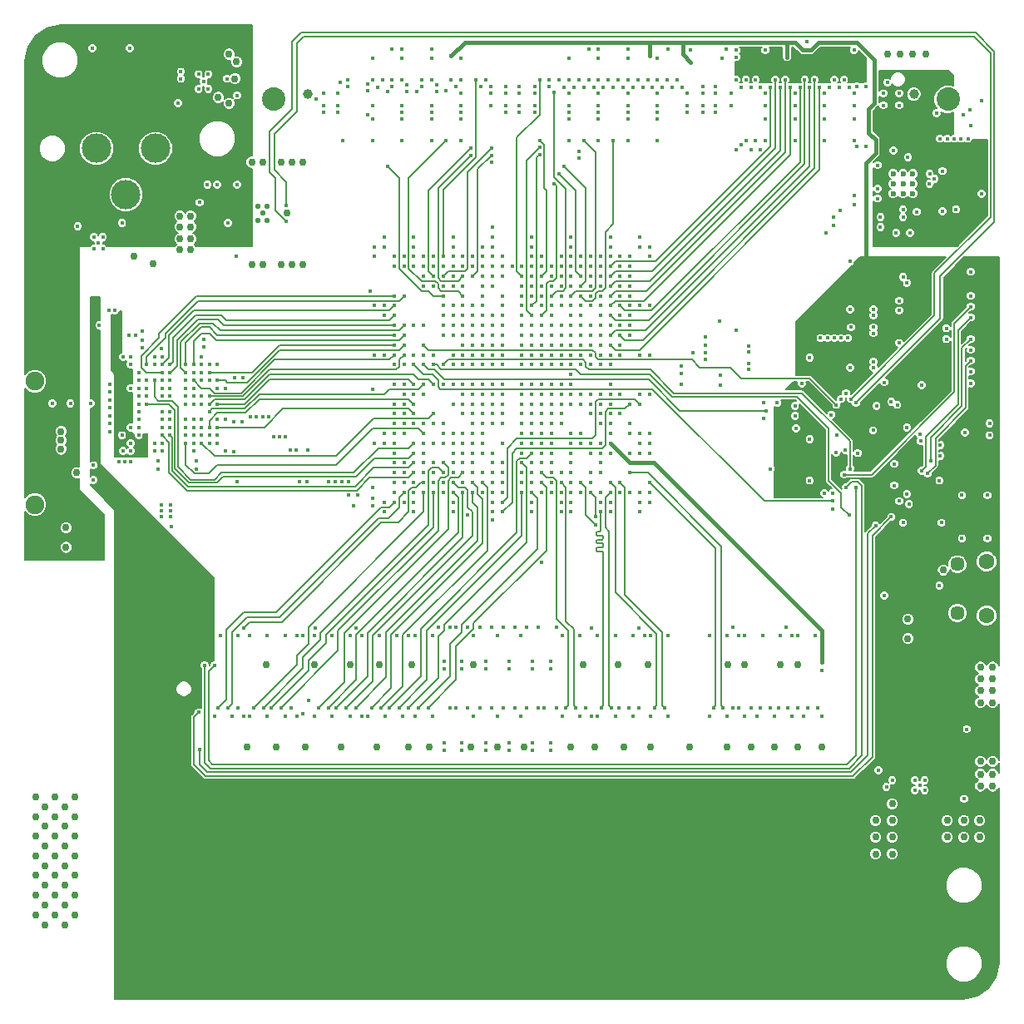
<source format=gbr>
G04 (created by PCBNEW-RS274X (2012-05-21 BZR 3261)-stable) date Tue 07 May 2013 04:43:39 PM PDT*
G01*
G70*
G90*
%MOIN*%
G04 Gerber Fmt 3.4, Leading zero omitted, Abs format*
%FSLAX34Y34*%
G04 APERTURE LIST*
%ADD10C,0.006500*%
%ADD11C,0.017700*%
%ADD12C,0.023600*%
%ADD13C,0.118100*%
%ADD14C,0.023000*%
%ADD15C,0.074800*%
%ADD16C,0.039400*%
%ADD17C,0.094000*%
%ADD18C,0.063000*%
%ADD19C,0.057100*%
%ADD20C,0.030000*%
%ADD21C,0.017700*%
%ADD22C,0.007000*%
G04 APERTURE END LIST*
G54D10*
G54D11*
X67321Y-48150D03*
X67321Y-47756D03*
X67518Y-47953D03*
X67715Y-48150D03*
X67715Y-47756D03*
G54D12*
X67245Y-24252D03*
X66851Y-24252D03*
X66457Y-24252D03*
X67245Y-23858D03*
X66851Y-23858D03*
X66457Y-23858D03*
X67245Y-23464D03*
X66851Y-23464D03*
X66457Y-23464D03*
G54D13*
X36890Y-22441D03*
X34528Y-22441D03*
X35709Y-24291D03*
G54D11*
X34783Y-26456D03*
X34429Y-26456D03*
X34606Y-26220D03*
X34783Y-25984D03*
X34429Y-25984D03*
X38619Y-19468D03*
X39013Y-19468D03*
X38816Y-19763D03*
X38619Y-20058D03*
X39013Y-20058D03*
G54D14*
X41181Y-25039D03*
X41378Y-24744D03*
X40984Y-24744D03*
X40984Y-25334D03*
X41378Y-25334D03*
G54D15*
X32067Y-31770D03*
X32067Y-36711D03*
G54D16*
X67282Y-20271D03*
X42994Y-20271D03*
G54D17*
X68654Y-20472D03*
X41622Y-20472D03*
G54D18*
X70197Y-41161D03*
X70197Y-38995D03*
G54D19*
X69027Y-41057D03*
X69027Y-39099D03*
G54D11*
X67008Y-33622D03*
X67913Y-23858D03*
X66614Y-32716D03*
X67047Y-22795D03*
X66220Y-19803D03*
X65000Y-22362D03*
X65000Y-19961D03*
X65354Y-22362D03*
X65354Y-19961D03*
X65945Y-25590D03*
X65945Y-25197D03*
X65827Y-24055D03*
X66850Y-24882D03*
X50394Y-35827D03*
X50354Y-44842D03*
X50354Y-41614D03*
X51575Y-34646D03*
X50394Y-34646D03*
X49882Y-41614D03*
X51772Y-44842D03*
X50787Y-35433D03*
X53150Y-35433D03*
X51772Y-41614D03*
X49409Y-37126D03*
X48701Y-44842D03*
X52362Y-35039D03*
X52244Y-44842D03*
X51968Y-35827D03*
X52480Y-44842D03*
X50590Y-45197D03*
X52756Y-36220D03*
X51575Y-35433D03*
X50590Y-41968D03*
X50787Y-36220D03*
X50827Y-44842D03*
X50827Y-41614D03*
X51575Y-35827D03*
X51299Y-44842D03*
X50787Y-35827D03*
X53150Y-36614D03*
X51535Y-45197D03*
X53150Y-36220D03*
X51299Y-41614D03*
X53543Y-35827D03*
X51535Y-41968D03*
X49646Y-41968D03*
X50000Y-35433D03*
X50394Y-37323D03*
X49882Y-44842D03*
X52244Y-41614D03*
X53937Y-36220D03*
X49606Y-35039D03*
X48937Y-41614D03*
X54331Y-35827D03*
X60039Y-44842D03*
X42795Y-45079D03*
X48425Y-35827D03*
X60275Y-44842D03*
X54331Y-35433D03*
X48031Y-35827D03*
X43031Y-44567D03*
X52953Y-41614D03*
X54724Y-36220D03*
X54724Y-36614D03*
X52953Y-44842D03*
X62638Y-44842D03*
X56693Y-34646D03*
X55118Y-34646D03*
X60748Y-44842D03*
X56260Y-44842D03*
X55512Y-36220D03*
X54370Y-41653D03*
X53150Y-37008D03*
X51575Y-35039D03*
X47047Y-44842D03*
X48425Y-36220D03*
X44921Y-41653D03*
X48819Y-34646D03*
X42323Y-44842D03*
X47638Y-35827D03*
X40433Y-41653D03*
X61535Y-44842D03*
X55905Y-34646D03*
X61142Y-44842D03*
X55118Y-33858D03*
X55905Y-35433D03*
X59646Y-44842D03*
X56693Y-35827D03*
X59252Y-44842D03*
X54331Y-36220D03*
X54527Y-37205D03*
X54527Y-37520D03*
X53937Y-35827D03*
X57283Y-44842D03*
X55512Y-35827D03*
X55118Y-35827D03*
X56890Y-44842D03*
X53543Y-36220D03*
X55866Y-44842D03*
X52756Y-35433D03*
X55472Y-44842D03*
X55118Y-36220D03*
X55157Y-44842D03*
X54764Y-44842D03*
X54724Y-37008D03*
X53150Y-35827D03*
X53740Y-44842D03*
X53346Y-44842D03*
X52362Y-35433D03*
X47835Y-44842D03*
X52362Y-35827D03*
X47441Y-44842D03*
X51968Y-36220D03*
X46653Y-44842D03*
X51575Y-36220D03*
X46260Y-44842D03*
X51968Y-34646D03*
X55512Y-33071D03*
X63425Y-44842D03*
X50000Y-35827D03*
X45945Y-44842D03*
X45551Y-44842D03*
X49606Y-35827D03*
X48819Y-35827D03*
X44527Y-44842D03*
X44134Y-44842D03*
X49212Y-36220D03*
X55905Y-33465D03*
X63031Y-44842D03*
X43819Y-44842D03*
X48819Y-36220D03*
X49212Y-35433D03*
X43425Y-44842D03*
X41929Y-44842D03*
X48425Y-35039D03*
X41535Y-44842D03*
X48031Y-36220D03*
X62244Y-44842D03*
X55905Y-33858D03*
X41220Y-44842D03*
X48425Y-35433D03*
X47638Y-36220D03*
X40827Y-44842D03*
X46850Y-36220D03*
X39803Y-44842D03*
X46457Y-36614D03*
X39409Y-44842D03*
X56299Y-34646D03*
X61850Y-44842D03*
X55512Y-32283D03*
X62165Y-41614D03*
X56299Y-36220D03*
X60039Y-41614D03*
X56260Y-41653D03*
X55905Y-36220D03*
X52756Y-35827D03*
X54134Y-44842D03*
X52362Y-39016D03*
X52362Y-36220D03*
X44921Y-44842D03*
X49606Y-36220D03*
X49212Y-35827D03*
X43307Y-41653D03*
X48031Y-35433D03*
X40197Y-44842D03*
X50000Y-36220D03*
X48937Y-44842D03*
X47244Y-35827D03*
X48228Y-41614D03*
X50787Y-35039D03*
X49646Y-45197D03*
X50394Y-36220D03*
X49409Y-44842D03*
X48701Y-41614D03*
X49212Y-35039D03*
X53543Y-34646D03*
X54331Y-32677D03*
X50000Y-34646D03*
X55118Y-32677D03*
X54331Y-32283D03*
X55118Y-31890D03*
X51575Y-34252D03*
X55118Y-34252D03*
X50000Y-34252D03*
X50787Y-34252D03*
X52756Y-35039D03*
X49212Y-33858D03*
X63583Y-43031D03*
X52362Y-33858D03*
X54724Y-32677D03*
X49606Y-35433D03*
X49409Y-41614D03*
X48031Y-30709D03*
X46457Y-31102D03*
X47638Y-30315D03*
X64173Y-32716D03*
X47244Y-31102D03*
X70236Y-36339D03*
X64016Y-36575D03*
X69212Y-36339D03*
X64685Y-37126D03*
X48031Y-31102D03*
X61378Y-32953D03*
X47638Y-31102D03*
X64724Y-35276D03*
X68307Y-35748D03*
X48425Y-31102D03*
X48425Y-31890D03*
X46850Y-31102D03*
X38425Y-31732D03*
X46457Y-30709D03*
X38110Y-31417D03*
X46850Y-29527D03*
X39370Y-31732D03*
X46850Y-30315D03*
X46457Y-29527D03*
X37480Y-31417D03*
X37165Y-31102D03*
X46457Y-28740D03*
X36535Y-31102D03*
X46850Y-28346D03*
X46457Y-30315D03*
X39055Y-31417D03*
X38425Y-31102D03*
X46850Y-29921D03*
X38110Y-31102D03*
X46457Y-29921D03*
X37480Y-31102D03*
X46457Y-29134D03*
X55905Y-32677D03*
X64882Y-24685D03*
X50787Y-37008D03*
X67126Y-25827D03*
X56693Y-33858D03*
X64882Y-24331D03*
X56299Y-32677D03*
X50787Y-36614D03*
X56299Y-33858D03*
X66575Y-25827D03*
X66378Y-32598D03*
X64567Y-32244D03*
X62795Y-31850D03*
X64212Y-33937D03*
X54331Y-27559D03*
X57992Y-20000D03*
X54331Y-26772D03*
X56811Y-20000D03*
X53937Y-27165D03*
X56614Y-19685D03*
X53543Y-26772D03*
X56417Y-20000D03*
X53150Y-26772D03*
X56220Y-19685D03*
X53543Y-27165D03*
X56024Y-20000D03*
X55512Y-26772D03*
X52756Y-27165D03*
X55630Y-20000D03*
X52362Y-26772D03*
X55433Y-19685D03*
X53937Y-28346D03*
X55236Y-22126D03*
X54331Y-27165D03*
X55236Y-20001D03*
X51968Y-27165D03*
X55039Y-19685D03*
X51968Y-26772D03*
X54842Y-20000D03*
X57795Y-19685D03*
X51575Y-27165D03*
X54449Y-20000D03*
X51181Y-27165D03*
X54252Y-19685D03*
X53543Y-28346D03*
X54055Y-22126D03*
X52756Y-27559D03*
X54055Y-20000D03*
X53858Y-22559D03*
X53150Y-27165D03*
X53858Y-19685D03*
X53937Y-26772D03*
X53858Y-22835D03*
X53661Y-20000D03*
X55118Y-26772D03*
X53937Y-27953D03*
X53268Y-23150D03*
X53268Y-20000D03*
X52362Y-27165D03*
X53071Y-23465D03*
X53937Y-27559D03*
X52362Y-27953D03*
X53071Y-19685D03*
X52362Y-29134D03*
X52874Y-23858D03*
X52874Y-20197D03*
X52756Y-28346D03*
X51968Y-28740D03*
X52283Y-22677D03*
X52677Y-19685D03*
X51575Y-27953D03*
X52283Y-22402D03*
X51968Y-29134D03*
X52677Y-19961D03*
X51968Y-28346D03*
X57598Y-20000D03*
X52283Y-22126D03*
X52362Y-27559D03*
X51575Y-27559D03*
X52283Y-19685D03*
X54724Y-27165D03*
X57401Y-19685D03*
X54724Y-26772D03*
X57205Y-20000D03*
X47953Y-18465D03*
X61338Y-18504D03*
X55827Y-18465D03*
X57441Y-18465D03*
X52362Y-28346D03*
X54331Y-28740D03*
X51575Y-28346D03*
X54331Y-28346D03*
X52756Y-27953D03*
X50354Y-22441D03*
X48425Y-27559D03*
X50000Y-27953D03*
X50118Y-19685D03*
X50394Y-27165D03*
X48937Y-19961D03*
X49212Y-27953D03*
X50394Y-26772D03*
X49212Y-27165D03*
X48740Y-19685D03*
X49212Y-28346D03*
X48543Y-22126D03*
X48543Y-20118D03*
X48425Y-27165D03*
X50000Y-27165D03*
X48031Y-27953D03*
X48149Y-20157D03*
X50000Y-26772D03*
X48425Y-27953D03*
X48150Y-19882D03*
X50354Y-22716D03*
X49606Y-27559D03*
X49606Y-26772D03*
X47559Y-19961D03*
X49606Y-27165D03*
X47559Y-19685D03*
X49212Y-26772D03*
X47362Y-20157D03*
X48819Y-27165D03*
X46968Y-20158D03*
X48819Y-26772D03*
X46968Y-19882D03*
X49921Y-19961D03*
X50000Y-27559D03*
X48031Y-27165D03*
X46378Y-19961D03*
X48031Y-26772D03*
X46378Y-19685D03*
X46181Y-23150D03*
X48425Y-28346D03*
X46181Y-20157D03*
X47638Y-27165D03*
X45984Y-19685D03*
X47638Y-26772D03*
X45787Y-20000D03*
X50787Y-27559D03*
X50354Y-22993D03*
X47244Y-27165D03*
X45394Y-19842D03*
X47244Y-26772D03*
X45394Y-20118D03*
X46850Y-26772D03*
X45394Y-21102D03*
X46850Y-27165D03*
X44606Y-19961D03*
X46457Y-26772D03*
X44606Y-19685D03*
X49724Y-19685D03*
X48425Y-26772D03*
X44409Y-22126D03*
X44291Y-19803D03*
X49527Y-22441D03*
X48031Y-27559D03*
X50787Y-27165D03*
X49527Y-22716D03*
X49212Y-27559D03*
X50787Y-26772D03*
X49212Y-28740D03*
X50000Y-28346D03*
X50787Y-29134D03*
X50787Y-28740D03*
X50000Y-28740D03*
X55905Y-29921D03*
X64685Y-20000D03*
X54724Y-30315D03*
X55905Y-28740D03*
X63504Y-20000D03*
X55118Y-30315D03*
X55512Y-28346D03*
X63307Y-19685D03*
X55512Y-29921D03*
X55905Y-28346D03*
X55118Y-29921D03*
X63110Y-20000D03*
X55512Y-27953D03*
X55118Y-29134D03*
X62913Y-19685D03*
X55905Y-27953D03*
X62716Y-20000D03*
X55512Y-28740D03*
X55512Y-29527D03*
X55512Y-27559D03*
X55118Y-28740D03*
X62323Y-20000D03*
X55905Y-27559D03*
X55118Y-28346D03*
X62126Y-19685D03*
X55512Y-27165D03*
X61929Y-20000D03*
X55118Y-27953D03*
X55905Y-27165D03*
X61732Y-19685D03*
X55118Y-27559D03*
X55905Y-26772D03*
X55118Y-27165D03*
X61535Y-20000D03*
X64488Y-19685D03*
X54724Y-29921D03*
X61142Y-22480D03*
X61142Y-20000D03*
X60945Y-22126D03*
X60945Y-19685D03*
X60748Y-22480D03*
X60748Y-20000D03*
X60551Y-22126D03*
X60551Y-19685D03*
X60354Y-22283D03*
X60354Y-20000D03*
X55905Y-29527D03*
X60157Y-22480D03*
X60157Y-19685D03*
X54724Y-29134D03*
X64291Y-20000D03*
X55512Y-29134D03*
X64094Y-19685D03*
X54724Y-28740D03*
X55905Y-29134D03*
X63898Y-20000D03*
X54724Y-28346D03*
X64370Y-32480D03*
X55118Y-31102D03*
X53937Y-30315D03*
X55512Y-30315D03*
X53937Y-30709D03*
X54331Y-29527D03*
X53543Y-33858D03*
X53937Y-31102D03*
X53543Y-29134D03*
X48819Y-33858D03*
X48819Y-29134D03*
X39055Y-32677D03*
X48031Y-31890D03*
X39370Y-32677D03*
X47244Y-31890D03*
X36535Y-32677D03*
X47244Y-34646D03*
X36535Y-32362D03*
X47638Y-34646D03*
X40945Y-33189D03*
X46850Y-32283D03*
X41417Y-33189D03*
X46457Y-32677D03*
X43819Y-35787D03*
X46850Y-35039D03*
X42677Y-35787D03*
X46457Y-34252D03*
X46457Y-35433D03*
X44645Y-35787D03*
X44646Y-36339D03*
X46850Y-35827D03*
X46457Y-36220D03*
X44842Y-36772D03*
X46457Y-35827D03*
X45000Y-36339D03*
X41181Y-33189D03*
X46850Y-32677D03*
X41614Y-33976D03*
X46850Y-33071D03*
X46457Y-33071D03*
X41850Y-33976D03*
X42087Y-33976D03*
X46850Y-33465D03*
X42283Y-34527D03*
X46457Y-33465D03*
X42992Y-34527D03*
X46850Y-33858D03*
X46457Y-33858D03*
X42520Y-34527D03*
X42953Y-35787D03*
X46457Y-34646D03*
X46850Y-35433D03*
X44369Y-35787D03*
X44094Y-35787D03*
X46457Y-35039D03*
X47638Y-31890D03*
X39055Y-32992D03*
X47244Y-35039D03*
X37480Y-33937D03*
X38740Y-34252D03*
X48031Y-33071D03*
X47638Y-33858D03*
X38110Y-34252D03*
X47638Y-34252D03*
X38110Y-33937D03*
X47244Y-32677D03*
X39055Y-33622D03*
X46850Y-31890D03*
X40709Y-33189D03*
X47244Y-34252D03*
X36850Y-31732D03*
X36535Y-32047D03*
X48031Y-34252D03*
X65039Y-34646D03*
X64882Y-18504D03*
X59606Y-18819D03*
X47244Y-36220D03*
X64567Y-36024D03*
X38858Y-43150D03*
X68111Y-23661D03*
X46850Y-36614D03*
X39252Y-43150D03*
X64961Y-36024D03*
X67914Y-23465D03*
X62520Y-22126D03*
X62520Y-21260D03*
X56693Y-30709D03*
X64882Y-22126D03*
X54331Y-29921D03*
X53937Y-29921D03*
X60157Y-18504D03*
X56693Y-26378D03*
X56693Y-28740D03*
X55118Y-29527D03*
X63701Y-21260D03*
X64882Y-21260D03*
X63701Y-22126D03*
X60157Y-18779D03*
X55512Y-30709D03*
X61338Y-22126D03*
X55118Y-30709D03*
X61338Y-21260D03*
X55827Y-21260D03*
X54646Y-21260D03*
X52756Y-28740D03*
X53150Y-28740D03*
X54646Y-18465D03*
X51968Y-27559D03*
X55827Y-22126D03*
X53464Y-22126D03*
X53543Y-27559D03*
X54724Y-27559D03*
X56299Y-25984D03*
X52362Y-28740D03*
X53543Y-25984D03*
X53464Y-19685D03*
X57008Y-19685D03*
X53464Y-18819D03*
X55827Y-18819D03*
X57008Y-18819D03*
X55827Y-19685D03*
X55118Y-25984D03*
X51968Y-25984D03*
X57008Y-22126D03*
X51575Y-29134D03*
X54646Y-19685D03*
X53464Y-21260D03*
X54646Y-18819D03*
X51575Y-28740D03*
X54646Y-22126D03*
X57008Y-21260D03*
X50394Y-27559D03*
X49134Y-21260D03*
X50394Y-25984D03*
X46772Y-18819D03*
X47953Y-21260D03*
X48819Y-27559D03*
X49134Y-22126D03*
X50787Y-28346D03*
X48819Y-25984D03*
X46063Y-25984D03*
X46772Y-22126D03*
X47953Y-22126D03*
X50000Y-29134D03*
X47953Y-19685D03*
X50394Y-29134D03*
X46772Y-21260D03*
X46772Y-18465D03*
X47953Y-18819D03*
X47244Y-25984D03*
X45590Y-18819D03*
X45590Y-21260D03*
X46772Y-19685D03*
X45590Y-19685D03*
X49134Y-18819D03*
X49134Y-19685D03*
X47638Y-27559D03*
X45590Y-22126D03*
X49606Y-28740D03*
X63701Y-19685D03*
X64882Y-18819D03*
X63701Y-18504D03*
X61338Y-18819D03*
X62520Y-19685D03*
X61338Y-19685D03*
X63701Y-18819D03*
X62520Y-18819D03*
X64882Y-19685D03*
X37913Y-19370D03*
X68346Y-34764D03*
X65748Y-37559D03*
X38661Y-46535D03*
X69331Y-33819D03*
X38622Y-45039D03*
X66378Y-37205D03*
X66496Y-35079D03*
X62519Y-32757D03*
X66496Y-35945D03*
X62519Y-33150D03*
X64527Y-34527D03*
X67087Y-36693D03*
X66693Y-28937D03*
X68386Y-37441D03*
X64016Y-36260D03*
X64488Y-35512D03*
X69567Y-28779D03*
X66102Y-31811D03*
X67835Y-35472D03*
X69567Y-30945D03*
X67598Y-35354D03*
X69567Y-29213D03*
X69567Y-30079D03*
X67953Y-34961D03*
X66693Y-28543D03*
X66693Y-30236D03*
X69212Y-38071D03*
X63701Y-36260D03*
X67559Y-34173D03*
X35551Y-25433D03*
X33779Y-25551D03*
X68346Y-34331D03*
X66417Y-47756D03*
X67008Y-36299D03*
X38661Y-24606D03*
X63976Y-33110D03*
X64961Y-32638D03*
X42126Y-25354D03*
X64764Y-32480D03*
X42126Y-24724D03*
X66693Y-36575D03*
X66181Y-48031D03*
X59488Y-29370D03*
X65787Y-32756D03*
X68189Y-21024D03*
X67520Y-33898D03*
X34409Y-35728D03*
X34409Y-35138D03*
X37165Y-33937D03*
X47244Y-35433D03*
X37165Y-31417D03*
X46457Y-28346D03*
X40158Y-35787D03*
X46063Y-33858D03*
X46850Y-30709D03*
X39055Y-32362D03*
X39370Y-33622D03*
X47244Y-33071D03*
X35079Y-33150D03*
X35079Y-33465D03*
X35079Y-32205D03*
X35079Y-32520D03*
X35197Y-29921D03*
X35472Y-29921D03*
X35905Y-31732D03*
X35905Y-32677D03*
X35905Y-33937D03*
X36220Y-34252D03*
X35590Y-31102D03*
X35905Y-32992D03*
X36535Y-33937D03*
X35669Y-35000D03*
X35905Y-35000D03*
X35905Y-34567D03*
X37165Y-34252D03*
X35590Y-30787D03*
X35433Y-35000D03*
X36378Y-30433D03*
X39055Y-31102D03*
G54D20*
X33740Y-35433D03*
G54D11*
X68622Y-22047D03*
X50315Y-20236D03*
X52756Y-29134D03*
X59961Y-20236D03*
X54724Y-33465D03*
X54606Y-41968D03*
X35590Y-34567D03*
G54D20*
X70433Y-47992D03*
G54D11*
X36220Y-32047D03*
G54D20*
X69921Y-50039D03*
G54D11*
X53937Y-34252D03*
X45157Y-45197D03*
X52362Y-29921D03*
X52362Y-30709D03*
X38110Y-32677D03*
X59803Y-45197D03*
X62520Y-20709D03*
X49606Y-29921D03*
G54D20*
X40147Y-18966D03*
G54D11*
X66063Y-20709D03*
X49606Y-33858D03*
X54331Y-30315D03*
G54D20*
X42165Y-25039D03*
G54D11*
X47638Y-29527D03*
X48819Y-28740D03*
X36220Y-32677D03*
X58819Y-19961D03*
X49212Y-34252D03*
X48819Y-29921D03*
X66850Y-27598D03*
X37913Y-19646D03*
G54D20*
X68622Y-49370D03*
G54D11*
X49173Y-43307D03*
X50787Y-29527D03*
X64724Y-31220D03*
X64331Y-24921D03*
X49606Y-32677D03*
X50000Y-29527D03*
X53543Y-29527D03*
X51575Y-29921D03*
X44212Y-20709D03*
X52756Y-32283D03*
X56299Y-34252D03*
X38425Y-33622D03*
X69527Y-20905D03*
X38110Y-33307D03*
X51575Y-33465D03*
X37480Y-32047D03*
X54606Y-45197D03*
X49134Y-20984D03*
X43622Y-20236D03*
X63110Y-30827D03*
X43268Y-41968D03*
X51968Y-31102D03*
X60512Y-41968D03*
X37480Y-32362D03*
X52756Y-33858D03*
X49134Y-20709D03*
X64094Y-30039D03*
X54331Y-27953D03*
X47244Y-36614D03*
G54D20*
X69291Y-49370D03*
G54D11*
X34646Y-29527D03*
X61338Y-20236D03*
X65669Y-28898D03*
X53898Y-41968D03*
X54331Y-33071D03*
X53150Y-31890D03*
X61338Y-20709D03*
X61259Y-32638D03*
X67598Y-31929D03*
X53464Y-20984D03*
X68327Y-22047D03*
X38425Y-33937D03*
X66693Y-20709D03*
X68425Y-24961D03*
X53150Y-29921D03*
X54646Y-20709D03*
G54D20*
X33110Y-33779D03*
X36811Y-27047D03*
G54D11*
X53543Y-31102D03*
X52756Y-33071D03*
X37480Y-32992D03*
X38425Y-32362D03*
X37500Y-36968D03*
X35079Y-31890D03*
X51968Y-35039D03*
X56024Y-41968D03*
X66851Y-23858D03*
X36378Y-30118D03*
X54331Y-31102D03*
X55315Y-45197D03*
X51968Y-32283D03*
X57441Y-41968D03*
X55827Y-20984D03*
G54D20*
X39842Y-18661D03*
X69921Y-49370D03*
G54D11*
X52716Y-43307D03*
X64370Y-30039D03*
X66850Y-37441D03*
X47953Y-20709D03*
X54331Y-30709D03*
X50315Y-19961D03*
X68425Y-23346D03*
X54724Y-32283D03*
X35079Y-32835D03*
X48819Y-27953D03*
X46457Y-27165D03*
X38425Y-33307D03*
X44685Y-41968D03*
X58189Y-20236D03*
G54D20*
X38307Y-26063D03*
X70433Y-47008D03*
G54D11*
X50394Y-26378D03*
X36220Y-33307D03*
X59331Y-19961D03*
X63779Y-25827D03*
X50000Y-31102D03*
X47244Y-26378D03*
X66850Y-25197D03*
X57441Y-45197D03*
X60157Y-29724D03*
X47638Y-27953D03*
X47992Y-45197D03*
X48425Y-33465D03*
X53937Y-28740D03*
X47953Y-20984D03*
X56299Y-30709D03*
X43976Y-41968D03*
G54D20*
X69291Y-50039D03*
G54D11*
X49212Y-29527D03*
X48464Y-46575D03*
X39055Y-33937D03*
G54D20*
X69961Y-47008D03*
G54D11*
X36535Y-31732D03*
X48425Y-29921D03*
X50394Y-25590D03*
X50000Y-33071D03*
X39252Y-45197D03*
X62520Y-20236D03*
X56299Y-28740D03*
X48819Y-26378D03*
X58937Y-30000D03*
X51063Y-43307D03*
X62638Y-41968D03*
X56732Y-41968D03*
X56299Y-32283D03*
X47638Y-30709D03*
X60669Y-30354D03*
X62559Y-33661D03*
X63110Y-35748D03*
X52756Y-31102D03*
X63346Y-41968D03*
X56496Y-41968D03*
X52756Y-30315D03*
X51063Y-46575D03*
X64172Y-34626D03*
X35039Y-28937D03*
X46063Y-28740D03*
X34291Y-32657D03*
X50118Y-46575D03*
X36850Y-31102D03*
G54D20*
X33307Y-37638D03*
G54D11*
X48425Y-34252D03*
G54D20*
X39409Y-20394D03*
G54D11*
X70315Y-33465D03*
X48819Y-34252D03*
X52716Y-46575D03*
X37500Y-37205D03*
G54D20*
X33307Y-38425D03*
G54D11*
X63583Y-43346D03*
X35551Y-33937D03*
X38425Y-34252D03*
X51457Y-20709D03*
X41378Y-45197D03*
X48819Y-31890D03*
X59527Y-31535D03*
X35079Y-33779D03*
X40020Y-34587D03*
X53543Y-30315D03*
X46378Y-18465D03*
G54D20*
X36024Y-26772D03*
G54D11*
X50394Y-35039D03*
X59094Y-45197D03*
X38816Y-19763D03*
X64882Y-20709D03*
X67518Y-47953D03*
X51575Y-32677D03*
G54D20*
X39842Y-20630D03*
G54D11*
X68898Y-22047D03*
X42795Y-41968D03*
X69173Y-22047D03*
X38819Y-30079D03*
X37795Y-20630D03*
X46811Y-45197D03*
X35905Y-30787D03*
X56299Y-26378D03*
X52008Y-46575D03*
X55118Y-36614D03*
X61220Y-41968D03*
X53543Y-35039D03*
X40118Y-26772D03*
X58189Y-20984D03*
X47283Y-45197D03*
X58819Y-20236D03*
X65669Y-31220D03*
X53543Y-28740D03*
X40197Y-41968D03*
X66693Y-20236D03*
X63110Y-34094D03*
X52362Y-32677D03*
X37165Y-32992D03*
X65650Y-33740D03*
X46063Y-34252D03*
X56693Y-36220D03*
X37165Y-34567D03*
X59803Y-41968D03*
X59331Y-20236D03*
X39370Y-32047D03*
X66457Y-22520D03*
X53543Y-29921D03*
X39370Y-33937D03*
X40394Y-31614D03*
X49606Y-31890D03*
G54D20*
X70433Y-47520D03*
G54D11*
X70000Y-20512D03*
X59331Y-20984D03*
X42087Y-45197D03*
X46575Y-41968D03*
X61929Y-41968D03*
X53464Y-20709D03*
X37165Y-32362D03*
X53150Y-27953D03*
X49606Y-33465D03*
X68583Y-29646D03*
X33484Y-32657D03*
X47638Y-32283D03*
X53464Y-20236D03*
X37165Y-32047D03*
X53189Y-41968D03*
X38740Y-31102D03*
G54D20*
X38307Y-26496D03*
G54D11*
X38740Y-31417D03*
X38110Y-32047D03*
X59094Y-41968D03*
X43346Y-20472D03*
X61693Y-45197D03*
X45669Y-26772D03*
G54D20*
X40748Y-27087D03*
G54D11*
X40669Y-41968D03*
X39370Y-33307D03*
X50945Y-19961D03*
X49173Y-46575D03*
X58937Y-30315D03*
X68583Y-30079D03*
G54D20*
X33110Y-34134D03*
G54D11*
X59961Y-20709D03*
X48425Y-28740D03*
X61535Y-35276D03*
X43268Y-45197D03*
X52087Y-20709D03*
X56732Y-45197D03*
X40354Y-33386D03*
X64724Y-26968D03*
X46772Y-20984D03*
G54D20*
X69961Y-47992D03*
G54D11*
X46102Y-45197D03*
X60984Y-45197D03*
X38976Y-23898D03*
X70000Y-24252D03*
X64724Y-28898D03*
X62401Y-41968D03*
G54D20*
X67047Y-41299D03*
G54D11*
X49606Y-30709D03*
X58346Y-18504D03*
X64016Y-36890D03*
X43976Y-45197D03*
X38425Y-32677D03*
X54370Y-45197D03*
X34606Y-26220D03*
X49212Y-31102D03*
X57008Y-20236D03*
X39370Y-23898D03*
X36220Y-31417D03*
X39488Y-41968D03*
X61810Y-32638D03*
X69449Y-22047D03*
X35905Y-34252D03*
X40433Y-45197D03*
X45590Y-36772D03*
X54724Y-31102D03*
X51968Y-29527D03*
X50394Y-30709D03*
X35905Y-33622D03*
X51457Y-20236D03*
X54646Y-20984D03*
X50315Y-20709D03*
X50945Y-20236D03*
X50394Y-29921D03*
X52362Y-31890D03*
X37165Y-33307D03*
X69567Y-27382D03*
X53937Y-29527D03*
X53150Y-32677D03*
X36220Y-33937D03*
X65827Y-24449D03*
X46772Y-20709D03*
X51575Y-30709D03*
X36850Y-34567D03*
X62401Y-45197D03*
G54D20*
X67047Y-42087D03*
G54D11*
X35905Y-32047D03*
X51457Y-20984D03*
X43622Y-20709D03*
X60275Y-41968D03*
X59331Y-20709D03*
X65866Y-47362D03*
X50394Y-29527D03*
X56693Y-26772D03*
X44212Y-20984D03*
X62992Y-18150D03*
X51457Y-19961D03*
X56299Y-36614D03*
X52087Y-19961D03*
X36220Y-32992D03*
X63543Y-30039D03*
X45157Y-41968D03*
X47638Y-35039D03*
X54724Y-35039D03*
X38425Y-32047D03*
X48819Y-35039D03*
X52756Y-29527D03*
X51968Y-33465D03*
X53543Y-32283D03*
X53150Y-30709D03*
X53150Y-33465D03*
X70236Y-38071D03*
X69567Y-30512D03*
X50394Y-36614D03*
X45512Y-28150D03*
X49212Y-30315D03*
X32756Y-32657D03*
X66063Y-20236D03*
X36220Y-32362D03*
X47283Y-41968D03*
X52087Y-20236D03*
X40669Y-45197D03*
X64055Y-25197D03*
X60669Y-30590D03*
X37500Y-36732D03*
X51968Y-36614D03*
X50394Y-31890D03*
X58937Y-30630D03*
X48819Y-36614D03*
X53543Y-34252D03*
X50000Y-30315D03*
X50787Y-31102D03*
X44685Y-45197D03*
X52756Y-34646D03*
X48464Y-43307D03*
X37480Y-33307D03*
X45590Y-20709D03*
X43622Y-20984D03*
X63819Y-30039D03*
X48819Y-32677D03*
X58937Y-30905D03*
X55827Y-20236D03*
X67008Y-27835D03*
X50394Y-32677D03*
X51968Y-26378D03*
X45590Y-36024D03*
G54D20*
X40748Y-22992D03*
G54D11*
X53543Y-26378D03*
X68976Y-24882D03*
X36378Y-29764D03*
X50118Y-43307D03*
X55118Y-26378D03*
X53543Y-36614D03*
X41378Y-41968D03*
X37008Y-35276D03*
X58189Y-20709D03*
X38543Y-35276D03*
X45866Y-41968D03*
X55827Y-20709D03*
G54D20*
X37874Y-26496D03*
G54D11*
X57008Y-20709D03*
X49606Y-29134D03*
X47047Y-41968D03*
X52362Y-33465D03*
X50787Y-33071D03*
X42559Y-41968D03*
X39961Y-45197D03*
X35275Y-28937D03*
X49212Y-29134D03*
X47638Y-33465D03*
X51575Y-29527D03*
X38110Y-32362D03*
X49134Y-20236D03*
X59527Y-31929D03*
X65669Y-29134D03*
X50945Y-20709D03*
X51968Y-33071D03*
X53189Y-45197D03*
X53543Y-27953D03*
X62874Y-45197D03*
X42087Y-41968D03*
X65827Y-23110D03*
X46457Y-31890D03*
G54D20*
X41181Y-27087D03*
G54D11*
X50000Y-33858D03*
X50787Y-32283D03*
X48819Y-30709D03*
X50000Y-26378D03*
X54724Y-29527D03*
G54D20*
X69961Y-47520D03*
X33110Y-34488D03*
G54D11*
X37165Y-30787D03*
X60512Y-45197D03*
X64882Y-20236D03*
X54724Y-30709D03*
X52008Y-43307D03*
X67401Y-24980D03*
X49212Y-33071D03*
X45394Y-45197D03*
X40157Y-20315D03*
X58819Y-20709D03*
X54646Y-20236D03*
X54724Y-34252D03*
X50394Y-33465D03*
X58819Y-20984D03*
X51968Y-30315D03*
X50945Y-20984D03*
X63701Y-20709D03*
X44212Y-20236D03*
X52087Y-20984D03*
X49212Y-32283D03*
X51968Y-27953D03*
X59764Y-18465D03*
X54252Y-18465D03*
X54724Y-33071D03*
X46063Y-29134D03*
X63583Y-45197D03*
X50394Y-27953D03*
X65669Y-30984D03*
X56024Y-45197D03*
X42559Y-45197D03*
X69567Y-31850D03*
X50787Y-30315D03*
X64646Y-30039D03*
X46063Y-26378D03*
G54D20*
X41181Y-22992D03*
G54D11*
X50000Y-32283D03*
G54D20*
X68622Y-50039D03*
G54D11*
X51575Y-31890D03*
X46063Y-30709D03*
X63701Y-20236D03*
X46063Y-36614D03*
G54D20*
X37874Y-26063D03*
G54D11*
X57008Y-20984D03*
X55315Y-41968D03*
X68307Y-39960D03*
X66102Y-40354D03*
X47992Y-41968D03*
G54D20*
X68464Y-39331D03*
G54D11*
X54724Y-27953D03*
X53543Y-32677D03*
X35905Y-31102D03*
X53898Y-45197D03*
X70315Y-33938D03*
X38740Y-31732D03*
X54724Y-34646D03*
X54331Y-34252D03*
X52362Y-34252D03*
X52362Y-34646D03*
X48031Y-35039D03*
X37520Y-37598D03*
X53150Y-27559D03*
X53150Y-28346D03*
X69567Y-31378D03*
X69567Y-28346D03*
X38740Y-30787D03*
G54D20*
X41929Y-27087D03*
G54D11*
X40039Y-33386D03*
X36220Y-31732D03*
X36220Y-33622D03*
X39685Y-32047D03*
X36850Y-30787D03*
X36850Y-34252D03*
X39055Y-34252D03*
X37008Y-34961D03*
G54D20*
X42362Y-27087D03*
G54D11*
X38819Y-30394D03*
G54D20*
X42795Y-27087D03*
G54D11*
X39685Y-33307D03*
X37126Y-30472D03*
X38425Y-34567D03*
X36102Y-29921D03*
X35827Y-29921D03*
X40079Y-31614D03*
X39803Y-25433D03*
X38543Y-34961D03*
X49212Y-32677D03*
X49606Y-33071D03*
X50394Y-31102D03*
X48819Y-29527D03*
X50000Y-30709D03*
X50787Y-32677D03*
X50787Y-33465D03*
X53150Y-31102D03*
X52756Y-33465D03*
X40157Y-23898D03*
X50000Y-33465D03*
X52756Y-31890D03*
X50394Y-33071D03*
X52756Y-29921D03*
X52362Y-31102D03*
X50394Y-32283D03*
X51575Y-30315D03*
X51575Y-31102D03*
X49606Y-32283D03*
X53150Y-32283D03*
X49606Y-30315D03*
X49212Y-29921D03*
X52362Y-29527D03*
G54D20*
X42795Y-22992D03*
G54D11*
X51575Y-33071D03*
X50394Y-30315D03*
X49212Y-30709D03*
X49212Y-31890D03*
X51968Y-32677D03*
X50000Y-29921D03*
X51968Y-30709D03*
X53150Y-29527D03*
X52756Y-32677D03*
X51575Y-32283D03*
G54D20*
X42362Y-22992D03*
G54D11*
X53543Y-30709D03*
X49606Y-29527D03*
X52756Y-30709D03*
X53543Y-31890D03*
X52362Y-32283D03*
G54D20*
X41929Y-22992D03*
G54D11*
X52362Y-30315D03*
X50787Y-30709D03*
X52362Y-33071D03*
X53150Y-30315D03*
X50787Y-29921D03*
X53543Y-31496D03*
X49606Y-31102D03*
X50000Y-31890D03*
X51968Y-29921D03*
X48819Y-31102D03*
X50787Y-31890D03*
X50000Y-32677D03*
X51968Y-31890D03*
X53150Y-33071D03*
X48819Y-35433D03*
X45669Y-28740D03*
X38740Y-33307D03*
X50118Y-46260D03*
G54D20*
X54016Y-43110D03*
G54D11*
X51575Y-33858D03*
G54D20*
X70433Y-44173D03*
G54D11*
X48464Y-46260D03*
G54D20*
X69961Y-44173D03*
G54D11*
X39055Y-31732D03*
X69409Y-45709D03*
X56299Y-37008D03*
X51968Y-35433D03*
X47244Y-29527D03*
X53543Y-37008D03*
X49606Y-34252D03*
X49212Y-34646D03*
G54D20*
X69961Y-44646D03*
X56614Y-43110D03*
X44685Y-43110D03*
X49646Y-43110D03*
X62638Y-43110D03*
X55433Y-43110D03*
X51653Y-46417D03*
X47047Y-46417D03*
G54D11*
X45669Y-26378D03*
G54D20*
X45748Y-46417D03*
X42913Y-46417D03*
X69961Y-43701D03*
G54D11*
X56693Y-34252D03*
X46063Y-37008D03*
X47244Y-37008D03*
G54D20*
X41338Y-43110D03*
X44331Y-46417D03*
G54D11*
X49173Y-46260D03*
X47244Y-32283D03*
G54D20*
X50590Y-46417D03*
G54D11*
X69291Y-48504D03*
X55118Y-33465D03*
G54D20*
X49527Y-46417D03*
G54D11*
X48819Y-37008D03*
X49606Y-34646D03*
X61259Y-33268D03*
X51968Y-33858D03*
X50394Y-37008D03*
X48425Y-29527D03*
X53543Y-35433D03*
X52716Y-42992D03*
G54D20*
X43268Y-43110D03*
G54D11*
X54331Y-34646D03*
G54D20*
X47165Y-43110D03*
G54D11*
X47244Y-33465D03*
X50118Y-42992D03*
X38740Y-32677D03*
G54D20*
X45866Y-43110D03*
G54D11*
X51063Y-46260D03*
X49173Y-42992D03*
G54D20*
X70433Y-43228D03*
G54D11*
X38740Y-33937D03*
X38740Y-32362D03*
X56693Y-36614D03*
X54724Y-35433D03*
X53937Y-32677D03*
G54D20*
X61929Y-43110D03*
X70433Y-43701D03*
X40551Y-46417D03*
G54D11*
X39370Y-31102D03*
X51968Y-37008D03*
X47638Y-35433D03*
G54D20*
X60512Y-43110D03*
G54D11*
X38740Y-33622D03*
G54D20*
X59842Y-43110D03*
X59803Y-46417D03*
X60748Y-46417D03*
X63583Y-46417D03*
X69961Y-43228D03*
G54D11*
X37146Y-36732D03*
G54D20*
X61693Y-46417D03*
G54D11*
X38110Y-31732D03*
X52756Y-34252D03*
G54D20*
X62638Y-46417D03*
G54D11*
X38110Y-33622D03*
X56693Y-32283D03*
G54D20*
X54488Y-46417D03*
X58307Y-46417D03*
G54D11*
X52716Y-46260D03*
X39685Y-34567D03*
G54D20*
X41732Y-46417D03*
G54D11*
X37480Y-33622D03*
X37165Y-33622D03*
G54D20*
X56732Y-46417D03*
X55669Y-46417D03*
X53543Y-46417D03*
G54D11*
X45669Y-30709D03*
X55118Y-33071D03*
G54D20*
X47874Y-46417D03*
G54D11*
X45590Y-32087D03*
X37480Y-31732D03*
X45669Y-34252D03*
X53937Y-32283D03*
X37146Y-37205D03*
X45590Y-36457D03*
X37146Y-36968D03*
X64055Y-25512D03*
X38425Y-31417D03*
X52008Y-46260D03*
X48031Y-33465D03*
X51968Y-34252D03*
X55118Y-32283D03*
X39370Y-34252D03*
X48464Y-42992D03*
X50394Y-35433D03*
X52008Y-42992D03*
X47244Y-30709D03*
X51063Y-42992D03*
G54D20*
X70433Y-44646D03*
G54D11*
X55118Y-37008D03*
X37165Y-31732D03*
X53937Y-33858D03*
X48425Y-29134D03*
X53937Y-29134D03*
X48425Y-33858D03*
X57953Y-31457D03*
X57953Y-31890D03*
X58425Y-30630D03*
X57953Y-31142D03*
X69567Y-23071D03*
X67598Y-25354D03*
X67401Y-24626D03*
X66457Y-22835D03*
X68464Y-25354D03*
X65827Y-23465D03*
X68898Y-22441D03*
X68898Y-22716D03*
X48740Y-18740D03*
X67008Y-29646D03*
X62205Y-18779D03*
X65157Y-31811D03*
X69055Y-33976D03*
X63425Y-32441D03*
X38779Y-41968D03*
X66496Y-38386D03*
X61810Y-33268D03*
X64173Y-35216D03*
X67716Y-35984D03*
X64094Y-30709D03*
X68583Y-29213D03*
X68583Y-28346D03*
G54D20*
X65354Y-27402D03*
G54D11*
X64094Y-31575D03*
X65472Y-21260D03*
X67835Y-27598D03*
X65669Y-30512D03*
X68583Y-31378D03*
G54D20*
X65354Y-26968D03*
G54D11*
X68740Y-27598D03*
X34449Y-28622D03*
G54D20*
X65354Y-27835D03*
G54D11*
X58346Y-18976D03*
X64094Y-30433D03*
X64764Y-30512D03*
X63386Y-31181D03*
X69724Y-38071D03*
X56693Y-18740D03*
X63386Y-31575D03*
X65669Y-30276D03*
X68583Y-28779D03*
X65059Y-33740D03*
X68583Y-30945D03*
X69567Y-29646D03*
X34370Y-18425D03*
X35866Y-18425D03*
G54D20*
X32480Y-53543D03*
X33661Y-48425D03*
X32480Y-48819D03*
X33268Y-48819D03*
X32874Y-48425D03*
X66417Y-48701D03*
X32087Y-48425D03*
X38307Y-25157D03*
X66220Y-18661D03*
G54D11*
X64764Y-29606D03*
G54D20*
X66417Y-50039D03*
X33661Y-53150D03*
X32874Y-53150D03*
X32087Y-53150D03*
X33268Y-51968D03*
X33268Y-53543D03*
X33661Y-51575D03*
X32480Y-51968D03*
X32874Y-51575D03*
X33661Y-50000D03*
X32480Y-50394D03*
X33268Y-50394D03*
X32874Y-50000D03*
X32087Y-50000D03*
X32480Y-49606D03*
X33268Y-49606D03*
X33661Y-49213D03*
X32874Y-49213D03*
X32087Y-49213D03*
X66417Y-49370D03*
X32087Y-50787D03*
X32087Y-51575D03*
X33661Y-50787D03*
X32874Y-50787D03*
X33268Y-51181D03*
X32087Y-52362D03*
X67244Y-18661D03*
X40079Y-19646D03*
G54D11*
X60669Y-31063D03*
G54D20*
X65748Y-50039D03*
X66732Y-18661D03*
X32874Y-52362D03*
X32480Y-52756D03*
X33268Y-52756D03*
X33661Y-52362D03*
X65748Y-50709D03*
G54D11*
X65669Y-29606D03*
G54D20*
X37874Y-25590D03*
X66417Y-50709D03*
G54D11*
X69272Y-21102D03*
X69567Y-21535D03*
G54D20*
X65748Y-49370D03*
X38307Y-25590D03*
G54D11*
X65669Y-29842D03*
G54D20*
X67756Y-18661D03*
X37874Y-25157D03*
G54D11*
X60669Y-31299D03*
X39764Y-19646D03*
G54D20*
X32480Y-51181D03*
X33071Y-25945D03*
X33071Y-26732D03*
G54D11*
X33071Y-29803D03*
G54D20*
X32913Y-26339D03*
X40512Y-20000D03*
X34409Y-37874D03*
X40157Y-20000D03*
X33898Y-37874D03*
X33898Y-38386D03*
X34409Y-38386D03*
G54D10*
X47047Y-44842D02*
X48228Y-43661D01*
X51772Y-38229D02*
X51772Y-35236D01*
X48464Y-41537D02*
X51772Y-38229D01*
X48464Y-41772D02*
X48464Y-41537D01*
X48228Y-42008D02*
X48464Y-41772D01*
X48228Y-43661D02*
X48228Y-42008D01*
X51575Y-35039D02*
X51772Y-35236D01*
X40669Y-41417D02*
X41968Y-41417D01*
X40433Y-41653D02*
X40669Y-41417D01*
X47047Y-36142D02*
X47047Y-37008D01*
X47166Y-36023D02*
X47047Y-36142D01*
X47323Y-36023D02*
X47166Y-36023D01*
X45944Y-37441D02*
X46614Y-37441D01*
X41968Y-41417D02*
X45944Y-37441D01*
X47638Y-35827D02*
X47519Y-35827D01*
X46614Y-37441D02*
X47047Y-37008D01*
X47519Y-35827D02*
X47323Y-36023D01*
X59646Y-44842D02*
X59567Y-44763D01*
X59567Y-44763D02*
X59567Y-38385D01*
X59567Y-38385D02*
X56615Y-35433D01*
X56615Y-35433D02*
X55905Y-35433D01*
X59252Y-44842D02*
X59331Y-44763D01*
X59331Y-38465D02*
X56693Y-35827D01*
X59331Y-44763D02*
X59331Y-38465D01*
X54527Y-36417D02*
X54527Y-37205D01*
X54331Y-36220D02*
X54331Y-36221D01*
X54331Y-36221D02*
X54527Y-36417D01*
X53937Y-35827D02*
X54134Y-36024D01*
X54134Y-36024D02*
X54134Y-37126D01*
X54527Y-37519D02*
X54134Y-37126D01*
X54527Y-37520D02*
X54527Y-37519D01*
X55709Y-36024D02*
X55709Y-40316D01*
X55709Y-40316D02*
X57205Y-41812D01*
X57205Y-44764D02*
X57205Y-41812D01*
X57283Y-44842D02*
X57205Y-44764D01*
X55512Y-35827D02*
X55709Y-36024D01*
X55315Y-40236D02*
X56968Y-41889D01*
X55315Y-36024D02*
X55315Y-40236D01*
X56890Y-44842D02*
X56968Y-44764D01*
X55118Y-35827D02*
X55315Y-36024D01*
X56968Y-44764D02*
X56968Y-41889D01*
X54921Y-37638D02*
X55079Y-37796D01*
X55157Y-44842D02*
X55079Y-44764D01*
X55118Y-36220D02*
X54921Y-36417D01*
X55079Y-44764D02*
X55079Y-37796D01*
X54921Y-36417D02*
X54921Y-37638D01*
X54803Y-38425D02*
X54606Y-38425D01*
X54842Y-38386D02*
X54842Y-38307D01*
X54685Y-37795D02*
X54606Y-37795D01*
X54724Y-37008D02*
X54724Y-37756D01*
X54606Y-38582D02*
X54802Y-38582D01*
X54842Y-38071D02*
X54842Y-37992D01*
X54764Y-44842D02*
X54842Y-44764D01*
X54606Y-37953D02*
X54803Y-37953D01*
X54567Y-37834D02*
X54567Y-37914D01*
X54842Y-38386D02*
X54803Y-38425D01*
X54567Y-38464D02*
X54567Y-38543D01*
X54606Y-37795D02*
X54567Y-37834D01*
X54567Y-38543D02*
X54606Y-38582D01*
X54802Y-38582D02*
X54842Y-38622D01*
X54724Y-37756D02*
X54685Y-37795D01*
X54567Y-37914D02*
X54606Y-37953D01*
X54606Y-38425D02*
X54567Y-38464D01*
X54606Y-38267D02*
X54802Y-38267D01*
X54567Y-38228D02*
X54606Y-38267D01*
X54842Y-38071D02*
X54803Y-38110D01*
X54606Y-38110D02*
X54567Y-38149D01*
X54803Y-37953D02*
X54842Y-37992D01*
X54802Y-38267D02*
X54842Y-38307D01*
X54567Y-38149D02*
X54567Y-38228D01*
X54803Y-38110D02*
X54606Y-38110D01*
X54842Y-44764D02*
X54842Y-38622D01*
X53346Y-41377D02*
X53661Y-41692D01*
X53150Y-35827D02*
X53150Y-35828D01*
X53150Y-35828D02*
X53346Y-36024D01*
X53661Y-44763D02*
X53661Y-41692D01*
X53740Y-44842D02*
X53661Y-44763D01*
X53346Y-36024D02*
X53346Y-41377D01*
X52559Y-35630D02*
X52362Y-35433D01*
X53425Y-44763D02*
X53425Y-41772D01*
X52953Y-35748D02*
X52953Y-41300D01*
X53346Y-44842D02*
X53425Y-44763D01*
X52559Y-35630D02*
X52835Y-35630D01*
X52953Y-41300D02*
X53425Y-41772D01*
X52835Y-35630D02*
X52953Y-35748D01*
X47835Y-44842D02*
X48937Y-43740D01*
X52559Y-36024D02*
X52559Y-38542D01*
X48937Y-42402D02*
X49646Y-41693D01*
X49646Y-41693D02*
X49646Y-41455D01*
X49646Y-41455D02*
X52559Y-38542D01*
X52362Y-35827D02*
X52559Y-36024D01*
X48937Y-43740D02*
X48937Y-42402D01*
X52205Y-38504D02*
X52205Y-36457D01*
X51968Y-36220D02*
X52205Y-36457D01*
X47441Y-44842D02*
X48701Y-43582D01*
X49173Y-41811D02*
X49173Y-41536D01*
X49173Y-41536D02*
X52205Y-38504D01*
X48701Y-43582D02*
X48701Y-42283D01*
X48701Y-42283D02*
X49173Y-41811D01*
X46653Y-44842D02*
X47756Y-43739D01*
X51575Y-37953D02*
X51575Y-36220D01*
X47756Y-43739D02*
X47756Y-41772D01*
X47756Y-41772D02*
X51575Y-37953D01*
X46260Y-44842D02*
X47520Y-43582D01*
X51378Y-37834D02*
X51378Y-34960D01*
X51496Y-34842D02*
X51378Y-34960D01*
X47520Y-41692D02*
X51378Y-37834D01*
X51772Y-34842D02*
X51496Y-34842D01*
X47520Y-43582D02*
X47520Y-41692D01*
X51968Y-34646D02*
X51772Y-34842D01*
X46811Y-41929D02*
X50197Y-38543D01*
X50197Y-38543D02*
X50197Y-36024D01*
X50000Y-35827D02*
X50197Y-36024D01*
X45945Y-44842D02*
X46811Y-43976D01*
X46811Y-43976D02*
X46811Y-41929D01*
X49803Y-36299D02*
X49803Y-36024D01*
X49606Y-35827D02*
X49803Y-36024D01*
X50000Y-38267D02*
X50000Y-36496D01*
X49803Y-36299D02*
X50000Y-36496D01*
X45551Y-44842D02*
X46338Y-44055D01*
X46338Y-44055D02*
X46338Y-41929D01*
X46338Y-41929D02*
X50000Y-38267D01*
X49292Y-36024D02*
X49409Y-36141D01*
X49409Y-36811D02*
X49409Y-36141D01*
X48819Y-35827D02*
X49016Y-36024D01*
X49409Y-36811D02*
X49606Y-37008D01*
X49016Y-36024D02*
X49292Y-36024D01*
X49606Y-37953D02*
X49606Y-37008D01*
X44527Y-44842D02*
X45590Y-43779D01*
X45590Y-41969D02*
X49606Y-37953D01*
X45590Y-43779D02*
X45590Y-41969D01*
X45394Y-43582D02*
X45394Y-41850D01*
X49212Y-38032D02*
X49212Y-36220D01*
X45394Y-41850D02*
X49212Y-38032D01*
X44134Y-44842D02*
X45394Y-43582D01*
X44921Y-41930D02*
X49016Y-37835D01*
X49016Y-37835D02*
X49016Y-36417D01*
X44921Y-43740D02*
X44921Y-41930D01*
X48819Y-36220D02*
X49016Y-36417D01*
X43819Y-44842D02*
X44921Y-43740D01*
X48622Y-37677D02*
X48622Y-35748D01*
X48740Y-35630D02*
X48622Y-35748D01*
X49212Y-35433D02*
X49212Y-35434D01*
X44449Y-43818D02*
X44449Y-41850D01*
X43425Y-44842D02*
X44449Y-43818D01*
X49212Y-35434D02*
X49016Y-35630D01*
X49016Y-35630D02*
X48740Y-35630D01*
X44449Y-41850D02*
X48622Y-37677D01*
X48505Y-35630D02*
X48622Y-35513D01*
X44212Y-41772D02*
X48228Y-37756D01*
X41929Y-44842D02*
X44212Y-42559D01*
X48622Y-35236D02*
X48425Y-35039D01*
X48228Y-37756D02*
X48228Y-35748D01*
X44212Y-42559D02*
X44212Y-41772D01*
X48346Y-35630D02*
X48228Y-35748D01*
X48505Y-35630D02*
X48346Y-35630D01*
X48622Y-35513D02*
X48622Y-35236D01*
X43740Y-41929D02*
X48031Y-37638D01*
X43031Y-43346D02*
X43031Y-42953D01*
X43740Y-42244D02*
X43740Y-41929D01*
X43031Y-42953D02*
X43740Y-42244D01*
X48031Y-37638D02*
X48031Y-36220D01*
X41535Y-44842D02*
X43031Y-43346D01*
X48228Y-35236D02*
X47953Y-35236D01*
X41220Y-44842D02*
X42795Y-43267D01*
X47835Y-37519D02*
X47835Y-35354D01*
X43504Y-41850D02*
X47835Y-37519D01*
X43504Y-42126D02*
X43504Y-41850D01*
X42795Y-42835D02*
X43504Y-42126D01*
X42795Y-43267D02*
X42795Y-42835D01*
X47953Y-35236D02*
X47835Y-35354D01*
X48425Y-35433D02*
X48228Y-35236D01*
X42559Y-43110D02*
X42559Y-42755D01*
X43031Y-42283D02*
X43031Y-41614D01*
X40827Y-44842D02*
X42559Y-43110D01*
X43031Y-41614D02*
X47638Y-37007D01*
X47638Y-37007D02*
X47638Y-36220D01*
X42559Y-42755D02*
X43031Y-42283D01*
X41850Y-41220D02*
X45826Y-37244D01*
X40552Y-41220D02*
X41850Y-41220D01*
X46653Y-36417D02*
X46850Y-36220D01*
X39961Y-41811D02*
X40552Y-41220D01*
X45826Y-37244D02*
X46220Y-37244D01*
X39961Y-44684D02*
X39961Y-41811D01*
X46653Y-36811D02*
X46653Y-36417D01*
X46653Y-36811D02*
X46220Y-37244D01*
X39803Y-44842D02*
X39961Y-44684D01*
X46260Y-36811D02*
X45945Y-36811D01*
X39724Y-41732D02*
X40432Y-41024D01*
X45945Y-36811D02*
X41732Y-41024D01*
X46457Y-36614D02*
X46260Y-36811D01*
X40432Y-41024D02*
X41732Y-41024D01*
X39409Y-44842D02*
X39724Y-44527D01*
X39724Y-44527D02*
X39724Y-41732D01*
X49606Y-36614D02*
X49606Y-36220D01*
X44921Y-44842D02*
X46142Y-43621D01*
X49803Y-38150D02*
X49803Y-36811D01*
X49803Y-36811D02*
X49606Y-36614D01*
X46142Y-43621D02*
X46142Y-41811D01*
X46142Y-41811D02*
X49803Y-38150D01*
G54D21*
X63583Y-43031D02*
X63583Y-41772D01*
X56850Y-35039D02*
X55905Y-35039D01*
X63583Y-41772D02*
X56850Y-35039D01*
X55905Y-35039D02*
X55118Y-34252D01*
G54D10*
X58385Y-30905D02*
X58700Y-31220D01*
X47638Y-30315D02*
X47835Y-30512D01*
X54646Y-30905D02*
X58385Y-30905D01*
X59921Y-31220D02*
X60354Y-31653D01*
X54409Y-30512D02*
X54527Y-30630D01*
X63110Y-31653D02*
X64173Y-32716D01*
X54527Y-30786D02*
X54646Y-30905D01*
X58700Y-31220D02*
X59921Y-31220D01*
X54527Y-30630D02*
X54527Y-30786D01*
X47835Y-30512D02*
X54409Y-30512D01*
X60354Y-31653D02*
X63110Y-31653D01*
X48307Y-32087D02*
X56811Y-32087D01*
X56811Y-32087D02*
X61299Y-36575D01*
X47244Y-31102D02*
X47638Y-31496D01*
X47638Y-31496D02*
X47993Y-31496D01*
X48228Y-31731D02*
X48228Y-32008D01*
X47993Y-31496D02*
X48228Y-31731D01*
X64016Y-36575D02*
X61299Y-36575D01*
X48228Y-32008D02*
X48307Y-32087D01*
X64370Y-36260D02*
X63858Y-35748D01*
X62599Y-32402D02*
X57599Y-32402D01*
X64370Y-36811D02*
X64370Y-36260D01*
X63858Y-35748D02*
X63858Y-33661D01*
X64685Y-37126D02*
X64370Y-36811D01*
X48149Y-31102D02*
X48031Y-31102D01*
X56693Y-31496D02*
X53936Y-31496D01*
X57599Y-32402D02*
X56693Y-31496D01*
X48346Y-31299D02*
X48149Y-31102D01*
X53739Y-31299D02*
X48346Y-31299D01*
X63858Y-33661D02*
X62599Y-32402D01*
X53936Y-31496D02*
X53739Y-31299D01*
X57913Y-32953D02*
X61378Y-32953D01*
X47835Y-31299D02*
X48070Y-31299D01*
X47638Y-31102D02*
X47835Y-31299D01*
X48070Y-31299D02*
X48464Y-31693D01*
X56653Y-31693D02*
X57913Y-32953D01*
X48464Y-31693D02*
X56653Y-31693D01*
X64724Y-35276D02*
X64724Y-34174D01*
X57676Y-32244D02*
X56731Y-31299D01*
X54015Y-30905D02*
X48622Y-30905D01*
X54134Y-31181D02*
X54134Y-31024D01*
X56731Y-31299D02*
X54252Y-31299D01*
X48425Y-31102D02*
X48622Y-30905D01*
X54134Y-31024D02*
X54015Y-30905D01*
X62794Y-32244D02*
X57676Y-32244D01*
X64724Y-34174D02*
X62794Y-32244D01*
X54252Y-31299D02*
X54134Y-31181D01*
X46456Y-30709D02*
X46260Y-30905D01*
X46457Y-30709D02*
X46456Y-30709D01*
X39055Y-32047D02*
X39252Y-32244D01*
X38740Y-32047D02*
X39055Y-32047D01*
X40316Y-32244D02*
X41655Y-30905D01*
X38425Y-31732D02*
X38740Y-32047D01*
X39252Y-32244D02*
X40316Y-32244D01*
X46260Y-30905D02*
X41655Y-30905D01*
X46653Y-29724D02*
X39487Y-29724D01*
X46850Y-29527D02*
X46653Y-29724D01*
X38110Y-31417D02*
X37913Y-31220D01*
X39212Y-29449D02*
X38661Y-29449D01*
X38661Y-29449D02*
X37913Y-30197D01*
X39487Y-29724D02*
X39212Y-29449D01*
X37913Y-31220D02*
X37913Y-30197D01*
X39764Y-31811D02*
X40552Y-31811D01*
X46653Y-30512D02*
X41851Y-30512D01*
X39370Y-31732D02*
X39685Y-31732D01*
X39685Y-31732D02*
X39764Y-31811D01*
X46850Y-30315D02*
X46653Y-30512D01*
X41851Y-30512D02*
X40552Y-31811D01*
X38583Y-29291D02*
X37756Y-30118D01*
X39409Y-29291D02*
X38583Y-29291D01*
X46457Y-29527D02*
X39645Y-29527D01*
X37756Y-30118D02*
X37756Y-31142D01*
X39645Y-29527D02*
X39409Y-29291D01*
X37480Y-31417D02*
X37481Y-31417D01*
X37481Y-31417D02*
X37756Y-31142D01*
X37441Y-30826D02*
X37441Y-29922D01*
X37165Y-31102D02*
X37441Y-30826D01*
X46260Y-28937D02*
X38426Y-28937D01*
X46457Y-28740D02*
X46260Y-28937D01*
X38426Y-28937D02*
X37441Y-29922D01*
X46653Y-28543D02*
X38582Y-28543D01*
X36535Y-30787D02*
X37283Y-30039D01*
X38582Y-28543D02*
X37283Y-29842D01*
X46850Y-28346D02*
X46653Y-28543D01*
X37283Y-30039D02*
X37283Y-29842D01*
X36535Y-31102D02*
X36535Y-30787D01*
X39055Y-31417D02*
X40749Y-31417D01*
X41851Y-30315D02*
X40749Y-31417D01*
X46457Y-30315D02*
X41851Y-30315D01*
X46653Y-30118D02*
X39331Y-30118D01*
X39331Y-30118D02*
X39055Y-29842D01*
X46850Y-29921D02*
X46653Y-30118D01*
X38741Y-29842D02*
X38425Y-30158D01*
X39055Y-29842D02*
X38741Y-29842D01*
X38425Y-31102D02*
X38425Y-30158D01*
X46457Y-29921D02*
X39370Y-29921D01*
X39370Y-29921D02*
X39055Y-29606D01*
X38740Y-29606D02*
X38110Y-30236D01*
X39055Y-29606D02*
X38740Y-29606D01*
X38110Y-31102D02*
X38110Y-30236D01*
X46260Y-29331D02*
X39724Y-29331D01*
X38503Y-29134D02*
X37598Y-30039D01*
X39527Y-29134D02*
X38503Y-29134D01*
X37481Y-31102D02*
X37598Y-30985D01*
X37480Y-31102D02*
X37481Y-31102D01*
X46457Y-29134D02*
X46260Y-29331D01*
X37598Y-30985D02*
X37598Y-30039D01*
X39724Y-29331D02*
X39527Y-29134D01*
X55708Y-32874D02*
X55905Y-32677D01*
X51181Y-34646D02*
X51378Y-34449D01*
X51378Y-34449D02*
X54803Y-34449D01*
X50787Y-37008D02*
X51181Y-36614D01*
X51181Y-36614D02*
X51181Y-34646D01*
X55708Y-32874D02*
X55039Y-32874D01*
X54921Y-34331D02*
X54921Y-32992D01*
X54803Y-34449D02*
X54921Y-34331D01*
X54921Y-32992D02*
X55039Y-32874D01*
X54646Y-32480D02*
X56102Y-32480D01*
X50984Y-34449D02*
X51378Y-34055D01*
X54527Y-33937D02*
X54527Y-32599D01*
X50984Y-36417D02*
X50984Y-34449D01*
X51378Y-34055D02*
X52952Y-34055D01*
X54410Y-34054D02*
X54527Y-33937D01*
X50787Y-36614D02*
X50984Y-36417D01*
X52952Y-34055D02*
X52953Y-34054D01*
X56102Y-32480D02*
X56299Y-32677D01*
X54527Y-32599D02*
X54646Y-32480D01*
X52953Y-34054D02*
X54410Y-34054D01*
X54645Y-28150D02*
X54803Y-28150D01*
X54921Y-28032D02*
X54921Y-25788D01*
X54134Y-28543D02*
X54409Y-28543D01*
X54409Y-28543D02*
X54527Y-28425D01*
X54921Y-25788D02*
X55236Y-25473D01*
X54527Y-28425D02*
X54527Y-28268D01*
X55236Y-22126D02*
X55236Y-25473D01*
X53937Y-28346D02*
X54134Y-28543D01*
X54803Y-28150D02*
X54921Y-28032D01*
X54527Y-28268D02*
X54645Y-28150D01*
X54527Y-28031D02*
X54527Y-22598D01*
X53543Y-28346D02*
X53740Y-28149D01*
X54527Y-22598D02*
X54055Y-22126D01*
X54409Y-28149D02*
X54527Y-28031D01*
X53740Y-28149D02*
X54409Y-28149D01*
X54134Y-24016D02*
X54134Y-27756D01*
X54134Y-27756D02*
X53937Y-27953D01*
X53268Y-23150D02*
X54134Y-24016D01*
X53071Y-23465D02*
X53740Y-24134D01*
X53740Y-27362D02*
X53937Y-27559D01*
X53740Y-24134D02*
X53740Y-27362D01*
X52953Y-23937D02*
X52874Y-23858D01*
X52362Y-29134D02*
X52559Y-28937D01*
X52559Y-28937D02*
X52559Y-27874D01*
X52953Y-27638D02*
X52953Y-23937D01*
X52559Y-27874D02*
X52677Y-27756D01*
X52835Y-27756D02*
X52953Y-27638D01*
X52677Y-27756D02*
X52835Y-27756D01*
X52953Y-28150D02*
X53227Y-28150D01*
X53346Y-24055D02*
X52874Y-23583D01*
X52757Y-28346D02*
X52953Y-28150D01*
X53227Y-28150D02*
X53346Y-28031D01*
X53346Y-28031D02*
X53346Y-24055D01*
X52874Y-23583D02*
X52874Y-20197D01*
X52756Y-28346D02*
X52757Y-28346D01*
X52165Y-28543D02*
X52165Y-22795D01*
X51968Y-28740D02*
X52165Y-28543D01*
X52165Y-22795D02*
X52283Y-22677D01*
X51772Y-22913D02*
X52283Y-22402D01*
X51968Y-29134D02*
X51772Y-28938D01*
X51772Y-28938D02*
X51772Y-22913D01*
X52461Y-24035D02*
X52559Y-24133D01*
X52461Y-22304D02*
X52461Y-24035D01*
X52362Y-27559D02*
X52559Y-27362D01*
X52461Y-22304D02*
X52283Y-22126D01*
X52559Y-27362D02*
X52559Y-24133D01*
X52283Y-21102D02*
X52283Y-19685D01*
X51378Y-22007D02*
X52283Y-21102D01*
X51378Y-27362D02*
X51378Y-22007D01*
X51575Y-27559D02*
X51378Y-27362D01*
X48425Y-27559D02*
X48622Y-27362D01*
X49291Y-27362D02*
X49409Y-27244D01*
X49409Y-23386D02*
X50354Y-22441D01*
X49409Y-27244D02*
X49409Y-23386D01*
X48622Y-27362D02*
X49291Y-27362D01*
X48346Y-28150D02*
X49016Y-28150D01*
X48228Y-28032D02*
X48346Y-28150D01*
X47047Y-27244D02*
X47559Y-27756D01*
X47559Y-27756D02*
X48110Y-27756D01*
X47047Y-23622D02*
X47047Y-27244D01*
X49016Y-28150D02*
X49212Y-28346D01*
X47047Y-23622D02*
X48543Y-22126D01*
X48228Y-27874D02*
X48228Y-28032D01*
X48110Y-27756D02*
X48228Y-27874D01*
X49803Y-27362D02*
X49803Y-23268D01*
X49606Y-27559D02*
X49803Y-27362D01*
X49803Y-23268D02*
X50354Y-22716D01*
X46181Y-23150D02*
X46653Y-23622D01*
X47559Y-28150D02*
X46653Y-27244D01*
X46653Y-27244D02*
X46653Y-23622D01*
X48031Y-28346D02*
X47835Y-28150D01*
X48425Y-28346D02*
X48031Y-28346D01*
X47835Y-28150D02*
X47559Y-28150D01*
X49724Y-22795D02*
X49724Y-19685D01*
X48425Y-24094D02*
X49724Y-22795D01*
X48425Y-26772D02*
X48425Y-24094D01*
X47835Y-24133D02*
X49527Y-22441D01*
X47835Y-27363D02*
X47835Y-24133D01*
X48031Y-27559D02*
X47835Y-27363D01*
X48346Y-27756D02*
X48228Y-27638D01*
X48228Y-27638D02*
X48228Y-24015D01*
X49212Y-27559D02*
X49015Y-27756D01*
X48228Y-24015D02*
X49527Y-22716D01*
X49015Y-27756D02*
X48346Y-27756D01*
X55118Y-30315D02*
X55315Y-30512D01*
X55315Y-30512D02*
X56299Y-30512D01*
X63504Y-20000D02*
X63504Y-23307D01*
X63504Y-23307D02*
X56299Y-30512D01*
X63307Y-23229D02*
X56418Y-30118D01*
X55709Y-30118D02*
X56418Y-30118D01*
X63307Y-19685D02*
X63307Y-23229D01*
X55512Y-29921D02*
X55709Y-30118D01*
X63110Y-20000D02*
X63110Y-23151D01*
X63110Y-23151D02*
X56537Y-29724D01*
X55118Y-29921D02*
X55315Y-29724D01*
X55315Y-29724D02*
X56537Y-29724D01*
X55118Y-29134D02*
X55315Y-29331D01*
X55315Y-29331D02*
X56653Y-29331D01*
X62913Y-23071D02*
X56653Y-29331D01*
X62913Y-19685D02*
X62913Y-23071D01*
X62716Y-22993D02*
X56772Y-28937D01*
X62716Y-20000D02*
X62716Y-22993D01*
X55709Y-28937D02*
X56772Y-28937D01*
X55512Y-28740D02*
X55709Y-28937D01*
X55315Y-28543D02*
X56457Y-28543D01*
X62323Y-22677D02*
X62323Y-20000D01*
X55118Y-28740D02*
X55315Y-28543D01*
X56457Y-28543D02*
X62323Y-22677D01*
X62126Y-22598D02*
X62126Y-19685D01*
X56574Y-28150D02*
X62126Y-22598D01*
X55314Y-28150D02*
X56574Y-28150D01*
X55118Y-28346D02*
X55314Y-28150D01*
X61929Y-22520D02*
X61929Y-20000D01*
X55315Y-27756D02*
X56693Y-27756D01*
X56693Y-27756D02*
X61929Y-22520D01*
X55118Y-27953D02*
X55315Y-27756D01*
X55118Y-27559D02*
X55315Y-27362D01*
X61732Y-22441D02*
X61732Y-19685D01*
X55315Y-27362D02*
X56811Y-27362D01*
X56811Y-27362D02*
X61732Y-22441D01*
X56929Y-26968D02*
X61535Y-22362D01*
X61535Y-22362D02*
X61535Y-20000D01*
X55118Y-27165D02*
X55315Y-26968D01*
X55315Y-26968D02*
X56929Y-26968D01*
X47442Y-31694D02*
X47244Y-31496D01*
X47835Y-31694D02*
X47442Y-31694D01*
X40471Y-32480D02*
X41455Y-31496D01*
X47835Y-31694D02*
X48031Y-31890D01*
X39252Y-32480D02*
X40471Y-32480D01*
X39055Y-32677D02*
X39252Y-32480D01*
X41455Y-31496D02*
X47244Y-31496D01*
X47047Y-31693D02*
X41457Y-31693D01*
X47244Y-31890D02*
X47047Y-31693D01*
X40473Y-32677D02*
X41457Y-31693D01*
X39370Y-32677D02*
X40473Y-32677D01*
X47047Y-34842D02*
X45668Y-34842D01*
X37677Y-32914D02*
X37677Y-35275D01*
X39606Y-35590D02*
X44920Y-35590D01*
X47244Y-34646D02*
X47243Y-34646D01*
X38229Y-35827D02*
X39369Y-35827D01*
X39369Y-35827D02*
X39606Y-35590D01*
X37677Y-35275D02*
X38229Y-35827D01*
X37441Y-32677D02*
X37677Y-32914D01*
X47243Y-34646D02*
X47047Y-34842D01*
X36535Y-32677D02*
X37441Y-32677D01*
X44920Y-35590D02*
X45668Y-34842D01*
X47638Y-31890D02*
X47441Y-32087D01*
X39173Y-32874D02*
X40473Y-32874D01*
X46063Y-32283D02*
X41064Y-32283D01*
X39055Y-32992D02*
X39173Y-32874D01*
X40473Y-32874D02*
X41064Y-32283D01*
X47441Y-32087D02*
X46259Y-32087D01*
X46259Y-32087D02*
X46063Y-32283D01*
X38190Y-35984D02*
X44882Y-35984D01*
X47047Y-35236D02*
X45630Y-35236D01*
X37559Y-35353D02*
X38190Y-35984D01*
X44882Y-35984D02*
X45630Y-35236D01*
X37559Y-34016D02*
X37559Y-35353D01*
X47244Y-35039D02*
X47047Y-35236D01*
X37480Y-33937D02*
X37559Y-34016D01*
X48031Y-33072D02*
X47835Y-33268D01*
X48031Y-33071D02*
X48031Y-33072D01*
X47835Y-33268D02*
X45631Y-33268D01*
X44135Y-34764D02*
X45631Y-33268D01*
X38740Y-34252D02*
X39252Y-34764D01*
X39252Y-34764D02*
X44135Y-34764D01*
X47638Y-33858D02*
X47441Y-33661D01*
X38110Y-35117D02*
X38465Y-35472D01*
X38465Y-35472D02*
X39015Y-35472D01*
X47441Y-33661D02*
X45591Y-33661D01*
X44134Y-35118D02*
X39369Y-35118D01*
X44134Y-35118D02*
X45591Y-33661D01*
X38110Y-34252D02*
X38110Y-35117D01*
X39015Y-35472D02*
X39369Y-35118D01*
X39055Y-33347D02*
X39371Y-33031D01*
X47047Y-32480D02*
X41061Y-32480D01*
X39055Y-33622D02*
X39055Y-33347D01*
X40510Y-33031D02*
X41061Y-32480D01*
X47244Y-32677D02*
X47047Y-32480D01*
X39371Y-33031D02*
X40510Y-33031D01*
X44841Y-35433D02*
X45825Y-34449D01*
X37008Y-32559D02*
X37559Y-32559D01*
X37794Y-32794D02*
X37794Y-35196D01*
X36850Y-31732D02*
X36850Y-32401D01*
X37794Y-35196D02*
X38308Y-35710D01*
X47047Y-34449D02*
X45825Y-34449D01*
X39250Y-35710D02*
X39527Y-35433D01*
X47244Y-34252D02*
X47047Y-34449D01*
X38308Y-35710D02*
X39250Y-35710D01*
X36850Y-32401D02*
X37008Y-32559D01*
X37559Y-32559D02*
X37794Y-32794D01*
X39527Y-35433D02*
X44841Y-35433D01*
X39094Y-47283D02*
X64686Y-47283D01*
X64686Y-47283D02*
X65197Y-46772D01*
X65197Y-46772D02*
X65197Y-35945D01*
X38858Y-47047D02*
X39094Y-47283D01*
X65039Y-35787D02*
X64804Y-35787D01*
X38858Y-43150D02*
X38858Y-47047D01*
X64804Y-35787D02*
X64567Y-36024D01*
X65197Y-35945D02*
X65039Y-35787D01*
X39174Y-47126D02*
X64607Y-47126D01*
X64607Y-47126D02*
X64961Y-46772D01*
X39016Y-46969D02*
X39174Y-47126D01*
X64961Y-46772D02*
X64961Y-36024D01*
X39016Y-43386D02*
X39016Y-46969D01*
X39252Y-43150D02*
X39016Y-43386D01*
X65433Y-46772D02*
X65433Y-37874D01*
X38976Y-47441D02*
X64764Y-47441D01*
X65433Y-37874D02*
X65748Y-37559D01*
X38661Y-47126D02*
X38976Y-47441D01*
X64764Y-47441D02*
X65433Y-46772D01*
X38661Y-46535D02*
X38661Y-47126D01*
X65630Y-37953D02*
X66378Y-37205D01*
X38622Y-45039D02*
X38425Y-45236D01*
X38425Y-45236D02*
X38425Y-47125D01*
X65630Y-46812D02*
X65630Y-37953D01*
X64844Y-47598D02*
X65630Y-46812D01*
X38425Y-47125D02*
X38898Y-47598D01*
X38898Y-47598D02*
X64844Y-47598D01*
X65590Y-35512D02*
X68898Y-32204D01*
X69567Y-28779D02*
X68898Y-29448D01*
X68898Y-29448D02*
X68898Y-32204D01*
X64488Y-35512D02*
X65590Y-35512D01*
X67835Y-35472D02*
X67835Y-35471D01*
X68150Y-34055D02*
X69370Y-32835D01*
X68150Y-35156D02*
X68150Y-34055D01*
X69370Y-32835D02*
X69370Y-31142D01*
X67835Y-35471D02*
X68150Y-35156D01*
X69370Y-31142D02*
X69567Y-30945D01*
X67756Y-35196D02*
X67756Y-33977D01*
X69055Y-29725D02*
X69567Y-29213D01*
X67598Y-35354D02*
X67756Y-35196D01*
X67756Y-33977D02*
X69055Y-32678D01*
X69055Y-32678D02*
X69055Y-29725D01*
X69212Y-30434D02*
X69567Y-30079D01*
X67953Y-34961D02*
X67953Y-34015D01*
X69212Y-32756D02*
X69212Y-30434D01*
X67953Y-34015D02*
X69212Y-32756D01*
X41457Y-23386D02*
X41457Y-21772D01*
X42126Y-25354D02*
X41693Y-24921D01*
X42362Y-18150D02*
X42717Y-17795D01*
X41457Y-21772D02*
X42362Y-20867D01*
X68346Y-29253D02*
X68346Y-27560D01*
X42362Y-20867D02*
X42362Y-18150D01*
X42717Y-17795D02*
X69763Y-17795D01*
X41693Y-23622D02*
X41457Y-23386D01*
X70512Y-18544D02*
X70512Y-25394D01*
X41693Y-24921D02*
X41693Y-23622D01*
X68346Y-27560D02*
X70512Y-25394D01*
X69763Y-17795D02*
X70512Y-18544D01*
X64961Y-32638D02*
X68346Y-29253D01*
X41653Y-23307D02*
X41653Y-21850D01*
X42126Y-23780D02*
X41653Y-23307D01*
X68110Y-29134D02*
X68110Y-27441D01*
X64764Y-32480D02*
X68110Y-29134D01*
X68110Y-27441D02*
X70354Y-25197D01*
X42559Y-18228D02*
X42834Y-17953D01*
X70354Y-18620D02*
X70354Y-25197D01*
X42126Y-24724D02*
X42126Y-23780D01*
X42559Y-20944D02*
X42559Y-18228D01*
X42834Y-17953D02*
X69687Y-17953D01*
X69687Y-17953D02*
X70354Y-18620D01*
X41653Y-21850D02*
X42559Y-20944D01*
X37441Y-35434D02*
X38149Y-36142D01*
X47244Y-35433D02*
X47047Y-35630D01*
X37165Y-33937D02*
X37441Y-34213D01*
X44960Y-36142D02*
X45472Y-35630D01*
X38149Y-36142D02*
X44960Y-36142D01*
X37441Y-34213D02*
X37441Y-35434D01*
X47047Y-35630D02*
X45472Y-35630D01*
X36338Y-30748D02*
X37047Y-30039D01*
X46457Y-28346D02*
X38543Y-28346D01*
X38543Y-28346D02*
X37047Y-29842D01*
X37165Y-31417D02*
X36535Y-31417D01*
X37047Y-29842D02*
X37047Y-30039D01*
X36338Y-31220D02*
X36338Y-30748D01*
X36535Y-31417D02*
X36338Y-31220D01*
X39055Y-32362D02*
X40393Y-32362D01*
X46654Y-31180D02*
X46535Y-31299D01*
X40393Y-32362D02*
X41456Y-31299D01*
X46535Y-31299D02*
X41456Y-31299D01*
X46654Y-30905D02*
X46850Y-30709D01*
X46654Y-30905D02*
X46654Y-31180D01*
X41260Y-33622D02*
X42008Y-32874D01*
X39370Y-33622D02*
X41260Y-33622D01*
X47244Y-33071D02*
X47047Y-32874D01*
X42008Y-32874D02*
X47047Y-32874D01*
G54D21*
X56693Y-18189D02*
X58031Y-18189D01*
X62520Y-18189D02*
X62835Y-18504D01*
X65472Y-20867D02*
X65709Y-20630D01*
X62520Y-18189D02*
X62205Y-18189D01*
X65472Y-21811D02*
X65748Y-22087D01*
X62835Y-18504D02*
X63149Y-18504D01*
X65472Y-21260D02*
X65472Y-21811D01*
X49291Y-18189D02*
X56693Y-18189D01*
X65000Y-18189D02*
X65709Y-18898D01*
X65355Y-26967D02*
X65354Y-26968D01*
X62205Y-18189D02*
X62205Y-18779D01*
X58346Y-18976D02*
X58031Y-18661D01*
X58031Y-18189D02*
X62205Y-18189D01*
X65709Y-18898D02*
X65709Y-20630D01*
X65354Y-26968D02*
X65354Y-27402D01*
X65748Y-22637D02*
X65355Y-23030D01*
X58031Y-18661D02*
X58031Y-18189D01*
X65354Y-27402D02*
X65354Y-27835D01*
X65472Y-21260D02*
X65472Y-20867D01*
X56693Y-18189D02*
X56693Y-18740D01*
X63149Y-18504D02*
X63464Y-18189D01*
X63464Y-18189D02*
X65000Y-18189D01*
X65748Y-22087D02*
X65748Y-22637D01*
X48740Y-18740D02*
X49291Y-18189D01*
X65355Y-23030D02*
X65355Y-26967D01*
G54D10*
G36*
X36579Y-34807D02*
X36097Y-34807D01*
X36097Y-34605D01*
X36097Y-34529D01*
X36068Y-34458D01*
X36019Y-34409D01*
X36068Y-34361D01*
X36097Y-34290D01*
X36097Y-34214D01*
X36068Y-34143D01*
X36014Y-34089D01*
X35943Y-34060D01*
X35867Y-34060D01*
X35796Y-34089D01*
X35743Y-34142D01*
X35743Y-33975D01*
X35743Y-33899D01*
X35714Y-33828D01*
X35660Y-33774D01*
X35589Y-33745D01*
X35513Y-33745D01*
X35442Y-33774D01*
X35388Y-33828D01*
X35359Y-33899D01*
X35359Y-33975D01*
X35388Y-34046D01*
X35442Y-34100D01*
X35513Y-34129D01*
X35589Y-34129D01*
X35660Y-34100D01*
X35714Y-34046D01*
X35743Y-33975D01*
X35743Y-34142D01*
X35742Y-34143D01*
X35713Y-34214D01*
X35713Y-34290D01*
X35742Y-34361D01*
X35790Y-34409D01*
X35747Y-34452D01*
X35699Y-34404D01*
X35628Y-34375D01*
X35552Y-34375D01*
X35481Y-34404D01*
X35427Y-34458D01*
X35398Y-34529D01*
X35398Y-34605D01*
X35427Y-34676D01*
X35481Y-34730D01*
X35552Y-34759D01*
X35628Y-34759D01*
X35699Y-34730D01*
X35747Y-34681D01*
X35796Y-34730D01*
X35867Y-34759D01*
X35943Y-34759D01*
X36014Y-34730D01*
X36068Y-34676D01*
X36097Y-34605D01*
X36097Y-34807D01*
X35271Y-34807D01*
X35271Y-33817D01*
X35271Y-33741D01*
X35271Y-33503D01*
X35271Y-33427D01*
X35271Y-33188D01*
X35271Y-33112D01*
X35271Y-32873D01*
X35271Y-32797D01*
X35271Y-32558D01*
X35271Y-32482D01*
X35271Y-32243D01*
X35271Y-32167D01*
X35271Y-31928D01*
X35271Y-31852D01*
X35271Y-31482D01*
X35114Y-31325D01*
X35114Y-29113D01*
X35148Y-29100D01*
X35157Y-29091D01*
X35166Y-29100D01*
X35237Y-29129D01*
X35313Y-29129D01*
X35384Y-29100D01*
X35438Y-29046D01*
X35467Y-28975D01*
X35467Y-28972D01*
X35516Y-28972D01*
X35516Y-30609D01*
X35481Y-30624D01*
X35427Y-30678D01*
X35398Y-30749D01*
X35398Y-30825D01*
X35427Y-30896D01*
X35481Y-30950D01*
X35552Y-30979D01*
X35628Y-30979D01*
X35699Y-30950D01*
X35701Y-30947D01*
X35744Y-30990D01*
X35742Y-30993D01*
X35713Y-31064D01*
X35713Y-31140D01*
X35742Y-31211D01*
X35796Y-31265D01*
X35867Y-31294D01*
X35943Y-31294D01*
X35949Y-31291D01*
X35949Y-31857D01*
X35943Y-31855D01*
X35867Y-31855D01*
X35796Y-31884D01*
X35742Y-31938D01*
X35713Y-32009D01*
X35713Y-32085D01*
X35742Y-32156D01*
X35796Y-32210D01*
X35867Y-32239D01*
X35943Y-32239D01*
X35949Y-32236D01*
X35949Y-33432D01*
X35943Y-33430D01*
X35867Y-33430D01*
X35796Y-33459D01*
X35742Y-33513D01*
X35713Y-33584D01*
X35713Y-33660D01*
X35742Y-33731D01*
X35796Y-33785D01*
X35867Y-33814D01*
X35943Y-33814D01*
X35949Y-33811D01*
X35949Y-33893D01*
X36030Y-33893D01*
X36028Y-33899D01*
X36028Y-33975D01*
X36057Y-34046D01*
X36111Y-34100D01*
X36182Y-34129D01*
X36258Y-34129D01*
X36329Y-34100D01*
X36383Y-34046D01*
X36412Y-33975D01*
X36412Y-33899D01*
X36409Y-33893D01*
X36579Y-33893D01*
X36579Y-34807D01*
X36579Y-34807D01*
G37*
G54D22*
X36579Y-34807D02*
X36097Y-34807D01*
X36097Y-34605D01*
X36097Y-34529D01*
X36068Y-34458D01*
X36019Y-34409D01*
X36068Y-34361D01*
X36097Y-34290D01*
X36097Y-34214D01*
X36068Y-34143D01*
X36014Y-34089D01*
X35943Y-34060D01*
X35867Y-34060D01*
X35796Y-34089D01*
X35743Y-34142D01*
X35743Y-33975D01*
X35743Y-33899D01*
X35714Y-33828D01*
X35660Y-33774D01*
X35589Y-33745D01*
X35513Y-33745D01*
X35442Y-33774D01*
X35388Y-33828D01*
X35359Y-33899D01*
X35359Y-33975D01*
X35388Y-34046D01*
X35442Y-34100D01*
X35513Y-34129D01*
X35589Y-34129D01*
X35660Y-34100D01*
X35714Y-34046D01*
X35743Y-33975D01*
X35743Y-34142D01*
X35742Y-34143D01*
X35713Y-34214D01*
X35713Y-34290D01*
X35742Y-34361D01*
X35790Y-34409D01*
X35747Y-34452D01*
X35699Y-34404D01*
X35628Y-34375D01*
X35552Y-34375D01*
X35481Y-34404D01*
X35427Y-34458D01*
X35398Y-34529D01*
X35398Y-34605D01*
X35427Y-34676D01*
X35481Y-34730D01*
X35552Y-34759D01*
X35628Y-34759D01*
X35699Y-34730D01*
X35747Y-34681D01*
X35796Y-34730D01*
X35867Y-34759D01*
X35943Y-34759D01*
X36014Y-34730D01*
X36068Y-34676D01*
X36097Y-34605D01*
X36097Y-34807D01*
X35271Y-34807D01*
X35271Y-33817D01*
X35271Y-33741D01*
X35271Y-33503D01*
X35271Y-33427D01*
X35271Y-33188D01*
X35271Y-33112D01*
X35271Y-32873D01*
X35271Y-32797D01*
X35271Y-32558D01*
X35271Y-32482D01*
X35271Y-32243D01*
X35271Y-32167D01*
X35271Y-31928D01*
X35271Y-31852D01*
X35271Y-31482D01*
X35114Y-31325D01*
X35114Y-29113D01*
X35148Y-29100D01*
X35157Y-29091D01*
X35166Y-29100D01*
X35237Y-29129D01*
X35313Y-29129D01*
X35384Y-29100D01*
X35438Y-29046D01*
X35467Y-28975D01*
X35467Y-28972D01*
X35516Y-28972D01*
X35516Y-30609D01*
X35481Y-30624D01*
X35427Y-30678D01*
X35398Y-30749D01*
X35398Y-30825D01*
X35427Y-30896D01*
X35481Y-30950D01*
X35552Y-30979D01*
X35628Y-30979D01*
X35699Y-30950D01*
X35701Y-30947D01*
X35744Y-30990D01*
X35742Y-30993D01*
X35713Y-31064D01*
X35713Y-31140D01*
X35742Y-31211D01*
X35796Y-31265D01*
X35867Y-31294D01*
X35943Y-31294D01*
X35949Y-31291D01*
X35949Y-31857D01*
X35943Y-31855D01*
X35867Y-31855D01*
X35796Y-31884D01*
X35742Y-31938D01*
X35713Y-32009D01*
X35713Y-32085D01*
X35742Y-32156D01*
X35796Y-32210D01*
X35867Y-32239D01*
X35943Y-32239D01*
X35949Y-32236D01*
X35949Y-33432D01*
X35943Y-33430D01*
X35867Y-33430D01*
X35796Y-33459D01*
X35742Y-33513D01*
X35713Y-33584D01*
X35713Y-33660D01*
X35742Y-33731D01*
X35796Y-33785D01*
X35867Y-33814D01*
X35943Y-33814D01*
X35949Y-33811D01*
X35949Y-33893D01*
X36030Y-33893D01*
X36028Y-33899D01*
X36028Y-33975D01*
X36057Y-34046D01*
X36111Y-34100D01*
X36182Y-34129D01*
X36258Y-34129D01*
X36329Y-34100D01*
X36383Y-34046D01*
X36412Y-33975D01*
X36412Y-33899D01*
X36409Y-33893D01*
X36579Y-33893D01*
X36579Y-34807D01*
G54D10*
G36*
X70217Y-25140D02*
X70192Y-25165D01*
X70192Y-24290D01*
X70192Y-24214D01*
X70163Y-24143D01*
X70109Y-24089D01*
X70038Y-24060D01*
X69962Y-24060D01*
X69891Y-24089D01*
X69837Y-24143D01*
X69808Y-24214D01*
X69808Y-24290D01*
X69837Y-24361D01*
X69891Y-24415D01*
X69962Y-24444D01*
X70038Y-24444D01*
X70109Y-24415D01*
X70163Y-24361D01*
X70192Y-24290D01*
X70192Y-25165D01*
X69168Y-26189D01*
X69168Y-24920D01*
X69168Y-24844D01*
X69139Y-24773D01*
X69085Y-24719D01*
X69014Y-24690D01*
X68938Y-24690D01*
X68867Y-24719D01*
X68813Y-24773D01*
X68784Y-24844D01*
X68784Y-24920D01*
X68813Y-24991D01*
X68867Y-25045D01*
X68938Y-25074D01*
X69014Y-25074D01*
X69085Y-25045D01*
X69139Y-24991D01*
X69168Y-24920D01*
X69168Y-26189D01*
X69014Y-26343D01*
X68617Y-26343D01*
X68617Y-24999D01*
X68617Y-24923D01*
X68617Y-23384D01*
X68617Y-23308D01*
X68588Y-23237D01*
X68534Y-23183D01*
X68463Y-23154D01*
X68387Y-23154D01*
X68316Y-23183D01*
X68262Y-23237D01*
X68233Y-23308D01*
X68233Y-23384D01*
X68262Y-23455D01*
X68316Y-23509D01*
X68387Y-23538D01*
X68463Y-23538D01*
X68534Y-23509D01*
X68588Y-23455D01*
X68617Y-23384D01*
X68617Y-24923D01*
X68588Y-24852D01*
X68534Y-24798D01*
X68463Y-24769D01*
X68387Y-24769D01*
X68316Y-24798D01*
X68303Y-24811D01*
X68303Y-23699D01*
X68303Y-23623D01*
X68274Y-23552D01*
X68220Y-23498D01*
X68149Y-23469D01*
X68106Y-23469D01*
X68106Y-23427D01*
X68077Y-23356D01*
X68023Y-23302D01*
X67952Y-23273D01*
X67876Y-23273D01*
X67805Y-23302D01*
X67751Y-23356D01*
X67722Y-23427D01*
X67722Y-23503D01*
X67751Y-23574D01*
X67805Y-23628D01*
X67876Y-23657D01*
X67919Y-23657D01*
X67919Y-23666D01*
X67875Y-23666D01*
X67804Y-23695D01*
X67750Y-23749D01*
X67721Y-23820D01*
X67721Y-23896D01*
X67750Y-23967D01*
X67804Y-24021D01*
X67875Y-24050D01*
X67951Y-24050D01*
X68022Y-24021D01*
X68076Y-23967D01*
X68105Y-23896D01*
X68105Y-23853D01*
X68149Y-23853D01*
X68220Y-23824D01*
X68274Y-23770D01*
X68303Y-23699D01*
X68303Y-24811D01*
X68262Y-24852D01*
X68233Y-24923D01*
X68233Y-24999D01*
X68262Y-25070D01*
X68316Y-25124D01*
X68387Y-25153D01*
X68463Y-25153D01*
X68534Y-25124D01*
X68588Y-25070D01*
X68617Y-24999D01*
X68617Y-26343D01*
X67593Y-26343D01*
X67593Y-25018D01*
X67593Y-24942D01*
X67583Y-24917D01*
X67583Y-20331D01*
X67583Y-20211D01*
X67537Y-20100D01*
X67452Y-20016D01*
X67342Y-19970D01*
X67222Y-19970D01*
X67111Y-20016D01*
X67027Y-20101D01*
X66981Y-20211D01*
X66981Y-20331D01*
X67027Y-20442D01*
X67112Y-20526D01*
X67222Y-20572D01*
X67342Y-20572D01*
X67453Y-20526D01*
X67537Y-20441D01*
X67583Y-20331D01*
X67583Y-24917D01*
X67564Y-24871D01*
X67510Y-24817D01*
X67468Y-24799D01*
X67468Y-24297D01*
X67468Y-24208D01*
X67434Y-24126D01*
X67372Y-24063D01*
X67352Y-24054D01*
X67371Y-24047D01*
X67434Y-23985D01*
X67468Y-23903D01*
X67468Y-23814D01*
X67434Y-23732D01*
X67372Y-23669D01*
X67352Y-23660D01*
X67371Y-23653D01*
X67434Y-23591D01*
X67468Y-23509D01*
X67468Y-23420D01*
X67434Y-23338D01*
X67372Y-23275D01*
X67290Y-23241D01*
X67239Y-23241D01*
X67239Y-22833D01*
X67239Y-22757D01*
X67210Y-22686D01*
X67156Y-22632D01*
X67085Y-22603D01*
X67009Y-22603D01*
X66955Y-22625D01*
X66955Y-19734D01*
X66955Y-19613D01*
X66909Y-19501D01*
X66823Y-19415D01*
X66711Y-19368D01*
X66590Y-19368D01*
X66478Y-19414D01*
X66392Y-19500D01*
X66345Y-19612D01*
X66345Y-19656D01*
X66329Y-19640D01*
X66258Y-19611D01*
X66182Y-19611D01*
X66111Y-19640D01*
X66057Y-19694D01*
X66028Y-19765D01*
X66028Y-19841D01*
X66057Y-19912D01*
X66111Y-19966D01*
X66182Y-19995D01*
X66258Y-19995D01*
X66329Y-19966D01*
X66383Y-19912D01*
X66404Y-19858D01*
X66477Y-19931D01*
X66589Y-19978D01*
X66710Y-19978D01*
X66822Y-19932D01*
X66908Y-19846D01*
X66955Y-19734D01*
X66955Y-22625D01*
X66938Y-22632D01*
X66885Y-22685D01*
X66885Y-20747D01*
X66885Y-20671D01*
X66885Y-20274D01*
X66885Y-20198D01*
X66856Y-20127D01*
X66802Y-20073D01*
X66731Y-20044D01*
X66655Y-20044D01*
X66584Y-20073D01*
X66530Y-20127D01*
X66501Y-20198D01*
X66501Y-20274D01*
X66530Y-20345D01*
X66584Y-20399D01*
X66655Y-20428D01*
X66731Y-20428D01*
X66802Y-20399D01*
X66856Y-20345D01*
X66885Y-20274D01*
X66885Y-20671D01*
X66856Y-20600D01*
X66802Y-20546D01*
X66731Y-20517D01*
X66655Y-20517D01*
X66584Y-20546D01*
X66530Y-20600D01*
X66501Y-20671D01*
X66501Y-20747D01*
X66530Y-20818D01*
X66584Y-20872D01*
X66655Y-20901D01*
X66731Y-20901D01*
X66802Y-20872D01*
X66856Y-20818D01*
X66885Y-20747D01*
X66885Y-22685D01*
X66884Y-22686D01*
X66855Y-22757D01*
X66855Y-22833D01*
X66884Y-22904D01*
X66938Y-22958D01*
X67009Y-22987D01*
X67085Y-22987D01*
X67156Y-22958D01*
X67210Y-22904D01*
X67239Y-22833D01*
X67239Y-23241D01*
X67201Y-23241D01*
X67119Y-23275D01*
X67056Y-23337D01*
X67047Y-23356D01*
X67040Y-23338D01*
X66978Y-23275D01*
X66896Y-23241D01*
X66807Y-23241D01*
X66725Y-23275D01*
X66662Y-23337D01*
X66653Y-23356D01*
X66649Y-23345D01*
X66649Y-22558D01*
X66649Y-22482D01*
X66620Y-22411D01*
X66566Y-22357D01*
X66495Y-22328D01*
X66419Y-22328D01*
X66348Y-22357D01*
X66294Y-22411D01*
X66265Y-22482D01*
X66265Y-22558D01*
X66294Y-22629D01*
X66348Y-22683D01*
X66419Y-22712D01*
X66495Y-22712D01*
X66566Y-22683D01*
X66620Y-22629D01*
X66649Y-22558D01*
X66649Y-23345D01*
X66646Y-23338D01*
X66584Y-23275D01*
X66502Y-23241D01*
X66413Y-23241D01*
X66331Y-23275D01*
X66268Y-23337D01*
X66234Y-23419D01*
X66234Y-23508D01*
X66268Y-23590D01*
X66330Y-23653D01*
X66349Y-23661D01*
X66331Y-23669D01*
X66268Y-23731D01*
X66234Y-23813D01*
X66234Y-23902D01*
X66268Y-23984D01*
X66330Y-24047D01*
X66349Y-24055D01*
X66331Y-24063D01*
X66268Y-24125D01*
X66234Y-24207D01*
X66234Y-24296D01*
X66268Y-24378D01*
X66330Y-24441D01*
X66412Y-24475D01*
X66501Y-24475D01*
X66583Y-24441D01*
X66646Y-24379D01*
X66654Y-24359D01*
X66662Y-24378D01*
X66724Y-24441D01*
X66806Y-24475D01*
X66895Y-24475D01*
X66977Y-24441D01*
X67040Y-24379D01*
X67048Y-24359D01*
X67056Y-24378D01*
X67118Y-24441D01*
X67200Y-24475D01*
X67289Y-24475D01*
X67371Y-24441D01*
X67434Y-24379D01*
X67468Y-24297D01*
X67468Y-24799D01*
X67439Y-24788D01*
X67363Y-24788D01*
X67292Y-24817D01*
X67238Y-24871D01*
X67209Y-24942D01*
X67209Y-25018D01*
X67238Y-25089D01*
X67292Y-25143D01*
X67363Y-25172D01*
X67439Y-25172D01*
X67510Y-25143D01*
X67564Y-25089D01*
X67593Y-25018D01*
X67593Y-26343D01*
X67318Y-26343D01*
X67318Y-25865D01*
X67318Y-25789D01*
X67289Y-25718D01*
X67235Y-25664D01*
X67164Y-25635D01*
X67088Y-25635D01*
X67042Y-25653D01*
X67042Y-25235D01*
X67042Y-25159D01*
X67013Y-25088D01*
X66964Y-25039D01*
X67013Y-24991D01*
X67042Y-24920D01*
X67042Y-24844D01*
X67013Y-24773D01*
X66959Y-24719D01*
X66888Y-24690D01*
X66812Y-24690D01*
X66741Y-24719D01*
X66687Y-24773D01*
X66658Y-24844D01*
X66658Y-24920D01*
X66687Y-24991D01*
X66735Y-25039D01*
X66687Y-25088D01*
X66658Y-25159D01*
X66658Y-25235D01*
X66687Y-25306D01*
X66741Y-25360D01*
X66812Y-25389D01*
X66888Y-25389D01*
X66959Y-25360D01*
X67013Y-25306D01*
X67042Y-25235D01*
X67042Y-25653D01*
X67017Y-25664D01*
X66963Y-25718D01*
X66934Y-25789D01*
X66934Y-25865D01*
X66963Y-25936D01*
X67017Y-25990D01*
X67088Y-26019D01*
X67164Y-26019D01*
X67235Y-25990D01*
X67289Y-25936D01*
X67318Y-25865D01*
X67318Y-26343D01*
X66767Y-26343D01*
X66767Y-25865D01*
X66767Y-25789D01*
X66738Y-25718D01*
X66684Y-25664D01*
X66613Y-25635D01*
X66537Y-25635D01*
X66466Y-25664D01*
X66412Y-25718D01*
X66383Y-25789D01*
X66383Y-25865D01*
X66412Y-25936D01*
X66466Y-25990D01*
X66537Y-26019D01*
X66613Y-26019D01*
X66684Y-25990D01*
X66738Y-25936D01*
X66767Y-25865D01*
X66767Y-26343D01*
X66137Y-26343D01*
X66137Y-25628D01*
X66137Y-25552D01*
X66137Y-25235D01*
X66137Y-25159D01*
X66108Y-25088D01*
X66054Y-25034D01*
X65983Y-25005D01*
X65907Y-25005D01*
X65836Y-25034D01*
X65782Y-25088D01*
X65753Y-25159D01*
X65753Y-25235D01*
X65782Y-25306D01*
X65836Y-25360D01*
X65907Y-25389D01*
X65983Y-25389D01*
X66054Y-25360D01*
X66108Y-25306D01*
X66137Y-25235D01*
X66137Y-25552D01*
X66108Y-25481D01*
X66054Y-25427D01*
X65983Y-25398D01*
X65907Y-25398D01*
X65836Y-25427D01*
X65782Y-25481D01*
X65753Y-25552D01*
X65753Y-25628D01*
X65782Y-25699D01*
X65836Y-25753D01*
X65907Y-25782D01*
X65983Y-25782D01*
X66054Y-25753D01*
X66108Y-25699D01*
X66137Y-25628D01*
X66137Y-26343D01*
X65665Y-26343D01*
X65665Y-24559D01*
X65718Y-24612D01*
X65789Y-24641D01*
X65865Y-24641D01*
X65936Y-24612D01*
X65990Y-24558D01*
X66019Y-24487D01*
X66019Y-24411D01*
X65990Y-24340D01*
X65936Y-24286D01*
X65865Y-24257D01*
X65789Y-24257D01*
X65718Y-24286D01*
X65665Y-24339D01*
X65665Y-24165D01*
X65718Y-24218D01*
X65789Y-24247D01*
X65865Y-24247D01*
X65936Y-24218D01*
X65990Y-24164D01*
X66019Y-24093D01*
X66019Y-24017D01*
X65990Y-23946D01*
X65936Y-23892D01*
X65865Y-23863D01*
X65789Y-23863D01*
X65718Y-23892D01*
X65665Y-23945D01*
X65665Y-23220D01*
X65718Y-23273D01*
X65789Y-23302D01*
X65865Y-23302D01*
X65936Y-23273D01*
X65990Y-23219D01*
X66019Y-23148D01*
X66019Y-23072D01*
X65990Y-23001D01*
X65936Y-22947D01*
X65865Y-22918D01*
X65789Y-22918D01*
X65718Y-22947D01*
X65665Y-23000D01*
X65665Y-22992D01*
X65884Y-22774D01*
X65884Y-22773D01*
X65926Y-22711D01*
X65940Y-22638D01*
X65941Y-22637D01*
X65941Y-22087D01*
X65926Y-22013D01*
X65884Y-21951D01*
X65884Y-21950D01*
X65665Y-21731D01*
X65665Y-21260D01*
X65665Y-20946D01*
X65845Y-20767D01*
X65845Y-20766D01*
X65871Y-20728D01*
X65871Y-20747D01*
X65900Y-20818D01*
X65954Y-20872D01*
X66025Y-20901D01*
X66101Y-20901D01*
X66172Y-20872D01*
X66226Y-20818D01*
X66255Y-20747D01*
X66255Y-20671D01*
X66226Y-20600D01*
X66172Y-20546D01*
X66101Y-20517D01*
X66025Y-20517D01*
X65954Y-20546D01*
X65902Y-20598D01*
X65902Y-20347D01*
X65954Y-20399D01*
X66025Y-20428D01*
X66101Y-20428D01*
X66172Y-20399D01*
X66226Y-20345D01*
X66255Y-20274D01*
X66255Y-20198D01*
X66226Y-20127D01*
X66172Y-20073D01*
X66101Y-20044D01*
X66025Y-20044D01*
X65954Y-20073D01*
X65902Y-20125D01*
X65902Y-19326D01*
X68680Y-19326D01*
X68863Y-19509D01*
X68863Y-19936D01*
X68769Y-19897D01*
X68540Y-19897D01*
X68329Y-19984D01*
X68167Y-20146D01*
X68079Y-20357D01*
X68079Y-20586D01*
X68166Y-20797D01*
X68201Y-20832D01*
X68151Y-20832D01*
X68080Y-20861D01*
X68026Y-20915D01*
X67997Y-20986D01*
X67997Y-21062D01*
X68026Y-21133D01*
X68080Y-21187D01*
X68151Y-21216D01*
X68227Y-21216D01*
X68298Y-21187D01*
X68352Y-21133D01*
X68381Y-21062D01*
X68381Y-20986D01*
X68378Y-20980D01*
X68539Y-21047D01*
X68768Y-21047D01*
X68863Y-21007D01*
X68863Y-21855D01*
X68860Y-21855D01*
X68789Y-21884D01*
X68760Y-21913D01*
X68731Y-21884D01*
X68660Y-21855D01*
X68584Y-21855D01*
X68513Y-21884D01*
X68474Y-21922D01*
X68436Y-21884D01*
X68365Y-21855D01*
X68289Y-21855D01*
X68218Y-21884D01*
X68164Y-21938D01*
X68135Y-22009D01*
X68135Y-22085D01*
X68164Y-22156D01*
X68218Y-22210D01*
X68289Y-22239D01*
X68365Y-22239D01*
X68436Y-22210D01*
X68474Y-22171D01*
X68513Y-22210D01*
X68584Y-22239D01*
X68660Y-22239D01*
X68731Y-22210D01*
X68760Y-22181D01*
X68789Y-22210D01*
X68860Y-22239D01*
X68936Y-22239D01*
X69007Y-22210D01*
X69035Y-22181D01*
X69064Y-22210D01*
X69135Y-22239D01*
X69211Y-22239D01*
X69282Y-22210D01*
X69311Y-22181D01*
X69340Y-22210D01*
X69411Y-22239D01*
X69487Y-22239D01*
X69558Y-22210D01*
X69612Y-22156D01*
X69641Y-22085D01*
X69641Y-22082D01*
X70217Y-22082D01*
X70217Y-25140D01*
X70217Y-25140D01*
G37*
G54D22*
X70217Y-25140D02*
X70192Y-25165D01*
X70192Y-24290D01*
X70192Y-24214D01*
X70163Y-24143D01*
X70109Y-24089D01*
X70038Y-24060D01*
X69962Y-24060D01*
X69891Y-24089D01*
X69837Y-24143D01*
X69808Y-24214D01*
X69808Y-24290D01*
X69837Y-24361D01*
X69891Y-24415D01*
X69962Y-24444D01*
X70038Y-24444D01*
X70109Y-24415D01*
X70163Y-24361D01*
X70192Y-24290D01*
X70192Y-25165D01*
X69168Y-26189D01*
X69168Y-24920D01*
X69168Y-24844D01*
X69139Y-24773D01*
X69085Y-24719D01*
X69014Y-24690D01*
X68938Y-24690D01*
X68867Y-24719D01*
X68813Y-24773D01*
X68784Y-24844D01*
X68784Y-24920D01*
X68813Y-24991D01*
X68867Y-25045D01*
X68938Y-25074D01*
X69014Y-25074D01*
X69085Y-25045D01*
X69139Y-24991D01*
X69168Y-24920D01*
X69168Y-26189D01*
X69014Y-26343D01*
X68617Y-26343D01*
X68617Y-24999D01*
X68617Y-24923D01*
X68617Y-23384D01*
X68617Y-23308D01*
X68588Y-23237D01*
X68534Y-23183D01*
X68463Y-23154D01*
X68387Y-23154D01*
X68316Y-23183D01*
X68262Y-23237D01*
X68233Y-23308D01*
X68233Y-23384D01*
X68262Y-23455D01*
X68316Y-23509D01*
X68387Y-23538D01*
X68463Y-23538D01*
X68534Y-23509D01*
X68588Y-23455D01*
X68617Y-23384D01*
X68617Y-24923D01*
X68588Y-24852D01*
X68534Y-24798D01*
X68463Y-24769D01*
X68387Y-24769D01*
X68316Y-24798D01*
X68303Y-24811D01*
X68303Y-23699D01*
X68303Y-23623D01*
X68274Y-23552D01*
X68220Y-23498D01*
X68149Y-23469D01*
X68106Y-23469D01*
X68106Y-23427D01*
X68077Y-23356D01*
X68023Y-23302D01*
X67952Y-23273D01*
X67876Y-23273D01*
X67805Y-23302D01*
X67751Y-23356D01*
X67722Y-23427D01*
X67722Y-23503D01*
X67751Y-23574D01*
X67805Y-23628D01*
X67876Y-23657D01*
X67919Y-23657D01*
X67919Y-23666D01*
X67875Y-23666D01*
X67804Y-23695D01*
X67750Y-23749D01*
X67721Y-23820D01*
X67721Y-23896D01*
X67750Y-23967D01*
X67804Y-24021D01*
X67875Y-24050D01*
X67951Y-24050D01*
X68022Y-24021D01*
X68076Y-23967D01*
X68105Y-23896D01*
X68105Y-23853D01*
X68149Y-23853D01*
X68220Y-23824D01*
X68274Y-23770D01*
X68303Y-23699D01*
X68303Y-24811D01*
X68262Y-24852D01*
X68233Y-24923D01*
X68233Y-24999D01*
X68262Y-25070D01*
X68316Y-25124D01*
X68387Y-25153D01*
X68463Y-25153D01*
X68534Y-25124D01*
X68588Y-25070D01*
X68617Y-24999D01*
X68617Y-26343D01*
X67593Y-26343D01*
X67593Y-25018D01*
X67593Y-24942D01*
X67583Y-24917D01*
X67583Y-20331D01*
X67583Y-20211D01*
X67537Y-20100D01*
X67452Y-20016D01*
X67342Y-19970D01*
X67222Y-19970D01*
X67111Y-20016D01*
X67027Y-20101D01*
X66981Y-20211D01*
X66981Y-20331D01*
X67027Y-20442D01*
X67112Y-20526D01*
X67222Y-20572D01*
X67342Y-20572D01*
X67453Y-20526D01*
X67537Y-20441D01*
X67583Y-20331D01*
X67583Y-24917D01*
X67564Y-24871D01*
X67510Y-24817D01*
X67468Y-24799D01*
X67468Y-24297D01*
X67468Y-24208D01*
X67434Y-24126D01*
X67372Y-24063D01*
X67352Y-24054D01*
X67371Y-24047D01*
X67434Y-23985D01*
X67468Y-23903D01*
X67468Y-23814D01*
X67434Y-23732D01*
X67372Y-23669D01*
X67352Y-23660D01*
X67371Y-23653D01*
X67434Y-23591D01*
X67468Y-23509D01*
X67468Y-23420D01*
X67434Y-23338D01*
X67372Y-23275D01*
X67290Y-23241D01*
X67239Y-23241D01*
X67239Y-22833D01*
X67239Y-22757D01*
X67210Y-22686D01*
X67156Y-22632D01*
X67085Y-22603D01*
X67009Y-22603D01*
X66955Y-22625D01*
X66955Y-19734D01*
X66955Y-19613D01*
X66909Y-19501D01*
X66823Y-19415D01*
X66711Y-19368D01*
X66590Y-19368D01*
X66478Y-19414D01*
X66392Y-19500D01*
X66345Y-19612D01*
X66345Y-19656D01*
X66329Y-19640D01*
X66258Y-19611D01*
X66182Y-19611D01*
X66111Y-19640D01*
X66057Y-19694D01*
X66028Y-19765D01*
X66028Y-19841D01*
X66057Y-19912D01*
X66111Y-19966D01*
X66182Y-19995D01*
X66258Y-19995D01*
X66329Y-19966D01*
X66383Y-19912D01*
X66404Y-19858D01*
X66477Y-19931D01*
X66589Y-19978D01*
X66710Y-19978D01*
X66822Y-19932D01*
X66908Y-19846D01*
X66955Y-19734D01*
X66955Y-22625D01*
X66938Y-22632D01*
X66885Y-22685D01*
X66885Y-20747D01*
X66885Y-20671D01*
X66885Y-20274D01*
X66885Y-20198D01*
X66856Y-20127D01*
X66802Y-20073D01*
X66731Y-20044D01*
X66655Y-20044D01*
X66584Y-20073D01*
X66530Y-20127D01*
X66501Y-20198D01*
X66501Y-20274D01*
X66530Y-20345D01*
X66584Y-20399D01*
X66655Y-20428D01*
X66731Y-20428D01*
X66802Y-20399D01*
X66856Y-20345D01*
X66885Y-20274D01*
X66885Y-20671D01*
X66856Y-20600D01*
X66802Y-20546D01*
X66731Y-20517D01*
X66655Y-20517D01*
X66584Y-20546D01*
X66530Y-20600D01*
X66501Y-20671D01*
X66501Y-20747D01*
X66530Y-20818D01*
X66584Y-20872D01*
X66655Y-20901D01*
X66731Y-20901D01*
X66802Y-20872D01*
X66856Y-20818D01*
X66885Y-20747D01*
X66885Y-22685D01*
X66884Y-22686D01*
X66855Y-22757D01*
X66855Y-22833D01*
X66884Y-22904D01*
X66938Y-22958D01*
X67009Y-22987D01*
X67085Y-22987D01*
X67156Y-22958D01*
X67210Y-22904D01*
X67239Y-22833D01*
X67239Y-23241D01*
X67201Y-23241D01*
X67119Y-23275D01*
X67056Y-23337D01*
X67047Y-23356D01*
X67040Y-23338D01*
X66978Y-23275D01*
X66896Y-23241D01*
X66807Y-23241D01*
X66725Y-23275D01*
X66662Y-23337D01*
X66653Y-23356D01*
X66649Y-23345D01*
X66649Y-22558D01*
X66649Y-22482D01*
X66620Y-22411D01*
X66566Y-22357D01*
X66495Y-22328D01*
X66419Y-22328D01*
X66348Y-22357D01*
X66294Y-22411D01*
X66265Y-22482D01*
X66265Y-22558D01*
X66294Y-22629D01*
X66348Y-22683D01*
X66419Y-22712D01*
X66495Y-22712D01*
X66566Y-22683D01*
X66620Y-22629D01*
X66649Y-22558D01*
X66649Y-23345D01*
X66646Y-23338D01*
X66584Y-23275D01*
X66502Y-23241D01*
X66413Y-23241D01*
X66331Y-23275D01*
X66268Y-23337D01*
X66234Y-23419D01*
X66234Y-23508D01*
X66268Y-23590D01*
X66330Y-23653D01*
X66349Y-23661D01*
X66331Y-23669D01*
X66268Y-23731D01*
X66234Y-23813D01*
X66234Y-23902D01*
X66268Y-23984D01*
X66330Y-24047D01*
X66349Y-24055D01*
X66331Y-24063D01*
X66268Y-24125D01*
X66234Y-24207D01*
X66234Y-24296D01*
X66268Y-24378D01*
X66330Y-24441D01*
X66412Y-24475D01*
X66501Y-24475D01*
X66583Y-24441D01*
X66646Y-24379D01*
X66654Y-24359D01*
X66662Y-24378D01*
X66724Y-24441D01*
X66806Y-24475D01*
X66895Y-24475D01*
X66977Y-24441D01*
X67040Y-24379D01*
X67048Y-24359D01*
X67056Y-24378D01*
X67118Y-24441D01*
X67200Y-24475D01*
X67289Y-24475D01*
X67371Y-24441D01*
X67434Y-24379D01*
X67468Y-24297D01*
X67468Y-24799D01*
X67439Y-24788D01*
X67363Y-24788D01*
X67292Y-24817D01*
X67238Y-24871D01*
X67209Y-24942D01*
X67209Y-25018D01*
X67238Y-25089D01*
X67292Y-25143D01*
X67363Y-25172D01*
X67439Y-25172D01*
X67510Y-25143D01*
X67564Y-25089D01*
X67593Y-25018D01*
X67593Y-26343D01*
X67318Y-26343D01*
X67318Y-25865D01*
X67318Y-25789D01*
X67289Y-25718D01*
X67235Y-25664D01*
X67164Y-25635D01*
X67088Y-25635D01*
X67042Y-25653D01*
X67042Y-25235D01*
X67042Y-25159D01*
X67013Y-25088D01*
X66964Y-25039D01*
X67013Y-24991D01*
X67042Y-24920D01*
X67042Y-24844D01*
X67013Y-24773D01*
X66959Y-24719D01*
X66888Y-24690D01*
X66812Y-24690D01*
X66741Y-24719D01*
X66687Y-24773D01*
X66658Y-24844D01*
X66658Y-24920D01*
X66687Y-24991D01*
X66735Y-25039D01*
X66687Y-25088D01*
X66658Y-25159D01*
X66658Y-25235D01*
X66687Y-25306D01*
X66741Y-25360D01*
X66812Y-25389D01*
X66888Y-25389D01*
X66959Y-25360D01*
X67013Y-25306D01*
X67042Y-25235D01*
X67042Y-25653D01*
X67017Y-25664D01*
X66963Y-25718D01*
X66934Y-25789D01*
X66934Y-25865D01*
X66963Y-25936D01*
X67017Y-25990D01*
X67088Y-26019D01*
X67164Y-26019D01*
X67235Y-25990D01*
X67289Y-25936D01*
X67318Y-25865D01*
X67318Y-26343D01*
X66767Y-26343D01*
X66767Y-25865D01*
X66767Y-25789D01*
X66738Y-25718D01*
X66684Y-25664D01*
X66613Y-25635D01*
X66537Y-25635D01*
X66466Y-25664D01*
X66412Y-25718D01*
X66383Y-25789D01*
X66383Y-25865D01*
X66412Y-25936D01*
X66466Y-25990D01*
X66537Y-26019D01*
X66613Y-26019D01*
X66684Y-25990D01*
X66738Y-25936D01*
X66767Y-25865D01*
X66767Y-26343D01*
X66137Y-26343D01*
X66137Y-25628D01*
X66137Y-25552D01*
X66137Y-25235D01*
X66137Y-25159D01*
X66108Y-25088D01*
X66054Y-25034D01*
X65983Y-25005D01*
X65907Y-25005D01*
X65836Y-25034D01*
X65782Y-25088D01*
X65753Y-25159D01*
X65753Y-25235D01*
X65782Y-25306D01*
X65836Y-25360D01*
X65907Y-25389D01*
X65983Y-25389D01*
X66054Y-25360D01*
X66108Y-25306D01*
X66137Y-25235D01*
X66137Y-25552D01*
X66108Y-25481D01*
X66054Y-25427D01*
X65983Y-25398D01*
X65907Y-25398D01*
X65836Y-25427D01*
X65782Y-25481D01*
X65753Y-25552D01*
X65753Y-25628D01*
X65782Y-25699D01*
X65836Y-25753D01*
X65907Y-25782D01*
X65983Y-25782D01*
X66054Y-25753D01*
X66108Y-25699D01*
X66137Y-25628D01*
X66137Y-26343D01*
X65665Y-26343D01*
X65665Y-24559D01*
X65718Y-24612D01*
X65789Y-24641D01*
X65865Y-24641D01*
X65936Y-24612D01*
X65990Y-24558D01*
X66019Y-24487D01*
X66019Y-24411D01*
X65990Y-24340D01*
X65936Y-24286D01*
X65865Y-24257D01*
X65789Y-24257D01*
X65718Y-24286D01*
X65665Y-24339D01*
X65665Y-24165D01*
X65718Y-24218D01*
X65789Y-24247D01*
X65865Y-24247D01*
X65936Y-24218D01*
X65990Y-24164D01*
X66019Y-24093D01*
X66019Y-24017D01*
X65990Y-23946D01*
X65936Y-23892D01*
X65865Y-23863D01*
X65789Y-23863D01*
X65718Y-23892D01*
X65665Y-23945D01*
X65665Y-23220D01*
X65718Y-23273D01*
X65789Y-23302D01*
X65865Y-23302D01*
X65936Y-23273D01*
X65990Y-23219D01*
X66019Y-23148D01*
X66019Y-23072D01*
X65990Y-23001D01*
X65936Y-22947D01*
X65865Y-22918D01*
X65789Y-22918D01*
X65718Y-22947D01*
X65665Y-23000D01*
X65665Y-22992D01*
X65884Y-22774D01*
X65884Y-22773D01*
X65926Y-22711D01*
X65940Y-22638D01*
X65941Y-22637D01*
X65941Y-22087D01*
X65926Y-22013D01*
X65884Y-21951D01*
X65884Y-21950D01*
X65665Y-21731D01*
X65665Y-21260D01*
X65665Y-20946D01*
X65845Y-20767D01*
X65845Y-20766D01*
X65871Y-20728D01*
X65871Y-20747D01*
X65900Y-20818D01*
X65954Y-20872D01*
X66025Y-20901D01*
X66101Y-20901D01*
X66172Y-20872D01*
X66226Y-20818D01*
X66255Y-20747D01*
X66255Y-20671D01*
X66226Y-20600D01*
X66172Y-20546D01*
X66101Y-20517D01*
X66025Y-20517D01*
X65954Y-20546D01*
X65902Y-20598D01*
X65902Y-20347D01*
X65954Y-20399D01*
X66025Y-20428D01*
X66101Y-20428D01*
X66172Y-20399D01*
X66226Y-20345D01*
X66255Y-20274D01*
X66255Y-20198D01*
X66226Y-20127D01*
X66172Y-20073D01*
X66101Y-20044D01*
X66025Y-20044D01*
X65954Y-20073D01*
X65902Y-20125D01*
X65902Y-19326D01*
X68680Y-19326D01*
X68863Y-19509D01*
X68863Y-19936D01*
X68769Y-19897D01*
X68540Y-19897D01*
X68329Y-19984D01*
X68167Y-20146D01*
X68079Y-20357D01*
X68079Y-20586D01*
X68166Y-20797D01*
X68201Y-20832D01*
X68151Y-20832D01*
X68080Y-20861D01*
X68026Y-20915D01*
X67997Y-20986D01*
X67997Y-21062D01*
X68026Y-21133D01*
X68080Y-21187D01*
X68151Y-21216D01*
X68227Y-21216D01*
X68298Y-21187D01*
X68352Y-21133D01*
X68381Y-21062D01*
X68381Y-20986D01*
X68378Y-20980D01*
X68539Y-21047D01*
X68768Y-21047D01*
X68863Y-21007D01*
X68863Y-21855D01*
X68860Y-21855D01*
X68789Y-21884D01*
X68760Y-21913D01*
X68731Y-21884D01*
X68660Y-21855D01*
X68584Y-21855D01*
X68513Y-21884D01*
X68474Y-21922D01*
X68436Y-21884D01*
X68365Y-21855D01*
X68289Y-21855D01*
X68218Y-21884D01*
X68164Y-21938D01*
X68135Y-22009D01*
X68135Y-22085D01*
X68164Y-22156D01*
X68218Y-22210D01*
X68289Y-22239D01*
X68365Y-22239D01*
X68436Y-22210D01*
X68474Y-22171D01*
X68513Y-22210D01*
X68584Y-22239D01*
X68660Y-22239D01*
X68731Y-22210D01*
X68760Y-22181D01*
X68789Y-22210D01*
X68860Y-22239D01*
X68936Y-22239D01*
X69007Y-22210D01*
X69035Y-22181D01*
X69064Y-22210D01*
X69135Y-22239D01*
X69211Y-22239D01*
X69282Y-22210D01*
X69311Y-22181D01*
X69340Y-22210D01*
X69411Y-22239D01*
X69487Y-22239D01*
X69558Y-22210D01*
X69612Y-22156D01*
X69641Y-22085D01*
X69641Y-22082D01*
X70217Y-22082D01*
X70217Y-25140D01*
G54D10*
G36*
X40752Y-26343D02*
X40401Y-26343D01*
X40401Y-19017D01*
X40401Y-18916D01*
X40363Y-18823D01*
X40291Y-18751D01*
X40198Y-18712D01*
X40097Y-18712D01*
X40096Y-18712D01*
X40096Y-18611D01*
X40058Y-18518D01*
X39986Y-18446D01*
X39893Y-18407D01*
X39792Y-18407D01*
X39699Y-18445D01*
X39627Y-18517D01*
X39588Y-18610D01*
X39588Y-18711D01*
X39626Y-18804D01*
X39698Y-18876D01*
X39791Y-18915D01*
X39892Y-18915D01*
X39893Y-18914D01*
X39893Y-18915D01*
X39893Y-19016D01*
X39931Y-19109D01*
X40003Y-19181D01*
X40096Y-19220D01*
X40197Y-19220D01*
X40290Y-19182D01*
X40362Y-19110D01*
X40401Y-19017D01*
X40401Y-26343D01*
X40349Y-26343D01*
X40349Y-23936D01*
X40349Y-23860D01*
X40349Y-20353D01*
X40349Y-20277D01*
X40333Y-20237D01*
X40333Y-19697D01*
X40333Y-19596D01*
X40295Y-19503D01*
X40223Y-19431D01*
X40130Y-19392D01*
X40029Y-19392D01*
X39936Y-19430D01*
X39878Y-19488D01*
X39873Y-19483D01*
X39802Y-19454D01*
X39726Y-19454D01*
X39655Y-19483D01*
X39601Y-19537D01*
X39572Y-19608D01*
X39572Y-19684D01*
X39601Y-19755D01*
X39655Y-19809D01*
X39726Y-19838D01*
X39802Y-19838D01*
X39873Y-19809D01*
X39878Y-19804D01*
X39935Y-19861D01*
X40028Y-19900D01*
X40129Y-19900D01*
X40222Y-19862D01*
X40294Y-19790D01*
X40333Y-19697D01*
X40333Y-20237D01*
X40320Y-20206D01*
X40266Y-20152D01*
X40195Y-20123D01*
X40119Y-20123D01*
X40048Y-20152D01*
X39994Y-20206D01*
X39965Y-20277D01*
X39965Y-20353D01*
X39993Y-20422D01*
X39986Y-20415D01*
X39893Y-20376D01*
X39792Y-20376D01*
X39699Y-20414D01*
X39659Y-20453D01*
X39663Y-20445D01*
X39663Y-20344D01*
X39625Y-20251D01*
X39553Y-20179D01*
X39460Y-20140D01*
X39359Y-20140D01*
X39266Y-20178D01*
X39205Y-20239D01*
X39205Y-20096D01*
X39205Y-20020D01*
X39176Y-19949D01*
X39122Y-19895D01*
X39051Y-19866D01*
X38981Y-19866D01*
X39008Y-19801D01*
X39008Y-19725D01*
X38981Y-19660D01*
X39051Y-19660D01*
X39122Y-19631D01*
X39176Y-19577D01*
X39205Y-19506D01*
X39205Y-19430D01*
X39176Y-19359D01*
X39122Y-19305D01*
X39051Y-19276D01*
X38975Y-19276D01*
X38904Y-19305D01*
X38850Y-19359D01*
X38821Y-19430D01*
X38821Y-19506D01*
X38847Y-19571D01*
X38784Y-19571D01*
X38811Y-19506D01*
X38811Y-19430D01*
X38782Y-19359D01*
X38728Y-19305D01*
X38657Y-19276D01*
X38581Y-19276D01*
X38510Y-19305D01*
X38456Y-19359D01*
X38427Y-19430D01*
X38427Y-19506D01*
X38456Y-19577D01*
X38510Y-19631D01*
X38581Y-19660D01*
X38650Y-19660D01*
X38624Y-19725D01*
X38624Y-19801D01*
X38650Y-19866D01*
X38581Y-19866D01*
X38510Y-19895D01*
X38456Y-19949D01*
X38427Y-20020D01*
X38427Y-20096D01*
X38456Y-20167D01*
X38510Y-20221D01*
X38581Y-20250D01*
X38657Y-20250D01*
X38728Y-20221D01*
X38782Y-20167D01*
X38811Y-20096D01*
X38811Y-20020D01*
X38784Y-19955D01*
X38847Y-19955D01*
X38821Y-20020D01*
X38821Y-20096D01*
X38850Y-20167D01*
X38904Y-20221D01*
X38975Y-20250D01*
X39051Y-20250D01*
X39122Y-20221D01*
X39176Y-20167D01*
X39205Y-20096D01*
X39205Y-20239D01*
X39194Y-20250D01*
X39155Y-20343D01*
X39155Y-20444D01*
X39193Y-20537D01*
X39265Y-20609D01*
X39358Y-20648D01*
X39459Y-20648D01*
X39552Y-20610D01*
X39591Y-20570D01*
X39588Y-20579D01*
X39588Y-20680D01*
X39626Y-20773D01*
X39698Y-20845D01*
X39791Y-20884D01*
X39892Y-20884D01*
X39985Y-20846D01*
X40057Y-20774D01*
X40096Y-20681D01*
X40096Y-20580D01*
X40058Y-20487D01*
X40049Y-20478D01*
X40119Y-20507D01*
X40195Y-20507D01*
X40266Y-20478D01*
X40320Y-20424D01*
X40349Y-20353D01*
X40349Y-23860D01*
X40320Y-23789D01*
X40266Y-23735D01*
X40195Y-23706D01*
X40119Y-23706D01*
X40105Y-23711D01*
X40105Y-22194D01*
X40105Y-21902D01*
X39994Y-21632D01*
X39787Y-21425D01*
X39517Y-21312D01*
X39225Y-21312D01*
X38955Y-21423D01*
X38748Y-21630D01*
X38635Y-21900D01*
X38635Y-22192D01*
X38746Y-22462D01*
X38953Y-22669D01*
X39223Y-22782D01*
X39515Y-22782D01*
X39785Y-22671D01*
X39992Y-22464D01*
X40105Y-22194D01*
X40105Y-23711D01*
X40048Y-23735D01*
X39994Y-23789D01*
X39965Y-23860D01*
X39965Y-23936D01*
X39994Y-24007D01*
X40048Y-24061D01*
X40119Y-24090D01*
X40195Y-24090D01*
X40266Y-24061D01*
X40320Y-24007D01*
X40349Y-23936D01*
X40349Y-26343D01*
X39995Y-26343D01*
X39995Y-25471D01*
X39995Y-25395D01*
X39966Y-25324D01*
X39912Y-25270D01*
X39841Y-25241D01*
X39765Y-25241D01*
X39694Y-25270D01*
X39640Y-25324D01*
X39611Y-25395D01*
X39611Y-25471D01*
X39640Y-25542D01*
X39694Y-25596D01*
X39765Y-25625D01*
X39841Y-25625D01*
X39912Y-25596D01*
X39966Y-25542D01*
X39995Y-25471D01*
X39995Y-26343D01*
X39562Y-26343D01*
X39562Y-23936D01*
X39562Y-23860D01*
X39533Y-23789D01*
X39479Y-23735D01*
X39408Y-23706D01*
X39332Y-23706D01*
X39261Y-23735D01*
X39207Y-23789D01*
X39178Y-23860D01*
X39178Y-23936D01*
X39207Y-24007D01*
X39261Y-24061D01*
X39332Y-24090D01*
X39408Y-24090D01*
X39479Y-24061D01*
X39533Y-24007D01*
X39562Y-23936D01*
X39562Y-26343D01*
X39168Y-26343D01*
X39168Y-23936D01*
X39168Y-23860D01*
X39139Y-23789D01*
X39085Y-23735D01*
X39014Y-23706D01*
X38938Y-23706D01*
X38867Y-23735D01*
X38813Y-23789D01*
X38784Y-23860D01*
X38784Y-23936D01*
X38813Y-24007D01*
X38867Y-24061D01*
X38938Y-24090D01*
X39014Y-24090D01*
X39085Y-24061D01*
X39139Y-24007D01*
X39168Y-23936D01*
X39168Y-26343D01*
X38853Y-26343D01*
X38853Y-24644D01*
X38853Y-24568D01*
X38824Y-24497D01*
X38770Y-24443D01*
X38699Y-24414D01*
X38623Y-24414D01*
X38552Y-24443D01*
X38498Y-24497D01*
X38469Y-24568D01*
X38469Y-24644D01*
X38498Y-24715D01*
X38552Y-24769D01*
X38623Y-24798D01*
X38699Y-24798D01*
X38770Y-24769D01*
X38824Y-24715D01*
X38853Y-24644D01*
X38853Y-26343D01*
X38513Y-26343D01*
X38451Y-26281D01*
X38448Y-26279D01*
X38450Y-26279D01*
X38522Y-26207D01*
X38561Y-26114D01*
X38561Y-26013D01*
X38523Y-25920D01*
X38451Y-25848D01*
X38399Y-25826D01*
X38450Y-25806D01*
X38522Y-25734D01*
X38561Y-25641D01*
X38561Y-25540D01*
X38523Y-25447D01*
X38451Y-25375D01*
X38448Y-25373D01*
X38450Y-25373D01*
X38522Y-25301D01*
X38561Y-25208D01*
X38561Y-25107D01*
X38523Y-25014D01*
X38451Y-24942D01*
X38358Y-24903D01*
X38257Y-24903D01*
X38164Y-24941D01*
X38105Y-25000D01*
X38105Y-19684D01*
X38105Y-19608D01*
X38076Y-19537D01*
X38047Y-19508D01*
X38076Y-19479D01*
X38105Y-19408D01*
X38105Y-19332D01*
X38076Y-19261D01*
X38022Y-19207D01*
X37951Y-19178D01*
X37875Y-19178D01*
X37804Y-19207D01*
X37750Y-19261D01*
X37721Y-19332D01*
X37721Y-19408D01*
X37750Y-19479D01*
X37779Y-19508D01*
X37750Y-19537D01*
X37721Y-19608D01*
X37721Y-19684D01*
X37750Y-19755D01*
X37804Y-19809D01*
X37875Y-19838D01*
X37951Y-19838D01*
X38022Y-19809D01*
X38076Y-19755D01*
X38105Y-19684D01*
X38105Y-25000D01*
X38092Y-25013D01*
X38090Y-25014D01*
X38018Y-24942D01*
X37987Y-24929D01*
X37987Y-20668D01*
X37987Y-20592D01*
X37958Y-20521D01*
X37904Y-20467D01*
X37833Y-20438D01*
X37757Y-20438D01*
X37686Y-20467D01*
X37632Y-20521D01*
X37603Y-20592D01*
X37603Y-20668D01*
X37632Y-20739D01*
X37686Y-20793D01*
X37757Y-20822D01*
X37833Y-20822D01*
X37904Y-20793D01*
X37958Y-20739D01*
X37987Y-20668D01*
X37987Y-24929D01*
X37925Y-24903D01*
X37824Y-24903D01*
X37731Y-24941D01*
X37659Y-25013D01*
X37620Y-25106D01*
X37620Y-25207D01*
X37658Y-25300D01*
X37730Y-25372D01*
X37732Y-25373D01*
X37731Y-25374D01*
X37659Y-25446D01*
X37620Y-25539D01*
X37620Y-25640D01*
X37658Y-25733D01*
X37730Y-25805D01*
X37781Y-25826D01*
X37731Y-25847D01*
X37659Y-25919D01*
X37620Y-26012D01*
X37620Y-26113D01*
X37658Y-26206D01*
X37730Y-26278D01*
X37732Y-26279D01*
X37731Y-26280D01*
X37668Y-26343D01*
X37585Y-26343D01*
X37585Y-22579D01*
X37585Y-22303D01*
X37479Y-22048D01*
X37284Y-21852D01*
X37028Y-21746D01*
X36752Y-21746D01*
X36497Y-21852D01*
X36301Y-22047D01*
X36195Y-22303D01*
X36195Y-22579D01*
X36301Y-22834D01*
X36496Y-23030D01*
X36752Y-23136D01*
X37028Y-23136D01*
X37283Y-23030D01*
X37479Y-22835D01*
X37585Y-22579D01*
X37585Y-26343D01*
X36404Y-26343D01*
X36404Y-24429D01*
X36404Y-24153D01*
X36298Y-23898D01*
X36103Y-23702D01*
X36058Y-23683D01*
X36058Y-18463D01*
X36058Y-18387D01*
X36029Y-18316D01*
X35975Y-18262D01*
X35904Y-18233D01*
X35828Y-18233D01*
X35757Y-18262D01*
X35703Y-18316D01*
X35674Y-18387D01*
X35674Y-18463D01*
X35703Y-18534D01*
X35757Y-18588D01*
X35828Y-18617D01*
X35904Y-18617D01*
X35975Y-18588D01*
X36029Y-18534D01*
X36058Y-18463D01*
X36058Y-23683D01*
X35847Y-23596D01*
X35571Y-23596D01*
X35316Y-23702D01*
X35223Y-23794D01*
X35223Y-22579D01*
X35223Y-22303D01*
X35117Y-22048D01*
X34922Y-21852D01*
X34666Y-21746D01*
X34562Y-21746D01*
X34562Y-18463D01*
X34562Y-18387D01*
X34533Y-18316D01*
X34479Y-18262D01*
X34408Y-18233D01*
X34332Y-18233D01*
X34261Y-18262D01*
X34207Y-18316D01*
X34178Y-18387D01*
X34178Y-18463D01*
X34207Y-18534D01*
X34261Y-18588D01*
X34332Y-18617D01*
X34408Y-18617D01*
X34479Y-18588D01*
X34533Y-18534D01*
X34562Y-18463D01*
X34562Y-21746D01*
X34390Y-21746D01*
X34135Y-21852D01*
X33939Y-22047D01*
X33833Y-22303D01*
X33833Y-22579D01*
X33939Y-22834D01*
X34134Y-23030D01*
X34390Y-23136D01*
X34666Y-23136D01*
X34921Y-23030D01*
X35117Y-22835D01*
X35223Y-22579D01*
X35223Y-23794D01*
X35120Y-23897D01*
X35014Y-24153D01*
X35014Y-24429D01*
X35120Y-24684D01*
X35315Y-24880D01*
X35571Y-24986D01*
X35847Y-24986D01*
X36102Y-24880D01*
X36298Y-24685D01*
X36404Y-24429D01*
X36404Y-26343D01*
X35743Y-26343D01*
X35743Y-25471D01*
X35743Y-25395D01*
X35714Y-25324D01*
X35660Y-25270D01*
X35589Y-25241D01*
X35513Y-25241D01*
X35442Y-25270D01*
X35388Y-25324D01*
X35359Y-25395D01*
X35359Y-25471D01*
X35388Y-25542D01*
X35442Y-25596D01*
X35513Y-25625D01*
X35589Y-25625D01*
X35660Y-25596D01*
X35714Y-25542D01*
X35743Y-25471D01*
X35743Y-26343D01*
X34942Y-26343D01*
X34892Y-26293D01*
X34821Y-26264D01*
X34795Y-26264D01*
X34798Y-26258D01*
X34798Y-26182D01*
X34795Y-26176D01*
X34821Y-26176D01*
X34892Y-26147D01*
X34946Y-26093D01*
X34975Y-26022D01*
X34975Y-25946D01*
X34946Y-25875D01*
X34892Y-25821D01*
X34821Y-25792D01*
X34745Y-25792D01*
X34674Y-25821D01*
X34620Y-25875D01*
X34606Y-25909D01*
X34592Y-25875D01*
X34538Y-25821D01*
X34467Y-25792D01*
X34391Y-25792D01*
X34320Y-25821D01*
X34266Y-25875D01*
X34237Y-25946D01*
X34237Y-26022D01*
X34266Y-26093D01*
X34320Y-26147D01*
X34391Y-26176D01*
X34416Y-26176D01*
X34414Y-26182D01*
X34414Y-26258D01*
X34416Y-26264D01*
X34391Y-26264D01*
X34320Y-26293D01*
X34270Y-26343D01*
X33971Y-26343D01*
X33971Y-25589D01*
X33971Y-25513D01*
X33942Y-25442D01*
X33888Y-25388D01*
X33817Y-25359D01*
X33806Y-25359D01*
X33806Y-19045D01*
X33806Y-18753D01*
X33695Y-18483D01*
X33488Y-18276D01*
X33218Y-18163D01*
X32926Y-18163D01*
X32656Y-18274D01*
X32449Y-18481D01*
X32336Y-18751D01*
X32336Y-19043D01*
X32447Y-19313D01*
X32654Y-19520D01*
X32924Y-19633D01*
X33216Y-19633D01*
X33486Y-19522D01*
X33693Y-19315D01*
X33806Y-19045D01*
X33806Y-25359D01*
X33741Y-25359D01*
X33670Y-25388D01*
X33616Y-25442D01*
X33587Y-25513D01*
X33587Y-25589D01*
X33616Y-25660D01*
X33670Y-25714D01*
X33741Y-25743D01*
X33817Y-25743D01*
X33888Y-25714D01*
X33942Y-25660D01*
X33971Y-25589D01*
X33971Y-26343D01*
X33823Y-26343D01*
X33823Y-35192D01*
X33791Y-35179D01*
X33690Y-35179D01*
X33676Y-35184D01*
X33676Y-32695D01*
X33676Y-32619D01*
X33647Y-32548D01*
X33593Y-32494D01*
X33522Y-32465D01*
X33446Y-32465D01*
X33375Y-32494D01*
X33321Y-32548D01*
X33294Y-32614D01*
X33294Y-22549D01*
X33294Y-22335D01*
X33212Y-22137D01*
X33061Y-21986D01*
X32864Y-21903D01*
X32650Y-21903D01*
X32452Y-21985D01*
X32301Y-22136D01*
X32218Y-22333D01*
X32218Y-22547D01*
X32300Y-22745D01*
X32451Y-22896D01*
X32648Y-22979D01*
X32862Y-22979D01*
X33060Y-22897D01*
X33211Y-22746D01*
X33294Y-22549D01*
X33294Y-32614D01*
X33292Y-32619D01*
X33292Y-32695D01*
X33321Y-32766D01*
X33375Y-32820D01*
X33446Y-32849D01*
X33522Y-32849D01*
X33593Y-32820D01*
X33647Y-32766D01*
X33676Y-32695D01*
X33676Y-35184D01*
X33597Y-35217D01*
X33525Y-35289D01*
X33486Y-35382D01*
X33486Y-35483D01*
X33524Y-35576D01*
X33596Y-35648D01*
X33689Y-35687D01*
X33790Y-35687D01*
X33823Y-35673D01*
X33823Y-36116D01*
X34847Y-37140D01*
X34847Y-38941D01*
X33561Y-38941D01*
X33561Y-38476D01*
X33561Y-38375D01*
X33561Y-37689D01*
X33561Y-37588D01*
X33523Y-37495D01*
X33451Y-37423D01*
X33364Y-37386D01*
X33364Y-34539D01*
X33364Y-34438D01*
X33326Y-34345D01*
X33292Y-34311D01*
X33325Y-34278D01*
X33364Y-34185D01*
X33364Y-34084D01*
X33326Y-33991D01*
X33291Y-33956D01*
X33325Y-33923D01*
X33364Y-33830D01*
X33364Y-33729D01*
X33326Y-33636D01*
X33254Y-33564D01*
X33161Y-33525D01*
X33060Y-33525D01*
X32967Y-33563D01*
X32948Y-33582D01*
X32948Y-32695D01*
X32948Y-32619D01*
X32919Y-32548D01*
X32865Y-32494D01*
X32794Y-32465D01*
X32718Y-32465D01*
X32647Y-32494D01*
X32593Y-32548D01*
X32564Y-32619D01*
X32564Y-32695D01*
X32593Y-32766D01*
X32647Y-32820D01*
X32718Y-32849D01*
X32794Y-32849D01*
X32865Y-32820D01*
X32919Y-32766D01*
X32948Y-32695D01*
X32948Y-33582D01*
X32895Y-33635D01*
X32856Y-33728D01*
X32856Y-33829D01*
X32894Y-33922D01*
X32928Y-33956D01*
X32895Y-33990D01*
X32856Y-34083D01*
X32856Y-34184D01*
X32894Y-34277D01*
X32928Y-34311D01*
X32895Y-34344D01*
X32856Y-34437D01*
X32856Y-34538D01*
X32894Y-34631D01*
X32966Y-34703D01*
X33059Y-34742D01*
X33160Y-34742D01*
X33253Y-34704D01*
X33325Y-34632D01*
X33364Y-34539D01*
X33364Y-37386D01*
X33358Y-37384D01*
X33257Y-37384D01*
X33164Y-37422D01*
X33092Y-37494D01*
X33053Y-37587D01*
X33053Y-37688D01*
X33091Y-37781D01*
X33163Y-37853D01*
X33256Y-37892D01*
X33357Y-37892D01*
X33450Y-37854D01*
X33522Y-37782D01*
X33561Y-37689D01*
X33561Y-38375D01*
X33523Y-38282D01*
X33451Y-38210D01*
X33358Y-38171D01*
X33257Y-38171D01*
X33164Y-38209D01*
X33092Y-38281D01*
X33053Y-38374D01*
X33053Y-38475D01*
X33091Y-38568D01*
X33163Y-38640D01*
X33256Y-38679D01*
X33357Y-38679D01*
X33450Y-38641D01*
X33522Y-38569D01*
X33561Y-38476D01*
X33561Y-38941D01*
X31676Y-38941D01*
X31676Y-36997D01*
X31795Y-37117D01*
X31971Y-37190D01*
X32162Y-37190D01*
X32338Y-37117D01*
X32473Y-36983D01*
X32546Y-36807D01*
X32546Y-36616D01*
X32473Y-36440D01*
X32339Y-36305D01*
X32163Y-36232D01*
X31972Y-36232D01*
X31796Y-36305D01*
X31676Y-36424D01*
X31676Y-32056D01*
X31795Y-32176D01*
X31971Y-32249D01*
X32162Y-32249D01*
X32338Y-32176D01*
X32473Y-32042D01*
X32546Y-31866D01*
X32546Y-31675D01*
X32473Y-31499D01*
X32339Y-31364D01*
X32163Y-31291D01*
X31972Y-31291D01*
X31796Y-31364D01*
X31676Y-31483D01*
X31676Y-18917D01*
X31786Y-18364D01*
X32085Y-17915D01*
X32538Y-17612D01*
X33085Y-17503D01*
X40752Y-17503D01*
X40752Y-22738D01*
X40698Y-22738D01*
X40605Y-22776D01*
X40533Y-22848D01*
X40494Y-22941D01*
X40494Y-23042D01*
X40532Y-23135D01*
X40604Y-23207D01*
X40697Y-23246D01*
X40752Y-23246D01*
X40752Y-26343D01*
X40752Y-26343D01*
G37*
G54D22*
X40752Y-26343D02*
X40401Y-26343D01*
X40401Y-19017D01*
X40401Y-18916D01*
X40363Y-18823D01*
X40291Y-18751D01*
X40198Y-18712D01*
X40097Y-18712D01*
X40096Y-18712D01*
X40096Y-18611D01*
X40058Y-18518D01*
X39986Y-18446D01*
X39893Y-18407D01*
X39792Y-18407D01*
X39699Y-18445D01*
X39627Y-18517D01*
X39588Y-18610D01*
X39588Y-18711D01*
X39626Y-18804D01*
X39698Y-18876D01*
X39791Y-18915D01*
X39892Y-18915D01*
X39893Y-18914D01*
X39893Y-18915D01*
X39893Y-19016D01*
X39931Y-19109D01*
X40003Y-19181D01*
X40096Y-19220D01*
X40197Y-19220D01*
X40290Y-19182D01*
X40362Y-19110D01*
X40401Y-19017D01*
X40401Y-26343D01*
X40349Y-26343D01*
X40349Y-23936D01*
X40349Y-23860D01*
X40349Y-20353D01*
X40349Y-20277D01*
X40333Y-20237D01*
X40333Y-19697D01*
X40333Y-19596D01*
X40295Y-19503D01*
X40223Y-19431D01*
X40130Y-19392D01*
X40029Y-19392D01*
X39936Y-19430D01*
X39878Y-19488D01*
X39873Y-19483D01*
X39802Y-19454D01*
X39726Y-19454D01*
X39655Y-19483D01*
X39601Y-19537D01*
X39572Y-19608D01*
X39572Y-19684D01*
X39601Y-19755D01*
X39655Y-19809D01*
X39726Y-19838D01*
X39802Y-19838D01*
X39873Y-19809D01*
X39878Y-19804D01*
X39935Y-19861D01*
X40028Y-19900D01*
X40129Y-19900D01*
X40222Y-19862D01*
X40294Y-19790D01*
X40333Y-19697D01*
X40333Y-20237D01*
X40320Y-20206D01*
X40266Y-20152D01*
X40195Y-20123D01*
X40119Y-20123D01*
X40048Y-20152D01*
X39994Y-20206D01*
X39965Y-20277D01*
X39965Y-20353D01*
X39993Y-20422D01*
X39986Y-20415D01*
X39893Y-20376D01*
X39792Y-20376D01*
X39699Y-20414D01*
X39659Y-20453D01*
X39663Y-20445D01*
X39663Y-20344D01*
X39625Y-20251D01*
X39553Y-20179D01*
X39460Y-20140D01*
X39359Y-20140D01*
X39266Y-20178D01*
X39205Y-20239D01*
X39205Y-20096D01*
X39205Y-20020D01*
X39176Y-19949D01*
X39122Y-19895D01*
X39051Y-19866D01*
X38981Y-19866D01*
X39008Y-19801D01*
X39008Y-19725D01*
X38981Y-19660D01*
X39051Y-19660D01*
X39122Y-19631D01*
X39176Y-19577D01*
X39205Y-19506D01*
X39205Y-19430D01*
X39176Y-19359D01*
X39122Y-19305D01*
X39051Y-19276D01*
X38975Y-19276D01*
X38904Y-19305D01*
X38850Y-19359D01*
X38821Y-19430D01*
X38821Y-19506D01*
X38847Y-19571D01*
X38784Y-19571D01*
X38811Y-19506D01*
X38811Y-19430D01*
X38782Y-19359D01*
X38728Y-19305D01*
X38657Y-19276D01*
X38581Y-19276D01*
X38510Y-19305D01*
X38456Y-19359D01*
X38427Y-19430D01*
X38427Y-19506D01*
X38456Y-19577D01*
X38510Y-19631D01*
X38581Y-19660D01*
X38650Y-19660D01*
X38624Y-19725D01*
X38624Y-19801D01*
X38650Y-19866D01*
X38581Y-19866D01*
X38510Y-19895D01*
X38456Y-19949D01*
X38427Y-20020D01*
X38427Y-20096D01*
X38456Y-20167D01*
X38510Y-20221D01*
X38581Y-20250D01*
X38657Y-20250D01*
X38728Y-20221D01*
X38782Y-20167D01*
X38811Y-20096D01*
X38811Y-20020D01*
X38784Y-19955D01*
X38847Y-19955D01*
X38821Y-20020D01*
X38821Y-20096D01*
X38850Y-20167D01*
X38904Y-20221D01*
X38975Y-20250D01*
X39051Y-20250D01*
X39122Y-20221D01*
X39176Y-20167D01*
X39205Y-20096D01*
X39205Y-20239D01*
X39194Y-20250D01*
X39155Y-20343D01*
X39155Y-20444D01*
X39193Y-20537D01*
X39265Y-20609D01*
X39358Y-20648D01*
X39459Y-20648D01*
X39552Y-20610D01*
X39591Y-20570D01*
X39588Y-20579D01*
X39588Y-20680D01*
X39626Y-20773D01*
X39698Y-20845D01*
X39791Y-20884D01*
X39892Y-20884D01*
X39985Y-20846D01*
X40057Y-20774D01*
X40096Y-20681D01*
X40096Y-20580D01*
X40058Y-20487D01*
X40049Y-20478D01*
X40119Y-20507D01*
X40195Y-20507D01*
X40266Y-20478D01*
X40320Y-20424D01*
X40349Y-20353D01*
X40349Y-23860D01*
X40320Y-23789D01*
X40266Y-23735D01*
X40195Y-23706D01*
X40119Y-23706D01*
X40105Y-23711D01*
X40105Y-22194D01*
X40105Y-21902D01*
X39994Y-21632D01*
X39787Y-21425D01*
X39517Y-21312D01*
X39225Y-21312D01*
X38955Y-21423D01*
X38748Y-21630D01*
X38635Y-21900D01*
X38635Y-22192D01*
X38746Y-22462D01*
X38953Y-22669D01*
X39223Y-22782D01*
X39515Y-22782D01*
X39785Y-22671D01*
X39992Y-22464D01*
X40105Y-22194D01*
X40105Y-23711D01*
X40048Y-23735D01*
X39994Y-23789D01*
X39965Y-23860D01*
X39965Y-23936D01*
X39994Y-24007D01*
X40048Y-24061D01*
X40119Y-24090D01*
X40195Y-24090D01*
X40266Y-24061D01*
X40320Y-24007D01*
X40349Y-23936D01*
X40349Y-26343D01*
X39995Y-26343D01*
X39995Y-25471D01*
X39995Y-25395D01*
X39966Y-25324D01*
X39912Y-25270D01*
X39841Y-25241D01*
X39765Y-25241D01*
X39694Y-25270D01*
X39640Y-25324D01*
X39611Y-25395D01*
X39611Y-25471D01*
X39640Y-25542D01*
X39694Y-25596D01*
X39765Y-25625D01*
X39841Y-25625D01*
X39912Y-25596D01*
X39966Y-25542D01*
X39995Y-25471D01*
X39995Y-26343D01*
X39562Y-26343D01*
X39562Y-23936D01*
X39562Y-23860D01*
X39533Y-23789D01*
X39479Y-23735D01*
X39408Y-23706D01*
X39332Y-23706D01*
X39261Y-23735D01*
X39207Y-23789D01*
X39178Y-23860D01*
X39178Y-23936D01*
X39207Y-24007D01*
X39261Y-24061D01*
X39332Y-24090D01*
X39408Y-24090D01*
X39479Y-24061D01*
X39533Y-24007D01*
X39562Y-23936D01*
X39562Y-26343D01*
X39168Y-26343D01*
X39168Y-23936D01*
X39168Y-23860D01*
X39139Y-23789D01*
X39085Y-23735D01*
X39014Y-23706D01*
X38938Y-23706D01*
X38867Y-23735D01*
X38813Y-23789D01*
X38784Y-23860D01*
X38784Y-23936D01*
X38813Y-24007D01*
X38867Y-24061D01*
X38938Y-24090D01*
X39014Y-24090D01*
X39085Y-24061D01*
X39139Y-24007D01*
X39168Y-23936D01*
X39168Y-26343D01*
X38853Y-26343D01*
X38853Y-24644D01*
X38853Y-24568D01*
X38824Y-24497D01*
X38770Y-24443D01*
X38699Y-24414D01*
X38623Y-24414D01*
X38552Y-24443D01*
X38498Y-24497D01*
X38469Y-24568D01*
X38469Y-24644D01*
X38498Y-24715D01*
X38552Y-24769D01*
X38623Y-24798D01*
X38699Y-24798D01*
X38770Y-24769D01*
X38824Y-24715D01*
X38853Y-24644D01*
X38853Y-26343D01*
X38513Y-26343D01*
X38451Y-26281D01*
X38448Y-26279D01*
X38450Y-26279D01*
X38522Y-26207D01*
X38561Y-26114D01*
X38561Y-26013D01*
X38523Y-25920D01*
X38451Y-25848D01*
X38399Y-25826D01*
X38450Y-25806D01*
X38522Y-25734D01*
X38561Y-25641D01*
X38561Y-25540D01*
X38523Y-25447D01*
X38451Y-25375D01*
X38448Y-25373D01*
X38450Y-25373D01*
X38522Y-25301D01*
X38561Y-25208D01*
X38561Y-25107D01*
X38523Y-25014D01*
X38451Y-24942D01*
X38358Y-24903D01*
X38257Y-24903D01*
X38164Y-24941D01*
X38105Y-25000D01*
X38105Y-19684D01*
X38105Y-19608D01*
X38076Y-19537D01*
X38047Y-19508D01*
X38076Y-19479D01*
X38105Y-19408D01*
X38105Y-19332D01*
X38076Y-19261D01*
X38022Y-19207D01*
X37951Y-19178D01*
X37875Y-19178D01*
X37804Y-19207D01*
X37750Y-19261D01*
X37721Y-19332D01*
X37721Y-19408D01*
X37750Y-19479D01*
X37779Y-19508D01*
X37750Y-19537D01*
X37721Y-19608D01*
X37721Y-19684D01*
X37750Y-19755D01*
X37804Y-19809D01*
X37875Y-19838D01*
X37951Y-19838D01*
X38022Y-19809D01*
X38076Y-19755D01*
X38105Y-19684D01*
X38105Y-25000D01*
X38092Y-25013D01*
X38090Y-25014D01*
X38018Y-24942D01*
X37987Y-24929D01*
X37987Y-20668D01*
X37987Y-20592D01*
X37958Y-20521D01*
X37904Y-20467D01*
X37833Y-20438D01*
X37757Y-20438D01*
X37686Y-20467D01*
X37632Y-20521D01*
X37603Y-20592D01*
X37603Y-20668D01*
X37632Y-20739D01*
X37686Y-20793D01*
X37757Y-20822D01*
X37833Y-20822D01*
X37904Y-20793D01*
X37958Y-20739D01*
X37987Y-20668D01*
X37987Y-24929D01*
X37925Y-24903D01*
X37824Y-24903D01*
X37731Y-24941D01*
X37659Y-25013D01*
X37620Y-25106D01*
X37620Y-25207D01*
X37658Y-25300D01*
X37730Y-25372D01*
X37732Y-25373D01*
X37731Y-25374D01*
X37659Y-25446D01*
X37620Y-25539D01*
X37620Y-25640D01*
X37658Y-25733D01*
X37730Y-25805D01*
X37781Y-25826D01*
X37731Y-25847D01*
X37659Y-25919D01*
X37620Y-26012D01*
X37620Y-26113D01*
X37658Y-26206D01*
X37730Y-26278D01*
X37732Y-26279D01*
X37731Y-26280D01*
X37668Y-26343D01*
X37585Y-26343D01*
X37585Y-22579D01*
X37585Y-22303D01*
X37479Y-22048D01*
X37284Y-21852D01*
X37028Y-21746D01*
X36752Y-21746D01*
X36497Y-21852D01*
X36301Y-22047D01*
X36195Y-22303D01*
X36195Y-22579D01*
X36301Y-22834D01*
X36496Y-23030D01*
X36752Y-23136D01*
X37028Y-23136D01*
X37283Y-23030D01*
X37479Y-22835D01*
X37585Y-22579D01*
X37585Y-26343D01*
X36404Y-26343D01*
X36404Y-24429D01*
X36404Y-24153D01*
X36298Y-23898D01*
X36103Y-23702D01*
X36058Y-23683D01*
X36058Y-18463D01*
X36058Y-18387D01*
X36029Y-18316D01*
X35975Y-18262D01*
X35904Y-18233D01*
X35828Y-18233D01*
X35757Y-18262D01*
X35703Y-18316D01*
X35674Y-18387D01*
X35674Y-18463D01*
X35703Y-18534D01*
X35757Y-18588D01*
X35828Y-18617D01*
X35904Y-18617D01*
X35975Y-18588D01*
X36029Y-18534D01*
X36058Y-18463D01*
X36058Y-23683D01*
X35847Y-23596D01*
X35571Y-23596D01*
X35316Y-23702D01*
X35223Y-23794D01*
X35223Y-22579D01*
X35223Y-22303D01*
X35117Y-22048D01*
X34922Y-21852D01*
X34666Y-21746D01*
X34562Y-21746D01*
X34562Y-18463D01*
X34562Y-18387D01*
X34533Y-18316D01*
X34479Y-18262D01*
X34408Y-18233D01*
X34332Y-18233D01*
X34261Y-18262D01*
X34207Y-18316D01*
X34178Y-18387D01*
X34178Y-18463D01*
X34207Y-18534D01*
X34261Y-18588D01*
X34332Y-18617D01*
X34408Y-18617D01*
X34479Y-18588D01*
X34533Y-18534D01*
X34562Y-18463D01*
X34562Y-21746D01*
X34390Y-21746D01*
X34135Y-21852D01*
X33939Y-22047D01*
X33833Y-22303D01*
X33833Y-22579D01*
X33939Y-22834D01*
X34134Y-23030D01*
X34390Y-23136D01*
X34666Y-23136D01*
X34921Y-23030D01*
X35117Y-22835D01*
X35223Y-22579D01*
X35223Y-23794D01*
X35120Y-23897D01*
X35014Y-24153D01*
X35014Y-24429D01*
X35120Y-24684D01*
X35315Y-24880D01*
X35571Y-24986D01*
X35847Y-24986D01*
X36102Y-24880D01*
X36298Y-24685D01*
X36404Y-24429D01*
X36404Y-26343D01*
X35743Y-26343D01*
X35743Y-25471D01*
X35743Y-25395D01*
X35714Y-25324D01*
X35660Y-25270D01*
X35589Y-25241D01*
X35513Y-25241D01*
X35442Y-25270D01*
X35388Y-25324D01*
X35359Y-25395D01*
X35359Y-25471D01*
X35388Y-25542D01*
X35442Y-25596D01*
X35513Y-25625D01*
X35589Y-25625D01*
X35660Y-25596D01*
X35714Y-25542D01*
X35743Y-25471D01*
X35743Y-26343D01*
X34942Y-26343D01*
X34892Y-26293D01*
X34821Y-26264D01*
X34795Y-26264D01*
X34798Y-26258D01*
X34798Y-26182D01*
X34795Y-26176D01*
X34821Y-26176D01*
X34892Y-26147D01*
X34946Y-26093D01*
X34975Y-26022D01*
X34975Y-25946D01*
X34946Y-25875D01*
X34892Y-25821D01*
X34821Y-25792D01*
X34745Y-25792D01*
X34674Y-25821D01*
X34620Y-25875D01*
X34606Y-25909D01*
X34592Y-25875D01*
X34538Y-25821D01*
X34467Y-25792D01*
X34391Y-25792D01*
X34320Y-25821D01*
X34266Y-25875D01*
X34237Y-25946D01*
X34237Y-26022D01*
X34266Y-26093D01*
X34320Y-26147D01*
X34391Y-26176D01*
X34416Y-26176D01*
X34414Y-26182D01*
X34414Y-26258D01*
X34416Y-26264D01*
X34391Y-26264D01*
X34320Y-26293D01*
X34270Y-26343D01*
X33971Y-26343D01*
X33971Y-25589D01*
X33971Y-25513D01*
X33942Y-25442D01*
X33888Y-25388D01*
X33817Y-25359D01*
X33806Y-25359D01*
X33806Y-19045D01*
X33806Y-18753D01*
X33695Y-18483D01*
X33488Y-18276D01*
X33218Y-18163D01*
X32926Y-18163D01*
X32656Y-18274D01*
X32449Y-18481D01*
X32336Y-18751D01*
X32336Y-19043D01*
X32447Y-19313D01*
X32654Y-19520D01*
X32924Y-19633D01*
X33216Y-19633D01*
X33486Y-19522D01*
X33693Y-19315D01*
X33806Y-19045D01*
X33806Y-25359D01*
X33741Y-25359D01*
X33670Y-25388D01*
X33616Y-25442D01*
X33587Y-25513D01*
X33587Y-25589D01*
X33616Y-25660D01*
X33670Y-25714D01*
X33741Y-25743D01*
X33817Y-25743D01*
X33888Y-25714D01*
X33942Y-25660D01*
X33971Y-25589D01*
X33971Y-26343D01*
X33823Y-26343D01*
X33823Y-35192D01*
X33791Y-35179D01*
X33690Y-35179D01*
X33676Y-35184D01*
X33676Y-32695D01*
X33676Y-32619D01*
X33647Y-32548D01*
X33593Y-32494D01*
X33522Y-32465D01*
X33446Y-32465D01*
X33375Y-32494D01*
X33321Y-32548D01*
X33294Y-32614D01*
X33294Y-22549D01*
X33294Y-22335D01*
X33212Y-22137D01*
X33061Y-21986D01*
X32864Y-21903D01*
X32650Y-21903D01*
X32452Y-21985D01*
X32301Y-22136D01*
X32218Y-22333D01*
X32218Y-22547D01*
X32300Y-22745D01*
X32451Y-22896D01*
X32648Y-22979D01*
X32862Y-22979D01*
X33060Y-22897D01*
X33211Y-22746D01*
X33294Y-22549D01*
X33294Y-32614D01*
X33292Y-32619D01*
X33292Y-32695D01*
X33321Y-32766D01*
X33375Y-32820D01*
X33446Y-32849D01*
X33522Y-32849D01*
X33593Y-32820D01*
X33647Y-32766D01*
X33676Y-32695D01*
X33676Y-35184D01*
X33597Y-35217D01*
X33525Y-35289D01*
X33486Y-35382D01*
X33486Y-35483D01*
X33524Y-35576D01*
X33596Y-35648D01*
X33689Y-35687D01*
X33790Y-35687D01*
X33823Y-35673D01*
X33823Y-36116D01*
X34847Y-37140D01*
X34847Y-38941D01*
X33561Y-38941D01*
X33561Y-38476D01*
X33561Y-38375D01*
X33561Y-37689D01*
X33561Y-37588D01*
X33523Y-37495D01*
X33451Y-37423D01*
X33364Y-37386D01*
X33364Y-34539D01*
X33364Y-34438D01*
X33326Y-34345D01*
X33292Y-34311D01*
X33325Y-34278D01*
X33364Y-34185D01*
X33364Y-34084D01*
X33326Y-33991D01*
X33291Y-33956D01*
X33325Y-33923D01*
X33364Y-33830D01*
X33364Y-33729D01*
X33326Y-33636D01*
X33254Y-33564D01*
X33161Y-33525D01*
X33060Y-33525D01*
X32967Y-33563D01*
X32948Y-33582D01*
X32948Y-32695D01*
X32948Y-32619D01*
X32919Y-32548D01*
X32865Y-32494D01*
X32794Y-32465D01*
X32718Y-32465D01*
X32647Y-32494D01*
X32593Y-32548D01*
X32564Y-32619D01*
X32564Y-32695D01*
X32593Y-32766D01*
X32647Y-32820D01*
X32718Y-32849D01*
X32794Y-32849D01*
X32865Y-32820D01*
X32919Y-32766D01*
X32948Y-32695D01*
X32948Y-33582D01*
X32895Y-33635D01*
X32856Y-33728D01*
X32856Y-33829D01*
X32894Y-33922D01*
X32928Y-33956D01*
X32895Y-33990D01*
X32856Y-34083D01*
X32856Y-34184D01*
X32894Y-34277D01*
X32928Y-34311D01*
X32895Y-34344D01*
X32856Y-34437D01*
X32856Y-34538D01*
X32894Y-34631D01*
X32966Y-34703D01*
X33059Y-34742D01*
X33160Y-34742D01*
X33253Y-34704D01*
X33325Y-34632D01*
X33364Y-34539D01*
X33364Y-37386D01*
X33358Y-37384D01*
X33257Y-37384D01*
X33164Y-37422D01*
X33092Y-37494D01*
X33053Y-37587D01*
X33053Y-37688D01*
X33091Y-37781D01*
X33163Y-37853D01*
X33256Y-37892D01*
X33357Y-37892D01*
X33450Y-37854D01*
X33522Y-37782D01*
X33561Y-37689D01*
X33561Y-38375D01*
X33523Y-38282D01*
X33451Y-38210D01*
X33358Y-38171D01*
X33257Y-38171D01*
X33164Y-38209D01*
X33092Y-38281D01*
X33053Y-38374D01*
X33053Y-38475D01*
X33091Y-38568D01*
X33163Y-38640D01*
X33256Y-38679D01*
X33357Y-38679D01*
X33450Y-38641D01*
X33522Y-38569D01*
X33561Y-38476D01*
X33561Y-38941D01*
X31676Y-38941D01*
X31676Y-36997D01*
X31795Y-37117D01*
X31971Y-37190D01*
X32162Y-37190D01*
X32338Y-37117D01*
X32473Y-36983D01*
X32546Y-36807D01*
X32546Y-36616D01*
X32473Y-36440D01*
X32339Y-36305D01*
X32163Y-36232D01*
X31972Y-36232D01*
X31796Y-36305D01*
X31676Y-36424D01*
X31676Y-32056D01*
X31795Y-32176D01*
X31971Y-32249D01*
X32162Y-32249D01*
X32338Y-32176D01*
X32473Y-32042D01*
X32546Y-31866D01*
X32546Y-31675D01*
X32473Y-31499D01*
X32339Y-31364D01*
X32163Y-31291D01*
X31972Y-31291D01*
X31796Y-31364D01*
X31676Y-31483D01*
X31676Y-18917D01*
X31786Y-18364D01*
X32085Y-17915D01*
X32538Y-17612D01*
X33085Y-17503D01*
X40752Y-17503D01*
X40752Y-22738D01*
X40698Y-22738D01*
X40605Y-22776D01*
X40533Y-22848D01*
X40494Y-22941D01*
X40494Y-23042D01*
X40532Y-23135D01*
X40604Y-23207D01*
X40697Y-23246D01*
X40752Y-23246D01*
X40752Y-26343D01*
G54D10*
G36*
X65359Y-19769D02*
X65316Y-19769D01*
X65245Y-19798D01*
X65236Y-19807D01*
X65118Y-19807D01*
X65109Y-19798D01*
X65038Y-19769D01*
X64962Y-19769D01*
X64891Y-19798D01*
X64882Y-19807D01*
X64638Y-19807D01*
X64651Y-19794D01*
X64680Y-19723D01*
X64680Y-19647D01*
X64651Y-19576D01*
X64597Y-19522D01*
X64526Y-19493D01*
X64450Y-19493D01*
X64379Y-19522D01*
X64325Y-19576D01*
X64296Y-19647D01*
X64296Y-19723D01*
X64325Y-19794D01*
X64338Y-19807D01*
X64244Y-19807D01*
X64257Y-19794D01*
X64286Y-19723D01*
X64286Y-19647D01*
X64257Y-19576D01*
X64203Y-19522D01*
X64132Y-19493D01*
X64056Y-19493D01*
X63985Y-19522D01*
X63931Y-19576D01*
X63902Y-19647D01*
X63902Y-19723D01*
X63931Y-19794D01*
X63944Y-19807D01*
X63457Y-19807D01*
X63470Y-19794D01*
X63499Y-19723D01*
X63499Y-19647D01*
X63470Y-19576D01*
X63416Y-19522D01*
X63345Y-19493D01*
X63269Y-19493D01*
X63198Y-19522D01*
X63144Y-19576D01*
X63115Y-19647D01*
X63115Y-19723D01*
X63144Y-19794D01*
X63157Y-19807D01*
X63063Y-19807D01*
X63076Y-19794D01*
X63105Y-19723D01*
X63105Y-19647D01*
X63076Y-19576D01*
X63022Y-19522D01*
X62951Y-19493D01*
X62875Y-19493D01*
X62804Y-19522D01*
X62750Y-19576D01*
X62721Y-19647D01*
X62721Y-19723D01*
X62750Y-19794D01*
X62763Y-19807D01*
X62276Y-19807D01*
X62289Y-19794D01*
X62318Y-19723D01*
X62318Y-19647D01*
X62289Y-19576D01*
X62235Y-19522D01*
X62164Y-19493D01*
X62088Y-19493D01*
X62017Y-19522D01*
X61963Y-19576D01*
X61934Y-19647D01*
X61934Y-19723D01*
X61963Y-19794D01*
X61976Y-19807D01*
X61882Y-19807D01*
X61895Y-19794D01*
X61924Y-19723D01*
X61924Y-19647D01*
X61895Y-19576D01*
X61841Y-19522D01*
X61770Y-19493D01*
X61694Y-19493D01*
X61623Y-19522D01*
X61569Y-19576D01*
X61540Y-19647D01*
X61540Y-19723D01*
X61569Y-19794D01*
X61582Y-19807D01*
X61095Y-19807D01*
X61108Y-19794D01*
X61137Y-19723D01*
X61137Y-19647D01*
X61108Y-19576D01*
X61054Y-19522D01*
X60983Y-19493D01*
X60907Y-19493D01*
X60836Y-19522D01*
X60782Y-19576D01*
X60753Y-19647D01*
X60753Y-19723D01*
X60782Y-19794D01*
X60795Y-19807D01*
X60701Y-19807D01*
X60714Y-19794D01*
X60743Y-19723D01*
X60743Y-19647D01*
X60714Y-19576D01*
X60660Y-19522D01*
X60589Y-19493D01*
X60513Y-19493D01*
X60442Y-19522D01*
X60388Y-19576D01*
X60359Y-19647D01*
X60359Y-19723D01*
X60388Y-19794D01*
X60401Y-19807D01*
X60307Y-19807D01*
X60320Y-19794D01*
X60349Y-19723D01*
X60349Y-19647D01*
X60320Y-19576D01*
X60266Y-19522D01*
X60195Y-19493D01*
X60119Y-19493D01*
X60114Y-19495D01*
X60114Y-18968D01*
X60119Y-18971D01*
X60195Y-18971D01*
X60266Y-18942D01*
X60320Y-18888D01*
X60349Y-18817D01*
X60349Y-18741D01*
X60320Y-18670D01*
X60291Y-18641D01*
X60320Y-18613D01*
X60349Y-18542D01*
X60349Y-18466D01*
X60320Y-18395D01*
X60307Y-18382D01*
X61188Y-18382D01*
X61175Y-18395D01*
X61146Y-18466D01*
X61146Y-18542D01*
X61175Y-18613D01*
X61229Y-18667D01*
X61300Y-18696D01*
X61376Y-18696D01*
X61447Y-18667D01*
X61501Y-18613D01*
X61530Y-18542D01*
X61530Y-18466D01*
X61501Y-18395D01*
X61488Y-18382D01*
X62012Y-18382D01*
X62012Y-18779D01*
X62013Y-18783D01*
X62013Y-18817D01*
X62026Y-18849D01*
X62027Y-18853D01*
X62028Y-18855D01*
X62042Y-18888D01*
X62069Y-18915D01*
X62096Y-18942D01*
X62128Y-18955D01*
X62131Y-18957D01*
X62134Y-18957D01*
X62167Y-18971D01*
X62200Y-18971D01*
X62205Y-18972D01*
X62209Y-18971D01*
X62243Y-18971D01*
X62275Y-18957D01*
X62279Y-18957D01*
X62281Y-18955D01*
X62314Y-18942D01*
X62341Y-18915D01*
X62368Y-18888D01*
X62381Y-18855D01*
X62383Y-18853D01*
X62383Y-18849D01*
X62397Y-18817D01*
X62397Y-18783D01*
X62398Y-18779D01*
X62398Y-18382D01*
X62440Y-18382D01*
X62698Y-18640D01*
X62699Y-18640D01*
X62761Y-18682D01*
X62835Y-18697D01*
X63149Y-18697D01*
X63149Y-18696D01*
X63223Y-18682D01*
X63285Y-18640D01*
X63543Y-18382D01*
X64732Y-18382D01*
X64719Y-18395D01*
X64690Y-18466D01*
X64690Y-18542D01*
X64719Y-18613D01*
X64773Y-18667D01*
X64844Y-18696D01*
X64920Y-18696D01*
X64991Y-18667D01*
X65045Y-18613D01*
X65074Y-18542D01*
X65074Y-18535D01*
X65359Y-18820D01*
X65359Y-19769D01*
X65359Y-19769D01*
G37*
G54D22*
X65359Y-19769D02*
X65316Y-19769D01*
X65245Y-19798D01*
X65236Y-19807D01*
X65118Y-19807D01*
X65109Y-19798D01*
X65038Y-19769D01*
X64962Y-19769D01*
X64891Y-19798D01*
X64882Y-19807D01*
X64638Y-19807D01*
X64651Y-19794D01*
X64680Y-19723D01*
X64680Y-19647D01*
X64651Y-19576D01*
X64597Y-19522D01*
X64526Y-19493D01*
X64450Y-19493D01*
X64379Y-19522D01*
X64325Y-19576D01*
X64296Y-19647D01*
X64296Y-19723D01*
X64325Y-19794D01*
X64338Y-19807D01*
X64244Y-19807D01*
X64257Y-19794D01*
X64286Y-19723D01*
X64286Y-19647D01*
X64257Y-19576D01*
X64203Y-19522D01*
X64132Y-19493D01*
X64056Y-19493D01*
X63985Y-19522D01*
X63931Y-19576D01*
X63902Y-19647D01*
X63902Y-19723D01*
X63931Y-19794D01*
X63944Y-19807D01*
X63457Y-19807D01*
X63470Y-19794D01*
X63499Y-19723D01*
X63499Y-19647D01*
X63470Y-19576D01*
X63416Y-19522D01*
X63345Y-19493D01*
X63269Y-19493D01*
X63198Y-19522D01*
X63144Y-19576D01*
X63115Y-19647D01*
X63115Y-19723D01*
X63144Y-19794D01*
X63157Y-19807D01*
X63063Y-19807D01*
X63076Y-19794D01*
X63105Y-19723D01*
X63105Y-19647D01*
X63076Y-19576D01*
X63022Y-19522D01*
X62951Y-19493D01*
X62875Y-19493D01*
X62804Y-19522D01*
X62750Y-19576D01*
X62721Y-19647D01*
X62721Y-19723D01*
X62750Y-19794D01*
X62763Y-19807D01*
X62276Y-19807D01*
X62289Y-19794D01*
X62318Y-19723D01*
X62318Y-19647D01*
X62289Y-19576D01*
X62235Y-19522D01*
X62164Y-19493D01*
X62088Y-19493D01*
X62017Y-19522D01*
X61963Y-19576D01*
X61934Y-19647D01*
X61934Y-19723D01*
X61963Y-19794D01*
X61976Y-19807D01*
X61882Y-19807D01*
X61895Y-19794D01*
X61924Y-19723D01*
X61924Y-19647D01*
X61895Y-19576D01*
X61841Y-19522D01*
X61770Y-19493D01*
X61694Y-19493D01*
X61623Y-19522D01*
X61569Y-19576D01*
X61540Y-19647D01*
X61540Y-19723D01*
X61569Y-19794D01*
X61582Y-19807D01*
X61095Y-19807D01*
X61108Y-19794D01*
X61137Y-19723D01*
X61137Y-19647D01*
X61108Y-19576D01*
X61054Y-19522D01*
X60983Y-19493D01*
X60907Y-19493D01*
X60836Y-19522D01*
X60782Y-19576D01*
X60753Y-19647D01*
X60753Y-19723D01*
X60782Y-19794D01*
X60795Y-19807D01*
X60701Y-19807D01*
X60714Y-19794D01*
X60743Y-19723D01*
X60743Y-19647D01*
X60714Y-19576D01*
X60660Y-19522D01*
X60589Y-19493D01*
X60513Y-19493D01*
X60442Y-19522D01*
X60388Y-19576D01*
X60359Y-19647D01*
X60359Y-19723D01*
X60388Y-19794D01*
X60401Y-19807D01*
X60307Y-19807D01*
X60320Y-19794D01*
X60349Y-19723D01*
X60349Y-19647D01*
X60320Y-19576D01*
X60266Y-19522D01*
X60195Y-19493D01*
X60119Y-19493D01*
X60114Y-19495D01*
X60114Y-18968D01*
X60119Y-18971D01*
X60195Y-18971D01*
X60266Y-18942D01*
X60320Y-18888D01*
X60349Y-18817D01*
X60349Y-18741D01*
X60320Y-18670D01*
X60291Y-18641D01*
X60320Y-18613D01*
X60349Y-18542D01*
X60349Y-18466D01*
X60320Y-18395D01*
X60307Y-18382D01*
X61188Y-18382D01*
X61175Y-18395D01*
X61146Y-18466D01*
X61146Y-18542D01*
X61175Y-18613D01*
X61229Y-18667D01*
X61300Y-18696D01*
X61376Y-18696D01*
X61447Y-18667D01*
X61501Y-18613D01*
X61530Y-18542D01*
X61530Y-18466D01*
X61501Y-18395D01*
X61488Y-18382D01*
X62012Y-18382D01*
X62012Y-18779D01*
X62013Y-18783D01*
X62013Y-18817D01*
X62026Y-18849D01*
X62027Y-18853D01*
X62028Y-18855D01*
X62042Y-18888D01*
X62069Y-18915D01*
X62096Y-18942D01*
X62128Y-18955D01*
X62131Y-18957D01*
X62134Y-18957D01*
X62167Y-18971D01*
X62200Y-18971D01*
X62205Y-18972D01*
X62209Y-18971D01*
X62243Y-18971D01*
X62275Y-18957D01*
X62279Y-18957D01*
X62281Y-18955D01*
X62314Y-18942D01*
X62341Y-18915D01*
X62368Y-18888D01*
X62381Y-18855D01*
X62383Y-18853D01*
X62383Y-18849D01*
X62397Y-18817D01*
X62397Y-18783D01*
X62398Y-18779D01*
X62398Y-18382D01*
X62440Y-18382D01*
X62698Y-18640D01*
X62699Y-18640D01*
X62761Y-18682D01*
X62835Y-18697D01*
X63149Y-18697D01*
X63149Y-18696D01*
X63223Y-18682D01*
X63285Y-18640D01*
X63543Y-18382D01*
X64732Y-18382D01*
X64719Y-18395D01*
X64690Y-18466D01*
X64690Y-18542D01*
X64719Y-18613D01*
X64773Y-18667D01*
X64844Y-18696D01*
X64920Y-18696D01*
X64991Y-18667D01*
X65045Y-18613D01*
X65074Y-18542D01*
X65074Y-18535D01*
X65359Y-18820D01*
X65359Y-19769D01*
G54D10*
G36*
X63984Y-36068D02*
X63978Y-36068D01*
X63907Y-36097D01*
X63858Y-36145D01*
X63810Y-36097D01*
X63739Y-36068D01*
X63663Y-36068D01*
X63592Y-36097D01*
X63538Y-36151D01*
X63509Y-36222D01*
X63509Y-36298D01*
X63538Y-36369D01*
X63592Y-36423D01*
X63628Y-36438D01*
X63302Y-36438D01*
X63302Y-35786D01*
X63302Y-35710D01*
X63302Y-34132D01*
X63302Y-34056D01*
X63273Y-33985D01*
X63219Y-33931D01*
X63148Y-33902D01*
X63072Y-33902D01*
X63001Y-33931D01*
X62947Y-33985D01*
X62918Y-34056D01*
X62918Y-34132D01*
X62947Y-34203D01*
X63001Y-34257D01*
X63072Y-34286D01*
X63148Y-34286D01*
X63219Y-34257D01*
X63273Y-34203D01*
X63302Y-34132D01*
X63302Y-35710D01*
X63273Y-35639D01*
X63219Y-35585D01*
X63148Y-35556D01*
X63072Y-35556D01*
X63001Y-35585D01*
X62947Y-35639D01*
X62918Y-35710D01*
X62918Y-35786D01*
X62947Y-35857D01*
X63001Y-35911D01*
X63072Y-35940D01*
X63148Y-35940D01*
X63219Y-35911D01*
X63273Y-35857D01*
X63302Y-35786D01*
X63302Y-36438D01*
X62751Y-36438D01*
X62751Y-33699D01*
X62751Y-33623D01*
X62722Y-33552D01*
X62711Y-33541D01*
X62711Y-33188D01*
X62711Y-33112D01*
X62682Y-33041D01*
X62628Y-32987D01*
X62557Y-32958D01*
X62481Y-32958D01*
X62410Y-32987D01*
X62356Y-33041D01*
X62327Y-33112D01*
X62327Y-33188D01*
X62356Y-33259D01*
X62410Y-33313D01*
X62481Y-33342D01*
X62557Y-33342D01*
X62628Y-33313D01*
X62682Y-33259D01*
X62711Y-33188D01*
X62711Y-33541D01*
X62668Y-33498D01*
X62597Y-33469D01*
X62521Y-33469D01*
X62450Y-33498D01*
X62396Y-33552D01*
X62367Y-33623D01*
X62367Y-33699D01*
X62396Y-33770D01*
X62450Y-33824D01*
X62521Y-33853D01*
X62597Y-33853D01*
X62668Y-33824D01*
X62722Y-33770D01*
X62751Y-33699D01*
X62751Y-36438D01*
X61688Y-36438D01*
X61688Y-35395D01*
X61698Y-35385D01*
X61727Y-35314D01*
X61727Y-35238D01*
X61698Y-35167D01*
X61688Y-35157D01*
X61688Y-32788D01*
X61701Y-32801D01*
X61772Y-32830D01*
X61848Y-32830D01*
X61919Y-32801D01*
X61973Y-32747D01*
X62002Y-32676D01*
X62002Y-32600D01*
X61977Y-32539D01*
X62542Y-32539D01*
X62575Y-32572D01*
X62557Y-32565D01*
X62481Y-32565D01*
X62410Y-32594D01*
X62356Y-32648D01*
X62327Y-32719D01*
X62327Y-32795D01*
X62356Y-32866D01*
X62410Y-32920D01*
X62481Y-32949D01*
X62557Y-32949D01*
X62628Y-32920D01*
X62682Y-32866D01*
X62711Y-32795D01*
X62711Y-32719D01*
X62703Y-32700D01*
X63721Y-33718D01*
X63721Y-35748D01*
X63731Y-35801D01*
X63761Y-35845D01*
X63984Y-36068D01*
X63984Y-36068D01*
G37*
G54D22*
X63984Y-36068D02*
X63978Y-36068D01*
X63907Y-36097D01*
X63858Y-36145D01*
X63810Y-36097D01*
X63739Y-36068D01*
X63663Y-36068D01*
X63592Y-36097D01*
X63538Y-36151D01*
X63509Y-36222D01*
X63509Y-36298D01*
X63538Y-36369D01*
X63592Y-36423D01*
X63628Y-36438D01*
X63302Y-36438D01*
X63302Y-35786D01*
X63302Y-35710D01*
X63302Y-34132D01*
X63302Y-34056D01*
X63273Y-33985D01*
X63219Y-33931D01*
X63148Y-33902D01*
X63072Y-33902D01*
X63001Y-33931D01*
X62947Y-33985D01*
X62918Y-34056D01*
X62918Y-34132D01*
X62947Y-34203D01*
X63001Y-34257D01*
X63072Y-34286D01*
X63148Y-34286D01*
X63219Y-34257D01*
X63273Y-34203D01*
X63302Y-34132D01*
X63302Y-35710D01*
X63273Y-35639D01*
X63219Y-35585D01*
X63148Y-35556D01*
X63072Y-35556D01*
X63001Y-35585D01*
X62947Y-35639D01*
X62918Y-35710D01*
X62918Y-35786D01*
X62947Y-35857D01*
X63001Y-35911D01*
X63072Y-35940D01*
X63148Y-35940D01*
X63219Y-35911D01*
X63273Y-35857D01*
X63302Y-35786D01*
X63302Y-36438D01*
X62751Y-36438D01*
X62751Y-33699D01*
X62751Y-33623D01*
X62722Y-33552D01*
X62711Y-33541D01*
X62711Y-33188D01*
X62711Y-33112D01*
X62682Y-33041D01*
X62628Y-32987D01*
X62557Y-32958D01*
X62481Y-32958D01*
X62410Y-32987D01*
X62356Y-33041D01*
X62327Y-33112D01*
X62327Y-33188D01*
X62356Y-33259D01*
X62410Y-33313D01*
X62481Y-33342D01*
X62557Y-33342D01*
X62628Y-33313D01*
X62682Y-33259D01*
X62711Y-33188D01*
X62711Y-33541D01*
X62668Y-33498D01*
X62597Y-33469D01*
X62521Y-33469D01*
X62450Y-33498D01*
X62396Y-33552D01*
X62367Y-33623D01*
X62367Y-33699D01*
X62396Y-33770D01*
X62450Y-33824D01*
X62521Y-33853D01*
X62597Y-33853D01*
X62668Y-33824D01*
X62722Y-33770D01*
X62751Y-33699D01*
X62751Y-36438D01*
X61688Y-36438D01*
X61688Y-35395D01*
X61698Y-35385D01*
X61727Y-35314D01*
X61727Y-35238D01*
X61698Y-35167D01*
X61688Y-35157D01*
X61688Y-32788D01*
X61701Y-32801D01*
X61772Y-32830D01*
X61848Y-32830D01*
X61919Y-32801D01*
X61973Y-32747D01*
X62002Y-32676D01*
X62002Y-32600D01*
X61977Y-32539D01*
X62542Y-32539D01*
X62575Y-32572D01*
X62557Y-32565D01*
X62481Y-32565D01*
X62410Y-32594D01*
X62356Y-32648D01*
X62327Y-32719D01*
X62327Y-32795D01*
X62356Y-32866D01*
X62410Y-32920D01*
X62481Y-32949D01*
X62557Y-32949D01*
X62628Y-32920D01*
X62682Y-32866D01*
X62711Y-32795D01*
X62711Y-32719D01*
X62703Y-32700D01*
X63721Y-33718D01*
X63721Y-35748D01*
X63731Y-35801D01*
X63761Y-35845D01*
X63984Y-36068D01*
G54D10*
G36*
X68550Y-26807D02*
X68013Y-27344D01*
X67983Y-27388D01*
X67973Y-27441D01*
X67973Y-29077D01*
X67200Y-29849D01*
X67200Y-27873D01*
X67200Y-27797D01*
X67171Y-27726D01*
X67117Y-27672D01*
X67046Y-27643D01*
X67039Y-27643D01*
X67042Y-27636D01*
X67042Y-27560D01*
X67013Y-27489D01*
X66959Y-27435D01*
X66888Y-27406D01*
X66812Y-27406D01*
X66741Y-27435D01*
X66687Y-27489D01*
X66658Y-27560D01*
X66658Y-27636D01*
X66687Y-27707D01*
X66741Y-27761D01*
X66812Y-27790D01*
X66818Y-27790D01*
X66816Y-27797D01*
X66816Y-27873D01*
X66845Y-27944D01*
X66899Y-27998D01*
X66970Y-28027D01*
X67046Y-28027D01*
X67117Y-27998D01*
X67171Y-27944D01*
X67200Y-27873D01*
X67200Y-29849D01*
X66885Y-30164D01*
X66885Y-28975D01*
X66885Y-28899D01*
X66885Y-28581D01*
X66885Y-28505D01*
X66856Y-28434D01*
X66802Y-28380D01*
X66731Y-28351D01*
X66655Y-28351D01*
X66584Y-28380D01*
X66530Y-28434D01*
X66501Y-28505D01*
X66501Y-28581D01*
X66530Y-28652D01*
X66584Y-28706D01*
X66655Y-28735D01*
X66731Y-28735D01*
X66802Y-28706D01*
X66856Y-28652D01*
X66885Y-28581D01*
X66885Y-28899D01*
X66856Y-28828D01*
X66802Y-28774D01*
X66731Y-28745D01*
X66655Y-28745D01*
X66584Y-28774D01*
X66530Y-28828D01*
X66501Y-28899D01*
X66501Y-28975D01*
X66530Y-29046D01*
X66584Y-29100D01*
X66655Y-29129D01*
X66731Y-29129D01*
X66802Y-29100D01*
X66856Y-29046D01*
X66885Y-28975D01*
X66885Y-30164D01*
X66875Y-30174D01*
X66856Y-30127D01*
X66802Y-30073D01*
X66731Y-30044D01*
X66655Y-30044D01*
X66584Y-30073D01*
X66530Y-30127D01*
X66501Y-30198D01*
X66501Y-30274D01*
X66530Y-30345D01*
X66584Y-30399D01*
X66631Y-30418D01*
X65861Y-31189D01*
X65861Y-31182D01*
X65832Y-31111D01*
X65823Y-31102D01*
X65832Y-31093D01*
X65861Y-31022D01*
X65861Y-30946D01*
X65861Y-29880D01*
X65861Y-29804D01*
X65832Y-29733D01*
X65823Y-29724D01*
X65832Y-29715D01*
X65861Y-29644D01*
X65861Y-29568D01*
X65861Y-29172D01*
X65861Y-29096D01*
X65832Y-29025D01*
X65823Y-29016D01*
X65832Y-29007D01*
X65861Y-28936D01*
X65861Y-28860D01*
X65832Y-28789D01*
X65778Y-28735D01*
X65707Y-28706D01*
X65631Y-28706D01*
X65560Y-28735D01*
X65506Y-28789D01*
X65477Y-28860D01*
X65477Y-28936D01*
X65506Y-29007D01*
X65515Y-29016D01*
X65506Y-29025D01*
X65477Y-29096D01*
X65477Y-29172D01*
X65506Y-29243D01*
X65560Y-29297D01*
X65631Y-29326D01*
X65707Y-29326D01*
X65778Y-29297D01*
X65832Y-29243D01*
X65861Y-29172D01*
X65861Y-29568D01*
X65832Y-29497D01*
X65778Y-29443D01*
X65707Y-29414D01*
X65631Y-29414D01*
X65560Y-29443D01*
X65506Y-29497D01*
X65477Y-29568D01*
X65477Y-29644D01*
X65506Y-29715D01*
X65515Y-29724D01*
X65506Y-29733D01*
X65477Y-29804D01*
X65477Y-29880D01*
X65506Y-29951D01*
X65560Y-30005D01*
X65631Y-30034D01*
X65707Y-30034D01*
X65778Y-30005D01*
X65832Y-29951D01*
X65861Y-29880D01*
X65861Y-30946D01*
X65832Y-30875D01*
X65778Y-30821D01*
X65707Y-30792D01*
X65631Y-30792D01*
X65560Y-30821D01*
X65506Y-30875D01*
X65477Y-30946D01*
X65477Y-31022D01*
X65506Y-31093D01*
X65515Y-31102D01*
X65506Y-31111D01*
X65477Y-31182D01*
X65477Y-31258D01*
X65506Y-31329D01*
X65560Y-31383D01*
X65631Y-31412D01*
X65638Y-31412D01*
X64956Y-32094D01*
X64956Y-29644D01*
X64956Y-29568D01*
X64927Y-29497D01*
X64916Y-29486D01*
X64916Y-28936D01*
X64916Y-28860D01*
X64887Y-28789D01*
X64833Y-28735D01*
X64762Y-28706D01*
X64686Y-28706D01*
X64615Y-28735D01*
X64561Y-28789D01*
X64532Y-28860D01*
X64532Y-28936D01*
X64561Y-29007D01*
X64615Y-29061D01*
X64686Y-29090D01*
X64762Y-29090D01*
X64833Y-29061D01*
X64887Y-29007D01*
X64916Y-28936D01*
X64916Y-29486D01*
X64873Y-29443D01*
X64802Y-29414D01*
X64726Y-29414D01*
X64655Y-29443D01*
X64601Y-29497D01*
X64572Y-29568D01*
X64572Y-29644D01*
X64601Y-29715D01*
X64655Y-29769D01*
X64726Y-29798D01*
X64802Y-29798D01*
X64873Y-29769D01*
X64927Y-29715D01*
X64956Y-29644D01*
X64956Y-32094D01*
X64916Y-32134D01*
X64916Y-31258D01*
X64916Y-31182D01*
X64887Y-31111D01*
X64838Y-31062D01*
X64838Y-30077D01*
X64838Y-30001D01*
X64809Y-29930D01*
X64755Y-29876D01*
X64684Y-29847D01*
X64608Y-29847D01*
X64537Y-29876D01*
X64508Y-29905D01*
X64479Y-29876D01*
X64408Y-29847D01*
X64332Y-29847D01*
X64261Y-29876D01*
X64232Y-29905D01*
X64203Y-29876D01*
X64132Y-29847D01*
X64056Y-29847D01*
X63985Y-29876D01*
X63956Y-29904D01*
X63928Y-29876D01*
X63857Y-29847D01*
X63781Y-29847D01*
X63710Y-29876D01*
X63681Y-29905D01*
X63652Y-29876D01*
X63581Y-29847D01*
X63505Y-29847D01*
X63434Y-29876D01*
X63380Y-29930D01*
X63351Y-30001D01*
X63351Y-30077D01*
X63380Y-30148D01*
X63434Y-30202D01*
X63505Y-30231D01*
X63581Y-30231D01*
X63652Y-30202D01*
X63681Y-30173D01*
X63710Y-30202D01*
X63781Y-30231D01*
X63857Y-30231D01*
X63928Y-30202D01*
X63956Y-30173D01*
X63985Y-30202D01*
X64056Y-30231D01*
X64132Y-30231D01*
X64203Y-30202D01*
X64232Y-30173D01*
X64261Y-30202D01*
X64332Y-30231D01*
X64408Y-30231D01*
X64479Y-30202D01*
X64508Y-30173D01*
X64537Y-30202D01*
X64608Y-30231D01*
X64684Y-30231D01*
X64755Y-30202D01*
X64809Y-30148D01*
X64838Y-30077D01*
X64838Y-31062D01*
X64833Y-31057D01*
X64762Y-31028D01*
X64686Y-31028D01*
X64615Y-31057D01*
X64561Y-31111D01*
X64532Y-31182D01*
X64532Y-31258D01*
X64561Y-31329D01*
X64615Y-31383D01*
X64686Y-31412D01*
X64762Y-31412D01*
X64833Y-31383D01*
X64887Y-31329D01*
X64916Y-31258D01*
X64916Y-32134D01*
X64762Y-32288D01*
X64756Y-32288D01*
X64759Y-32282D01*
X64759Y-32206D01*
X64730Y-32135D01*
X64676Y-32081D01*
X64605Y-32052D01*
X64529Y-32052D01*
X64458Y-32081D01*
X64404Y-32135D01*
X64375Y-32206D01*
X64375Y-32282D01*
X64377Y-32288D01*
X64332Y-32288D01*
X64261Y-32317D01*
X64207Y-32371D01*
X64178Y-32442D01*
X64178Y-32518D01*
X64180Y-32524D01*
X64175Y-32524D01*
X63302Y-31651D01*
X63302Y-30865D01*
X63302Y-30789D01*
X63273Y-30718D01*
X63219Y-30664D01*
X63148Y-30635D01*
X63072Y-30635D01*
X63001Y-30664D01*
X62947Y-30718D01*
X62918Y-30789D01*
X62918Y-30865D01*
X62947Y-30936D01*
X63001Y-30990D01*
X63072Y-31019D01*
X63148Y-31019D01*
X63219Y-30990D01*
X63273Y-30936D01*
X63302Y-30865D01*
X63302Y-31651D01*
X63207Y-31556D01*
X63163Y-31526D01*
X63110Y-31516D01*
X62555Y-31516D01*
X62555Y-29384D01*
X64790Y-27148D01*
X64833Y-27131D01*
X64887Y-27077D01*
X64904Y-27034D01*
X65132Y-26807D01*
X68550Y-26807D01*
X68550Y-26807D01*
G37*
G54D22*
X68550Y-26807D02*
X68013Y-27344D01*
X67983Y-27388D01*
X67973Y-27441D01*
X67973Y-29077D01*
X67200Y-29849D01*
X67200Y-27873D01*
X67200Y-27797D01*
X67171Y-27726D01*
X67117Y-27672D01*
X67046Y-27643D01*
X67039Y-27643D01*
X67042Y-27636D01*
X67042Y-27560D01*
X67013Y-27489D01*
X66959Y-27435D01*
X66888Y-27406D01*
X66812Y-27406D01*
X66741Y-27435D01*
X66687Y-27489D01*
X66658Y-27560D01*
X66658Y-27636D01*
X66687Y-27707D01*
X66741Y-27761D01*
X66812Y-27790D01*
X66818Y-27790D01*
X66816Y-27797D01*
X66816Y-27873D01*
X66845Y-27944D01*
X66899Y-27998D01*
X66970Y-28027D01*
X67046Y-28027D01*
X67117Y-27998D01*
X67171Y-27944D01*
X67200Y-27873D01*
X67200Y-29849D01*
X66885Y-30164D01*
X66885Y-28975D01*
X66885Y-28899D01*
X66885Y-28581D01*
X66885Y-28505D01*
X66856Y-28434D01*
X66802Y-28380D01*
X66731Y-28351D01*
X66655Y-28351D01*
X66584Y-28380D01*
X66530Y-28434D01*
X66501Y-28505D01*
X66501Y-28581D01*
X66530Y-28652D01*
X66584Y-28706D01*
X66655Y-28735D01*
X66731Y-28735D01*
X66802Y-28706D01*
X66856Y-28652D01*
X66885Y-28581D01*
X66885Y-28899D01*
X66856Y-28828D01*
X66802Y-28774D01*
X66731Y-28745D01*
X66655Y-28745D01*
X66584Y-28774D01*
X66530Y-28828D01*
X66501Y-28899D01*
X66501Y-28975D01*
X66530Y-29046D01*
X66584Y-29100D01*
X66655Y-29129D01*
X66731Y-29129D01*
X66802Y-29100D01*
X66856Y-29046D01*
X66885Y-28975D01*
X66885Y-30164D01*
X66875Y-30174D01*
X66856Y-30127D01*
X66802Y-30073D01*
X66731Y-30044D01*
X66655Y-30044D01*
X66584Y-30073D01*
X66530Y-30127D01*
X66501Y-30198D01*
X66501Y-30274D01*
X66530Y-30345D01*
X66584Y-30399D01*
X66631Y-30418D01*
X65861Y-31189D01*
X65861Y-31182D01*
X65832Y-31111D01*
X65823Y-31102D01*
X65832Y-31093D01*
X65861Y-31022D01*
X65861Y-30946D01*
X65861Y-29880D01*
X65861Y-29804D01*
X65832Y-29733D01*
X65823Y-29724D01*
X65832Y-29715D01*
X65861Y-29644D01*
X65861Y-29568D01*
X65861Y-29172D01*
X65861Y-29096D01*
X65832Y-29025D01*
X65823Y-29016D01*
X65832Y-29007D01*
X65861Y-28936D01*
X65861Y-28860D01*
X65832Y-28789D01*
X65778Y-28735D01*
X65707Y-28706D01*
X65631Y-28706D01*
X65560Y-28735D01*
X65506Y-28789D01*
X65477Y-28860D01*
X65477Y-28936D01*
X65506Y-29007D01*
X65515Y-29016D01*
X65506Y-29025D01*
X65477Y-29096D01*
X65477Y-29172D01*
X65506Y-29243D01*
X65560Y-29297D01*
X65631Y-29326D01*
X65707Y-29326D01*
X65778Y-29297D01*
X65832Y-29243D01*
X65861Y-29172D01*
X65861Y-29568D01*
X65832Y-29497D01*
X65778Y-29443D01*
X65707Y-29414D01*
X65631Y-29414D01*
X65560Y-29443D01*
X65506Y-29497D01*
X65477Y-29568D01*
X65477Y-29644D01*
X65506Y-29715D01*
X65515Y-29724D01*
X65506Y-29733D01*
X65477Y-29804D01*
X65477Y-29880D01*
X65506Y-29951D01*
X65560Y-30005D01*
X65631Y-30034D01*
X65707Y-30034D01*
X65778Y-30005D01*
X65832Y-29951D01*
X65861Y-29880D01*
X65861Y-30946D01*
X65832Y-30875D01*
X65778Y-30821D01*
X65707Y-30792D01*
X65631Y-30792D01*
X65560Y-30821D01*
X65506Y-30875D01*
X65477Y-30946D01*
X65477Y-31022D01*
X65506Y-31093D01*
X65515Y-31102D01*
X65506Y-31111D01*
X65477Y-31182D01*
X65477Y-31258D01*
X65506Y-31329D01*
X65560Y-31383D01*
X65631Y-31412D01*
X65638Y-31412D01*
X64956Y-32094D01*
X64956Y-29644D01*
X64956Y-29568D01*
X64927Y-29497D01*
X64916Y-29486D01*
X64916Y-28936D01*
X64916Y-28860D01*
X64887Y-28789D01*
X64833Y-28735D01*
X64762Y-28706D01*
X64686Y-28706D01*
X64615Y-28735D01*
X64561Y-28789D01*
X64532Y-28860D01*
X64532Y-28936D01*
X64561Y-29007D01*
X64615Y-29061D01*
X64686Y-29090D01*
X64762Y-29090D01*
X64833Y-29061D01*
X64887Y-29007D01*
X64916Y-28936D01*
X64916Y-29486D01*
X64873Y-29443D01*
X64802Y-29414D01*
X64726Y-29414D01*
X64655Y-29443D01*
X64601Y-29497D01*
X64572Y-29568D01*
X64572Y-29644D01*
X64601Y-29715D01*
X64655Y-29769D01*
X64726Y-29798D01*
X64802Y-29798D01*
X64873Y-29769D01*
X64927Y-29715D01*
X64956Y-29644D01*
X64956Y-32094D01*
X64916Y-32134D01*
X64916Y-31258D01*
X64916Y-31182D01*
X64887Y-31111D01*
X64838Y-31062D01*
X64838Y-30077D01*
X64838Y-30001D01*
X64809Y-29930D01*
X64755Y-29876D01*
X64684Y-29847D01*
X64608Y-29847D01*
X64537Y-29876D01*
X64508Y-29905D01*
X64479Y-29876D01*
X64408Y-29847D01*
X64332Y-29847D01*
X64261Y-29876D01*
X64232Y-29905D01*
X64203Y-29876D01*
X64132Y-29847D01*
X64056Y-29847D01*
X63985Y-29876D01*
X63956Y-29904D01*
X63928Y-29876D01*
X63857Y-29847D01*
X63781Y-29847D01*
X63710Y-29876D01*
X63681Y-29905D01*
X63652Y-29876D01*
X63581Y-29847D01*
X63505Y-29847D01*
X63434Y-29876D01*
X63380Y-29930D01*
X63351Y-30001D01*
X63351Y-30077D01*
X63380Y-30148D01*
X63434Y-30202D01*
X63505Y-30231D01*
X63581Y-30231D01*
X63652Y-30202D01*
X63681Y-30173D01*
X63710Y-30202D01*
X63781Y-30231D01*
X63857Y-30231D01*
X63928Y-30202D01*
X63956Y-30173D01*
X63985Y-30202D01*
X64056Y-30231D01*
X64132Y-30231D01*
X64203Y-30202D01*
X64232Y-30173D01*
X64261Y-30202D01*
X64332Y-30231D01*
X64408Y-30231D01*
X64479Y-30202D01*
X64508Y-30173D01*
X64537Y-30202D01*
X64608Y-30231D01*
X64684Y-30231D01*
X64755Y-30202D01*
X64809Y-30148D01*
X64838Y-30077D01*
X64838Y-31062D01*
X64833Y-31057D01*
X64762Y-31028D01*
X64686Y-31028D01*
X64615Y-31057D01*
X64561Y-31111D01*
X64532Y-31182D01*
X64532Y-31258D01*
X64561Y-31329D01*
X64615Y-31383D01*
X64686Y-31412D01*
X64762Y-31412D01*
X64833Y-31383D01*
X64887Y-31329D01*
X64916Y-31258D01*
X64916Y-32134D01*
X64762Y-32288D01*
X64756Y-32288D01*
X64759Y-32282D01*
X64759Y-32206D01*
X64730Y-32135D01*
X64676Y-32081D01*
X64605Y-32052D01*
X64529Y-32052D01*
X64458Y-32081D01*
X64404Y-32135D01*
X64375Y-32206D01*
X64375Y-32282D01*
X64377Y-32288D01*
X64332Y-32288D01*
X64261Y-32317D01*
X64207Y-32371D01*
X64178Y-32442D01*
X64178Y-32518D01*
X64180Y-32524D01*
X64175Y-32524D01*
X63302Y-31651D01*
X63302Y-30865D01*
X63302Y-30789D01*
X63273Y-30718D01*
X63219Y-30664D01*
X63148Y-30635D01*
X63072Y-30635D01*
X63001Y-30664D01*
X62947Y-30718D01*
X62918Y-30789D01*
X62918Y-30865D01*
X62947Y-30936D01*
X63001Y-30990D01*
X63072Y-31019D01*
X63148Y-31019D01*
X63219Y-30990D01*
X63273Y-30936D01*
X63302Y-30865D01*
X63302Y-31651D01*
X63207Y-31556D01*
X63163Y-31526D01*
X63110Y-31516D01*
X62555Y-31516D01*
X62555Y-29384D01*
X64790Y-27148D01*
X64833Y-27131D01*
X64887Y-27077D01*
X64904Y-27034D01*
X65132Y-26807D01*
X68550Y-26807D01*
G54D10*
G36*
X70686Y-55103D02*
X70576Y-55650D01*
X70273Y-56103D01*
X70175Y-56168D01*
X70175Y-50090D01*
X70175Y-49989D01*
X70175Y-49421D01*
X70175Y-49320D01*
X70137Y-49227D01*
X70065Y-49155D01*
X69972Y-49116D01*
X69871Y-49116D01*
X69778Y-49154D01*
X69706Y-49226D01*
X69667Y-49319D01*
X69667Y-49420D01*
X69705Y-49513D01*
X69777Y-49585D01*
X69870Y-49624D01*
X69971Y-49624D01*
X70064Y-49586D01*
X70136Y-49514D01*
X70175Y-49421D01*
X70175Y-49989D01*
X70137Y-49896D01*
X70065Y-49824D01*
X69972Y-49785D01*
X69871Y-49785D01*
X69778Y-49823D01*
X69706Y-49895D01*
X69667Y-49988D01*
X69667Y-50089D01*
X69705Y-50182D01*
X69777Y-50254D01*
X69870Y-50293D01*
X69971Y-50293D01*
X70064Y-50255D01*
X70136Y-50183D01*
X70175Y-50090D01*
X70175Y-56168D01*
X70026Y-56267D01*
X70026Y-55265D01*
X70026Y-54973D01*
X70026Y-52115D01*
X70026Y-51823D01*
X69915Y-51553D01*
X69708Y-51346D01*
X69601Y-51301D01*
X69601Y-45747D01*
X69601Y-45671D01*
X69572Y-45600D01*
X69523Y-45551D01*
X69523Y-33857D01*
X69523Y-33781D01*
X69494Y-33710D01*
X69440Y-33656D01*
X69369Y-33627D01*
X69293Y-33627D01*
X69222Y-33656D01*
X69168Y-33710D01*
X69139Y-33781D01*
X69139Y-33857D01*
X69168Y-33928D01*
X69222Y-33982D01*
X69293Y-34011D01*
X69369Y-34011D01*
X69440Y-33982D01*
X69494Y-33928D01*
X69523Y-33857D01*
X69523Y-45551D01*
X69518Y-45546D01*
X69447Y-45517D01*
X69416Y-45517D01*
X69416Y-41135D01*
X69416Y-40980D01*
X69416Y-39177D01*
X69416Y-39022D01*
X69404Y-38992D01*
X69404Y-38109D01*
X69404Y-38033D01*
X69404Y-36377D01*
X69404Y-36301D01*
X69375Y-36230D01*
X69321Y-36176D01*
X69250Y-36147D01*
X69174Y-36147D01*
X69103Y-36176D01*
X69049Y-36230D01*
X69020Y-36301D01*
X69020Y-36377D01*
X69049Y-36448D01*
X69103Y-36502D01*
X69174Y-36531D01*
X69250Y-36531D01*
X69321Y-36502D01*
X69375Y-36448D01*
X69404Y-36377D01*
X69404Y-38033D01*
X69375Y-37962D01*
X69321Y-37908D01*
X69250Y-37879D01*
X69174Y-37879D01*
X69103Y-37908D01*
X69049Y-37962D01*
X69020Y-38033D01*
X69020Y-38109D01*
X69049Y-38180D01*
X69103Y-38234D01*
X69174Y-38263D01*
X69250Y-38263D01*
X69321Y-38234D01*
X69375Y-38180D01*
X69404Y-38109D01*
X69404Y-38992D01*
X69357Y-38879D01*
X69248Y-38769D01*
X69105Y-38710D01*
X68950Y-38710D01*
X68807Y-38769D01*
X68697Y-38878D01*
X68638Y-39021D01*
X68638Y-39146D01*
X68608Y-39116D01*
X68578Y-39103D01*
X68578Y-37479D01*
X68578Y-37403D01*
X68549Y-37332D01*
X68499Y-37282D01*
X68499Y-35786D01*
X68499Y-35710D01*
X68470Y-35639D01*
X68416Y-35585D01*
X68345Y-35556D01*
X68269Y-35556D01*
X68198Y-35585D01*
X68144Y-35639D01*
X68115Y-35710D01*
X68115Y-35786D01*
X68144Y-35857D01*
X68198Y-35911D01*
X68269Y-35940D01*
X68345Y-35940D01*
X68416Y-35911D01*
X68470Y-35857D01*
X68499Y-35786D01*
X68499Y-37282D01*
X68495Y-37278D01*
X68424Y-37249D01*
X68348Y-37249D01*
X68277Y-37278D01*
X68223Y-37332D01*
X68194Y-37403D01*
X68194Y-37479D01*
X68223Y-37550D01*
X68277Y-37604D01*
X68348Y-37633D01*
X68424Y-37633D01*
X68495Y-37604D01*
X68549Y-37550D01*
X68578Y-37479D01*
X68578Y-39103D01*
X68515Y-39077D01*
X68414Y-39077D01*
X68321Y-39115D01*
X68249Y-39187D01*
X68210Y-39280D01*
X68210Y-39381D01*
X68248Y-39474D01*
X68320Y-39546D01*
X68413Y-39585D01*
X68514Y-39585D01*
X68607Y-39547D01*
X68679Y-39475D01*
X68718Y-39382D01*
X68718Y-39340D01*
X68806Y-39429D01*
X68949Y-39488D01*
X69104Y-39488D01*
X69247Y-39429D01*
X69357Y-39320D01*
X69416Y-39177D01*
X69416Y-40980D01*
X69357Y-40837D01*
X69248Y-40727D01*
X69105Y-40668D01*
X68950Y-40668D01*
X68807Y-40727D01*
X68697Y-40836D01*
X68638Y-40979D01*
X68638Y-41134D01*
X68697Y-41277D01*
X68806Y-41387D01*
X68949Y-41446D01*
X69104Y-41446D01*
X69247Y-41387D01*
X69357Y-41278D01*
X69416Y-41135D01*
X69416Y-45517D01*
X69371Y-45517D01*
X69300Y-45546D01*
X69246Y-45600D01*
X69217Y-45671D01*
X69217Y-45747D01*
X69246Y-45818D01*
X69300Y-45872D01*
X69371Y-45901D01*
X69447Y-45901D01*
X69518Y-45872D01*
X69572Y-45818D01*
X69601Y-45747D01*
X69601Y-51301D01*
X69545Y-51277D01*
X69545Y-50090D01*
X69545Y-49989D01*
X69545Y-49421D01*
X69545Y-49320D01*
X69507Y-49227D01*
X69483Y-49203D01*
X69483Y-48542D01*
X69483Y-48466D01*
X69454Y-48395D01*
X69400Y-48341D01*
X69329Y-48312D01*
X69253Y-48312D01*
X69182Y-48341D01*
X69128Y-48395D01*
X69099Y-48466D01*
X69099Y-48542D01*
X69128Y-48613D01*
X69182Y-48667D01*
X69253Y-48696D01*
X69329Y-48696D01*
X69400Y-48667D01*
X69454Y-48613D01*
X69483Y-48542D01*
X69483Y-49203D01*
X69435Y-49155D01*
X69342Y-49116D01*
X69241Y-49116D01*
X69148Y-49154D01*
X69076Y-49226D01*
X69037Y-49319D01*
X69037Y-49420D01*
X69075Y-49513D01*
X69147Y-49585D01*
X69240Y-49624D01*
X69341Y-49624D01*
X69434Y-49586D01*
X69506Y-49514D01*
X69545Y-49421D01*
X69545Y-49989D01*
X69507Y-49896D01*
X69435Y-49824D01*
X69342Y-49785D01*
X69241Y-49785D01*
X69148Y-49823D01*
X69076Y-49895D01*
X69037Y-49988D01*
X69037Y-50089D01*
X69075Y-50182D01*
X69147Y-50254D01*
X69240Y-50293D01*
X69341Y-50293D01*
X69434Y-50255D01*
X69506Y-50183D01*
X69545Y-50090D01*
X69545Y-51277D01*
X69438Y-51233D01*
X69146Y-51233D01*
X68876Y-51344D01*
X68876Y-50090D01*
X68876Y-49989D01*
X68876Y-49421D01*
X68876Y-49320D01*
X68838Y-49227D01*
X68766Y-49155D01*
X68673Y-49116D01*
X68572Y-49116D01*
X68499Y-49145D01*
X68499Y-39998D01*
X68499Y-39922D01*
X68470Y-39851D01*
X68416Y-39797D01*
X68345Y-39768D01*
X68269Y-39768D01*
X68198Y-39797D01*
X68144Y-39851D01*
X68115Y-39922D01*
X68115Y-39998D01*
X68144Y-40069D01*
X68198Y-40123D01*
X68269Y-40152D01*
X68345Y-40152D01*
X68416Y-40123D01*
X68470Y-40069D01*
X68499Y-39998D01*
X68499Y-49145D01*
X68479Y-49154D01*
X68407Y-49226D01*
X68368Y-49319D01*
X68368Y-49420D01*
X68406Y-49513D01*
X68478Y-49585D01*
X68571Y-49624D01*
X68672Y-49624D01*
X68765Y-49586D01*
X68837Y-49514D01*
X68876Y-49421D01*
X68876Y-49989D01*
X68838Y-49896D01*
X68766Y-49824D01*
X68673Y-49785D01*
X68572Y-49785D01*
X68479Y-49823D01*
X68407Y-49895D01*
X68368Y-49988D01*
X68368Y-50089D01*
X68406Y-50182D01*
X68478Y-50254D01*
X68571Y-50293D01*
X68672Y-50293D01*
X68765Y-50255D01*
X68837Y-50183D01*
X68876Y-50090D01*
X68876Y-51344D01*
X68669Y-51551D01*
X68556Y-51821D01*
X68556Y-52113D01*
X68667Y-52383D01*
X68874Y-52590D01*
X69144Y-52703D01*
X69436Y-52703D01*
X69706Y-52592D01*
X69913Y-52385D01*
X70026Y-52115D01*
X70026Y-54973D01*
X69915Y-54703D01*
X69708Y-54496D01*
X69438Y-54383D01*
X69146Y-54383D01*
X68876Y-54494D01*
X68669Y-54701D01*
X68556Y-54971D01*
X68556Y-55263D01*
X68667Y-55533D01*
X68874Y-55740D01*
X69144Y-55853D01*
X69436Y-55853D01*
X69706Y-55742D01*
X69913Y-55535D01*
X70026Y-55265D01*
X70026Y-56267D01*
X69824Y-56402D01*
X69271Y-56513D01*
X67907Y-56513D01*
X67907Y-48188D01*
X67907Y-48112D01*
X67878Y-48041D01*
X67824Y-47987D01*
X67753Y-47958D01*
X67710Y-47958D01*
X67710Y-47948D01*
X67753Y-47948D01*
X67824Y-47919D01*
X67878Y-47865D01*
X67907Y-47794D01*
X67907Y-47718D01*
X67878Y-47647D01*
X67824Y-47593D01*
X67753Y-47564D01*
X67677Y-47564D01*
X67606Y-47593D01*
X67552Y-47647D01*
X67523Y-47718D01*
X67523Y-47761D01*
X67513Y-47761D01*
X67513Y-47718D01*
X67484Y-47647D01*
X67430Y-47593D01*
X67359Y-47564D01*
X67301Y-47564D01*
X67301Y-42138D01*
X67301Y-42037D01*
X67301Y-41350D01*
X67301Y-41249D01*
X67279Y-41195D01*
X67279Y-36731D01*
X67279Y-36655D01*
X67250Y-36584D01*
X67200Y-36534D01*
X67200Y-36337D01*
X67200Y-36261D01*
X67171Y-36190D01*
X67117Y-36136D01*
X67046Y-36107D01*
X66970Y-36107D01*
X66899Y-36136D01*
X66845Y-36190D01*
X66816Y-36261D01*
X66816Y-36337D01*
X66845Y-36408D01*
X66899Y-36462D01*
X66970Y-36491D01*
X67046Y-36491D01*
X67117Y-36462D01*
X67171Y-36408D01*
X67200Y-36337D01*
X67200Y-36534D01*
X67196Y-36530D01*
X67125Y-36501D01*
X67049Y-36501D01*
X66978Y-36530D01*
X66924Y-36584D01*
X66895Y-36655D01*
X66895Y-36731D01*
X66924Y-36802D01*
X66978Y-36856D01*
X67049Y-36885D01*
X67125Y-36885D01*
X67196Y-36856D01*
X67250Y-36802D01*
X67279Y-36731D01*
X67279Y-41195D01*
X67263Y-41156D01*
X67191Y-41084D01*
X67098Y-41045D01*
X67042Y-41045D01*
X67042Y-37479D01*
X67042Y-37403D01*
X67013Y-37332D01*
X66959Y-37278D01*
X66888Y-37249D01*
X66885Y-37249D01*
X66885Y-36613D01*
X66885Y-36537D01*
X66856Y-36466D01*
X66802Y-36412D01*
X66731Y-36383D01*
X66688Y-36383D01*
X66688Y-35983D01*
X66688Y-35907D01*
X66688Y-35117D01*
X66688Y-35041D01*
X66659Y-34970D01*
X66605Y-34916D01*
X66534Y-34887D01*
X66458Y-34887D01*
X66387Y-34916D01*
X66333Y-34970D01*
X66304Y-35041D01*
X66304Y-35117D01*
X66333Y-35188D01*
X66387Y-35242D01*
X66458Y-35271D01*
X66534Y-35271D01*
X66605Y-35242D01*
X66659Y-35188D01*
X66688Y-35117D01*
X66688Y-35907D01*
X66659Y-35836D01*
X66605Y-35782D01*
X66534Y-35753D01*
X66458Y-35753D01*
X66387Y-35782D01*
X66333Y-35836D01*
X66304Y-35907D01*
X66304Y-35983D01*
X66333Y-36054D01*
X66387Y-36108D01*
X66458Y-36137D01*
X66534Y-36137D01*
X66605Y-36108D01*
X66659Y-36054D01*
X66688Y-35983D01*
X66688Y-36383D01*
X66655Y-36383D01*
X66584Y-36412D01*
X66530Y-36466D01*
X66501Y-36537D01*
X66501Y-36613D01*
X66530Y-36684D01*
X66584Y-36738D01*
X66655Y-36767D01*
X66731Y-36767D01*
X66802Y-36738D01*
X66856Y-36684D01*
X66885Y-36613D01*
X66885Y-37249D01*
X66812Y-37249D01*
X66741Y-37278D01*
X66687Y-37332D01*
X66658Y-37403D01*
X66658Y-37479D01*
X66687Y-37550D01*
X66741Y-37604D01*
X66812Y-37633D01*
X66888Y-37633D01*
X66959Y-37604D01*
X67013Y-37550D01*
X67042Y-37479D01*
X67042Y-41045D01*
X66997Y-41045D01*
X66904Y-41083D01*
X66832Y-41155D01*
X66793Y-41248D01*
X66793Y-41349D01*
X66831Y-41442D01*
X66903Y-41514D01*
X66996Y-41553D01*
X67097Y-41553D01*
X67190Y-41515D01*
X67262Y-41443D01*
X67301Y-41350D01*
X67301Y-42037D01*
X67263Y-41944D01*
X67191Y-41872D01*
X67098Y-41833D01*
X66997Y-41833D01*
X66904Y-41871D01*
X66832Y-41943D01*
X66793Y-42036D01*
X66793Y-42137D01*
X66831Y-42230D01*
X66903Y-42302D01*
X66996Y-42341D01*
X67097Y-42341D01*
X67190Y-42303D01*
X67262Y-42231D01*
X67301Y-42138D01*
X67301Y-47564D01*
X67283Y-47564D01*
X67212Y-47593D01*
X67158Y-47647D01*
X67129Y-47718D01*
X67129Y-47794D01*
X67158Y-47865D01*
X67212Y-47919D01*
X67283Y-47948D01*
X67326Y-47948D01*
X67326Y-47958D01*
X67283Y-47958D01*
X67212Y-47987D01*
X67158Y-48041D01*
X67129Y-48112D01*
X67129Y-48188D01*
X67158Y-48259D01*
X67212Y-48313D01*
X67283Y-48342D01*
X67359Y-48342D01*
X67430Y-48313D01*
X67484Y-48259D01*
X67513Y-48188D01*
X67513Y-48145D01*
X67523Y-48145D01*
X67523Y-48188D01*
X67552Y-48259D01*
X67606Y-48313D01*
X67677Y-48342D01*
X67753Y-48342D01*
X67824Y-48313D01*
X67878Y-48259D01*
X67907Y-48188D01*
X67907Y-56513D01*
X66671Y-56513D01*
X66671Y-50760D01*
X66671Y-50659D01*
X66671Y-50090D01*
X66671Y-49989D01*
X66671Y-49421D01*
X66671Y-49320D01*
X66671Y-48752D01*
X66671Y-48651D01*
X66633Y-48558D01*
X66609Y-48534D01*
X66609Y-47794D01*
X66609Y-47718D01*
X66580Y-47647D01*
X66526Y-47593D01*
X66455Y-47564D01*
X66379Y-47564D01*
X66308Y-47593D01*
X66294Y-47607D01*
X66294Y-40392D01*
X66294Y-40316D01*
X66265Y-40245D01*
X66211Y-40191D01*
X66140Y-40162D01*
X66064Y-40162D01*
X65993Y-40191D01*
X65939Y-40245D01*
X65910Y-40316D01*
X65910Y-40392D01*
X65939Y-40463D01*
X65993Y-40517D01*
X66064Y-40546D01*
X66140Y-40546D01*
X66211Y-40517D01*
X66265Y-40463D01*
X66294Y-40392D01*
X66294Y-47607D01*
X66254Y-47647D01*
X66225Y-47718D01*
X66225Y-47794D01*
X66248Y-47850D01*
X66219Y-47839D01*
X66143Y-47839D01*
X66072Y-47868D01*
X66058Y-47882D01*
X66058Y-47400D01*
X66058Y-47324D01*
X66029Y-47253D01*
X65975Y-47199D01*
X65904Y-47170D01*
X65828Y-47170D01*
X65757Y-47199D01*
X65703Y-47253D01*
X65674Y-47324D01*
X65674Y-47400D01*
X65703Y-47471D01*
X65757Y-47525D01*
X65828Y-47554D01*
X65904Y-47554D01*
X65975Y-47525D01*
X66029Y-47471D01*
X66058Y-47400D01*
X66058Y-47882D01*
X66018Y-47922D01*
X65989Y-47993D01*
X65989Y-48069D01*
X66018Y-48140D01*
X66072Y-48194D01*
X66143Y-48223D01*
X66219Y-48223D01*
X66290Y-48194D01*
X66344Y-48140D01*
X66373Y-48069D01*
X66373Y-47993D01*
X66349Y-47936D01*
X66379Y-47948D01*
X66455Y-47948D01*
X66526Y-47919D01*
X66580Y-47865D01*
X66609Y-47794D01*
X66609Y-48534D01*
X66561Y-48486D01*
X66468Y-48447D01*
X66367Y-48447D01*
X66274Y-48485D01*
X66202Y-48557D01*
X66163Y-48650D01*
X66163Y-48751D01*
X66201Y-48844D01*
X66273Y-48916D01*
X66366Y-48955D01*
X66467Y-48955D01*
X66560Y-48917D01*
X66632Y-48845D01*
X66671Y-48752D01*
X66671Y-49320D01*
X66633Y-49227D01*
X66561Y-49155D01*
X66468Y-49116D01*
X66367Y-49116D01*
X66274Y-49154D01*
X66202Y-49226D01*
X66163Y-49319D01*
X66163Y-49420D01*
X66201Y-49513D01*
X66273Y-49585D01*
X66366Y-49624D01*
X66467Y-49624D01*
X66560Y-49586D01*
X66632Y-49514D01*
X66671Y-49421D01*
X66671Y-49989D01*
X66633Y-49896D01*
X66561Y-49824D01*
X66468Y-49785D01*
X66367Y-49785D01*
X66274Y-49823D01*
X66202Y-49895D01*
X66163Y-49988D01*
X66163Y-50089D01*
X66201Y-50182D01*
X66273Y-50254D01*
X66366Y-50293D01*
X66467Y-50293D01*
X66560Y-50255D01*
X66632Y-50183D01*
X66671Y-50090D01*
X66671Y-50659D01*
X66633Y-50566D01*
X66561Y-50494D01*
X66468Y-50455D01*
X66367Y-50455D01*
X66274Y-50493D01*
X66202Y-50565D01*
X66163Y-50658D01*
X66163Y-50759D01*
X66201Y-50852D01*
X66273Y-50924D01*
X66366Y-50963D01*
X66467Y-50963D01*
X66560Y-50925D01*
X66632Y-50853D01*
X66671Y-50760D01*
X66671Y-56513D01*
X66002Y-56513D01*
X66002Y-50760D01*
X66002Y-50659D01*
X66002Y-50090D01*
X66002Y-49989D01*
X66002Y-49421D01*
X66002Y-49320D01*
X65964Y-49227D01*
X65892Y-49155D01*
X65799Y-49116D01*
X65698Y-49116D01*
X65605Y-49154D01*
X65533Y-49226D01*
X65494Y-49319D01*
X65494Y-49420D01*
X65532Y-49513D01*
X65604Y-49585D01*
X65697Y-49624D01*
X65798Y-49624D01*
X65891Y-49586D01*
X65963Y-49514D01*
X66002Y-49421D01*
X66002Y-49989D01*
X65964Y-49896D01*
X65892Y-49824D01*
X65799Y-49785D01*
X65698Y-49785D01*
X65605Y-49823D01*
X65533Y-49895D01*
X65494Y-49988D01*
X65494Y-50089D01*
X65532Y-50182D01*
X65604Y-50254D01*
X65697Y-50293D01*
X65798Y-50293D01*
X65891Y-50255D01*
X65963Y-50183D01*
X66002Y-50090D01*
X66002Y-50659D01*
X65964Y-50566D01*
X65892Y-50494D01*
X65799Y-50455D01*
X65698Y-50455D01*
X65605Y-50493D01*
X65533Y-50565D01*
X65494Y-50658D01*
X65494Y-50759D01*
X65532Y-50852D01*
X65604Y-50924D01*
X65697Y-50963D01*
X65798Y-50963D01*
X65891Y-50925D01*
X65963Y-50853D01*
X66002Y-50760D01*
X66002Y-56513D01*
X35271Y-56513D01*
X35271Y-36915D01*
X34287Y-35931D01*
X34287Y-35878D01*
X34300Y-35891D01*
X34371Y-35920D01*
X34447Y-35920D01*
X34518Y-35891D01*
X34572Y-35837D01*
X34601Y-35766D01*
X34601Y-35690D01*
X34572Y-35619D01*
X34518Y-35565D01*
X34447Y-35536D01*
X34371Y-35536D01*
X34300Y-35565D01*
X34287Y-35578D01*
X34287Y-35288D01*
X34300Y-35301D01*
X34371Y-35330D01*
X34447Y-35330D01*
X34518Y-35301D01*
X34572Y-35247D01*
X34601Y-35176D01*
X34601Y-35100D01*
X34572Y-35029D01*
X34518Y-34975D01*
X34447Y-34946D01*
X34371Y-34946D01*
X34300Y-34975D01*
X34287Y-34988D01*
X34287Y-32849D01*
X34329Y-32849D01*
X34400Y-32820D01*
X34454Y-32766D01*
X34483Y-32695D01*
X34483Y-32619D01*
X34454Y-32548D01*
X34400Y-32494D01*
X34329Y-32465D01*
X34287Y-32465D01*
X34287Y-28381D01*
X34650Y-28381D01*
X34650Y-29335D01*
X34608Y-29335D01*
X34537Y-29364D01*
X34483Y-29418D01*
X34454Y-29489D01*
X34454Y-29565D01*
X34483Y-29636D01*
X34537Y-29690D01*
X34608Y-29719D01*
X34650Y-29719D01*
X34650Y-35093D01*
X39217Y-39660D01*
X39217Y-42958D01*
X39214Y-42958D01*
X39143Y-42987D01*
X39089Y-43041D01*
X39060Y-43112D01*
X39060Y-43148D01*
X39050Y-43158D01*
X39050Y-43112D01*
X39021Y-43041D01*
X38967Y-42987D01*
X38896Y-42958D01*
X38820Y-42958D01*
X38749Y-42987D01*
X38695Y-43041D01*
X38666Y-43112D01*
X38666Y-43188D01*
X38695Y-43259D01*
X38721Y-43285D01*
X38721Y-44871D01*
X38660Y-44847D01*
X38584Y-44847D01*
X38513Y-44876D01*
X38459Y-44930D01*
X38430Y-45001D01*
X38430Y-45037D01*
X38352Y-45115D01*
X38352Y-44158D01*
X38352Y-44030D01*
X38303Y-43912D01*
X38213Y-43822D01*
X38095Y-43773D01*
X37967Y-43773D01*
X37849Y-43822D01*
X37759Y-43912D01*
X37710Y-44030D01*
X37710Y-44158D01*
X37759Y-44276D01*
X37849Y-44366D01*
X37967Y-44415D01*
X38095Y-44415D01*
X38213Y-44366D01*
X38303Y-44276D01*
X38352Y-44158D01*
X38352Y-45115D01*
X38328Y-45139D01*
X38298Y-45183D01*
X38288Y-45236D01*
X38288Y-47125D01*
X38298Y-47178D01*
X38328Y-47222D01*
X38800Y-47694D01*
X38801Y-47695D01*
X38822Y-47709D01*
X38844Y-47724D01*
X38846Y-47725D01*
X38884Y-47732D01*
X38897Y-47735D01*
X38897Y-47734D01*
X38898Y-47735D01*
X64844Y-47735D01*
X64896Y-47725D01*
X64897Y-47725D01*
X64941Y-47695D01*
X65724Y-46910D01*
X65726Y-46909D01*
X65727Y-46909D01*
X65756Y-46865D01*
X65757Y-46864D01*
X65767Y-46812D01*
X65767Y-38009D01*
X66379Y-37397D01*
X66416Y-37397D01*
X66487Y-37368D01*
X66541Y-37314D01*
X66570Y-37243D01*
X66570Y-37167D01*
X66541Y-37096D01*
X66487Y-37042D01*
X66416Y-37013D01*
X66340Y-37013D01*
X66269Y-37042D01*
X66215Y-37096D01*
X66186Y-37167D01*
X66186Y-37203D01*
X65919Y-37470D01*
X65911Y-37450D01*
X65857Y-37396D01*
X65786Y-37367D01*
X65710Y-37367D01*
X65639Y-37396D01*
X65585Y-37450D01*
X65556Y-37521D01*
X65556Y-37557D01*
X65336Y-37777D01*
X65334Y-37779D01*
X65334Y-35945D01*
X65324Y-35893D01*
X65323Y-35892D01*
X65294Y-35848D01*
X65136Y-35690D01*
X65092Y-35660D01*
X65039Y-35650D01*
X64804Y-35650D01*
X64752Y-35660D01*
X64707Y-35690D01*
X64565Y-35832D01*
X64529Y-35832D01*
X64458Y-35861D01*
X64404Y-35915D01*
X64375Y-35986D01*
X64375Y-36062D01*
X64381Y-36077D01*
X63995Y-35691D01*
X63995Y-34700D01*
X64009Y-34735D01*
X64063Y-34789D01*
X64134Y-34818D01*
X64210Y-34818D01*
X64281Y-34789D01*
X64335Y-34735D01*
X64364Y-34664D01*
X64364Y-34636D01*
X64418Y-34690D01*
X64489Y-34719D01*
X64565Y-34719D01*
X64587Y-34710D01*
X64587Y-35141D01*
X64561Y-35167D01*
X64532Y-35238D01*
X64532Y-35314D01*
X64536Y-35324D01*
X64526Y-35320D01*
X64450Y-35320D01*
X64379Y-35349D01*
X64325Y-35403D01*
X64296Y-35474D01*
X64296Y-35550D01*
X64325Y-35621D01*
X64379Y-35675D01*
X64450Y-35704D01*
X64526Y-35704D01*
X64597Y-35675D01*
X64623Y-35649D01*
X65590Y-35649D01*
X65642Y-35639D01*
X65643Y-35639D01*
X65687Y-35609D01*
X67337Y-33958D01*
X67357Y-34007D01*
X67405Y-34055D01*
X67396Y-34064D01*
X67367Y-34135D01*
X67367Y-34211D01*
X67396Y-34282D01*
X67450Y-34336D01*
X67521Y-34365D01*
X67597Y-34365D01*
X67619Y-34356D01*
X67619Y-35139D01*
X67596Y-35162D01*
X67560Y-35162D01*
X67489Y-35191D01*
X67435Y-35245D01*
X67406Y-35316D01*
X67406Y-35392D01*
X67435Y-35463D01*
X67489Y-35517D01*
X67560Y-35546D01*
X67636Y-35546D01*
X67654Y-35538D01*
X67672Y-35581D01*
X67726Y-35635D01*
X67797Y-35664D01*
X67873Y-35664D01*
X67944Y-35635D01*
X67998Y-35581D01*
X68027Y-35510D01*
X68027Y-35473D01*
X68247Y-35253D01*
X68276Y-35209D01*
X68277Y-35208D01*
X68287Y-35156D01*
X68287Y-34947D01*
X68308Y-34956D01*
X68384Y-34956D01*
X68455Y-34927D01*
X68509Y-34873D01*
X68538Y-34802D01*
X68538Y-34726D01*
X68509Y-34655D01*
X68455Y-34601D01*
X68384Y-34572D01*
X68308Y-34572D01*
X68287Y-34580D01*
X68287Y-34514D01*
X68308Y-34523D01*
X68384Y-34523D01*
X68455Y-34494D01*
X68509Y-34440D01*
X68538Y-34369D01*
X68538Y-34293D01*
X68509Y-34222D01*
X68455Y-34168D01*
X68384Y-34139D01*
X68308Y-34139D01*
X68287Y-34147D01*
X68287Y-34112D01*
X69467Y-32932D01*
X69496Y-32888D01*
X69497Y-32887D01*
X69507Y-32835D01*
X69507Y-32033D01*
X69529Y-32042D01*
X69605Y-32042D01*
X69676Y-32013D01*
X69730Y-31959D01*
X69759Y-31888D01*
X69759Y-31812D01*
X69730Y-31741D01*
X69676Y-31687D01*
X69605Y-31658D01*
X69529Y-31658D01*
X69507Y-31666D01*
X69507Y-31561D01*
X69529Y-31570D01*
X69605Y-31570D01*
X69676Y-31541D01*
X69730Y-31487D01*
X69759Y-31416D01*
X69759Y-31340D01*
X69730Y-31269D01*
X69676Y-31215D01*
X69605Y-31186D01*
X69529Y-31186D01*
X69513Y-31192D01*
X69568Y-31137D01*
X69605Y-31137D01*
X69676Y-31108D01*
X69730Y-31054D01*
X69759Y-30983D01*
X69759Y-30907D01*
X69730Y-30836D01*
X69676Y-30782D01*
X69605Y-30753D01*
X69529Y-30753D01*
X69458Y-30782D01*
X69404Y-30836D01*
X69375Y-30907D01*
X69375Y-30943D01*
X69349Y-30969D01*
X69349Y-30491D01*
X69381Y-30458D01*
X69375Y-30474D01*
X69375Y-30550D01*
X69404Y-30621D01*
X69458Y-30675D01*
X69529Y-30704D01*
X69605Y-30704D01*
X69676Y-30675D01*
X69730Y-30621D01*
X69759Y-30550D01*
X69759Y-30474D01*
X69730Y-30403D01*
X69676Y-30349D01*
X69605Y-30320D01*
X69529Y-30320D01*
X69513Y-30326D01*
X69569Y-30271D01*
X69605Y-30271D01*
X69676Y-30242D01*
X69730Y-30188D01*
X69759Y-30117D01*
X69759Y-30041D01*
X69730Y-29970D01*
X69676Y-29916D01*
X69605Y-29887D01*
X69529Y-29887D01*
X69458Y-29916D01*
X69404Y-29970D01*
X69375Y-30041D01*
X69375Y-30077D01*
X69192Y-30260D01*
X69192Y-29782D01*
X69569Y-29405D01*
X69605Y-29405D01*
X69676Y-29376D01*
X69730Y-29322D01*
X69759Y-29251D01*
X69759Y-29175D01*
X69730Y-29104D01*
X69676Y-29050D01*
X69605Y-29021D01*
X69529Y-29021D01*
X69512Y-29027D01*
X69569Y-28971D01*
X69605Y-28971D01*
X69676Y-28942D01*
X69730Y-28888D01*
X69759Y-28817D01*
X69759Y-28741D01*
X69759Y-28384D01*
X69759Y-28308D01*
X69759Y-27420D01*
X69759Y-27344D01*
X69730Y-27273D01*
X69676Y-27219D01*
X69605Y-27190D01*
X69529Y-27190D01*
X69458Y-27219D01*
X69404Y-27273D01*
X69375Y-27344D01*
X69375Y-27420D01*
X69404Y-27491D01*
X69458Y-27545D01*
X69529Y-27574D01*
X69605Y-27574D01*
X69676Y-27545D01*
X69730Y-27491D01*
X69759Y-27420D01*
X69759Y-28308D01*
X69730Y-28237D01*
X69676Y-28183D01*
X69605Y-28154D01*
X69529Y-28154D01*
X69458Y-28183D01*
X69404Y-28237D01*
X69375Y-28308D01*
X69375Y-28384D01*
X69404Y-28455D01*
X69458Y-28509D01*
X69529Y-28538D01*
X69605Y-28538D01*
X69676Y-28509D01*
X69730Y-28455D01*
X69759Y-28384D01*
X69759Y-28741D01*
X69730Y-28670D01*
X69676Y-28616D01*
X69605Y-28587D01*
X69529Y-28587D01*
X69458Y-28616D01*
X69404Y-28670D01*
X69375Y-28741D01*
X69375Y-28777D01*
X68801Y-29351D01*
X68771Y-29395D01*
X68761Y-29448D01*
X68761Y-29573D01*
X68746Y-29537D01*
X68692Y-29483D01*
X68621Y-29454D01*
X68545Y-29454D01*
X68474Y-29483D01*
X68420Y-29537D01*
X68391Y-29608D01*
X68391Y-29684D01*
X68420Y-29755D01*
X68474Y-29809D01*
X68545Y-29838D01*
X68621Y-29838D01*
X68692Y-29809D01*
X68746Y-29755D01*
X68761Y-29718D01*
X68761Y-30006D01*
X68746Y-29970D01*
X68692Y-29916D01*
X68621Y-29887D01*
X68545Y-29887D01*
X68474Y-29916D01*
X68420Y-29970D01*
X68391Y-30041D01*
X68391Y-30117D01*
X68420Y-30188D01*
X68474Y-30242D01*
X68545Y-30271D01*
X68621Y-30271D01*
X68692Y-30242D01*
X68746Y-30188D01*
X68761Y-30151D01*
X68761Y-32147D01*
X67790Y-33118D01*
X67790Y-31967D01*
X67790Y-31891D01*
X67761Y-31820D01*
X67707Y-31766D01*
X67636Y-31737D01*
X67560Y-31737D01*
X67489Y-31766D01*
X67435Y-31820D01*
X67406Y-31891D01*
X67406Y-31967D01*
X67435Y-32038D01*
X67489Y-32092D01*
X67560Y-32121D01*
X67636Y-32121D01*
X67707Y-32092D01*
X67761Y-32038D01*
X67790Y-31967D01*
X67790Y-33118D01*
X67200Y-33708D01*
X67200Y-33660D01*
X67200Y-33584D01*
X67171Y-33513D01*
X67117Y-33459D01*
X67046Y-33430D01*
X66970Y-33430D01*
X66899Y-33459D01*
X66845Y-33513D01*
X66816Y-33584D01*
X66816Y-33660D01*
X66845Y-33731D01*
X66899Y-33785D01*
X66970Y-33814D01*
X67046Y-33814D01*
X67117Y-33785D01*
X67171Y-33731D01*
X67200Y-33660D01*
X67200Y-33708D01*
X66806Y-34102D01*
X66806Y-32754D01*
X66806Y-32678D01*
X66777Y-32607D01*
X66723Y-32553D01*
X66652Y-32524D01*
X66576Y-32524D01*
X66558Y-32531D01*
X66541Y-32489D01*
X66487Y-32435D01*
X66416Y-32406D01*
X66340Y-32406D01*
X66269Y-32435D01*
X66215Y-32489D01*
X66186Y-32560D01*
X66186Y-32636D01*
X66215Y-32707D01*
X66269Y-32761D01*
X66340Y-32790D01*
X66416Y-32790D01*
X66433Y-32782D01*
X66451Y-32825D01*
X66505Y-32879D01*
X66576Y-32908D01*
X66652Y-32908D01*
X66723Y-32879D01*
X66777Y-32825D01*
X66806Y-32754D01*
X66806Y-34102D01*
X65979Y-34929D01*
X65979Y-32794D01*
X65979Y-32718D01*
X65950Y-32647D01*
X65896Y-32593D01*
X65825Y-32564D01*
X65749Y-32564D01*
X65678Y-32593D01*
X65624Y-32647D01*
X65595Y-32718D01*
X65595Y-32794D01*
X65624Y-32865D01*
X65678Y-32919D01*
X65749Y-32948D01*
X65825Y-32948D01*
X65896Y-32919D01*
X65950Y-32865D01*
X65979Y-32794D01*
X65979Y-34929D01*
X65842Y-35066D01*
X65842Y-33778D01*
X65842Y-33702D01*
X65813Y-33631D01*
X65759Y-33577D01*
X65688Y-33548D01*
X65612Y-33548D01*
X65541Y-33577D01*
X65487Y-33631D01*
X65458Y-33702D01*
X65458Y-33778D01*
X65487Y-33849D01*
X65541Y-33903D01*
X65612Y-33932D01*
X65688Y-33932D01*
X65759Y-33903D01*
X65813Y-33849D01*
X65842Y-33778D01*
X65842Y-35066D01*
X65533Y-35375D01*
X64891Y-35375D01*
X64916Y-35314D01*
X64916Y-35238D01*
X64887Y-35167D01*
X64861Y-35141D01*
X64861Y-34718D01*
X64876Y-34755D01*
X64930Y-34809D01*
X65001Y-34838D01*
X65077Y-34838D01*
X65148Y-34809D01*
X65202Y-34755D01*
X65231Y-34684D01*
X65231Y-34608D01*
X65202Y-34537D01*
X65148Y-34483D01*
X65077Y-34454D01*
X65001Y-34454D01*
X64930Y-34483D01*
X64876Y-34537D01*
X64861Y-34573D01*
X64861Y-34174D01*
X64851Y-34122D01*
X64850Y-34121D01*
X64821Y-34077D01*
X64036Y-33292D01*
X64085Y-33273D01*
X64139Y-33219D01*
X64168Y-33148D01*
X64168Y-33072D01*
X64139Y-33001D01*
X64085Y-32947D01*
X64014Y-32918D01*
X63938Y-32918D01*
X63867Y-32947D01*
X63813Y-33001D01*
X63793Y-33049D01*
X62891Y-32147D01*
X62847Y-32117D01*
X62794Y-32107D01*
X62155Y-32107D01*
X62472Y-31790D01*
X62611Y-31790D01*
X62603Y-31812D01*
X62603Y-31888D01*
X62632Y-31959D01*
X62686Y-32013D01*
X62757Y-32042D01*
X62833Y-32042D01*
X62904Y-32013D01*
X62958Y-31959D01*
X62987Y-31888D01*
X62987Y-31812D01*
X62978Y-31790D01*
X63053Y-31790D01*
X63981Y-32718D01*
X63981Y-32754D01*
X64010Y-32825D01*
X64064Y-32879D01*
X64135Y-32908D01*
X64211Y-32908D01*
X64282Y-32879D01*
X64336Y-32825D01*
X64365Y-32754D01*
X64365Y-32678D01*
X64362Y-32672D01*
X64408Y-32672D01*
X64479Y-32643D01*
X64533Y-32589D01*
X64562Y-32518D01*
X64562Y-32442D01*
X64559Y-32436D01*
X64574Y-32436D01*
X64572Y-32442D01*
X64572Y-32518D01*
X64601Y-32589D01*
X64655Y-32643D01*
X64726Y-32672D01*
X64769Y-32672D01*
X64769Y-32676D01*
X64798Y-32747D01*
X64852Y-32801D01*
X64923Y-32830D01*
X64999Y-32830D01*
X65070Y-32801D01*
X65124Y-32747D01*
X65153Y-32676D01*
X65153Y-32640D01*
X65919Y-31873D01*
X65939Y-31920D01*
X65993Y-31974D01*
X66064Y-32003D01*
X66140Y-32003D01*
X66211Y-31974D01*
X66265Y-31920D01*
X66294Y-31849D01*
X66294Y-31773D01*
X66265Y-31702D01*
X66211Y-31648D01*
X66164Y-31628D01*
X68443Y-29350D01*
X68472Y-29306D01*
X68473Y-29305D01*
X68483Y-29253D01*
X68483Y-27617D01*
X69293Y-26807D01*
X70686Y-26807D01*
X70686Y-43175D01*
X70649Y-43085D01*
X70617Y-43053D01*
X70617Y-41245D01*
X70617Y-41078D01*
X70617Y-39079D01*
X70617Y-38912D01*
X70553Y-38758D01*
X70507Y-38711D01*
X70507Y-33976D01*
X70507Y-33900D01*
X70507Y-33503D01*
X70507Y-33427D01*
X70478Y-33356D01*
X70424Y-33302D01*
X70353Y-33273D01*
X70277Y-33273D01*
X70206Y-33302D01*
X70152Y-33356D01*
X70123Y-33427D01*
X70123Y-33503D01*
X70152Y-33574D01*
X70206Y-33628D01*
X70277Y-33657D01*
X70353Y-33657D01*
X70424Y-33628D01*
X70478Y-33574D01*
X70507Y-33503D01*
X70507Y-33900D01*
X70478Y-33829D01*
X70424Y-33775D01*
X70353Y-33746D01*
X70277Y-33746D01*
X70206Y-33775D01*
X70152Y-33829D01*
X70123Y-33900D01*
X70123Y-33976D01*
X70152Y-34047D01*
X70206Y-34101D01*
X70277Y-34130D01*
X70353Y-34130D01*
X70424Y-34101D01*
X70478Y-34047D01*
X70507Y-33976D01*
X70507Y-38711D01*
X70435Y-38639D01*
X70428Y-38636D01*
X70428Y-38109D01*
X70428Y-38033D01*
X70428Y-36377D01*
X70428Y-36301D01*
X70399Y-36230D01*
X70345Y-36176D01*
X70274Y-36147D01*
X70198Y-36147D01*
X70127Y-36176D01*
X70073Y-36230D01*
X70044Y-36301D01*
X70044Y-36377D01*
X70073Y-36448D01*
X70127Y-36502D01*
X70198Y-36531D01*
X70274Y-36531D01*
X70345Y-36502D01*
X70399Y-36448D01*
X70428Y-36377D01*
X70428Y-38033D01*
X70399Y-37962D01*
X70345Y-37908D01*
X70274Y-37879D01*
X70198Y-37879D01*
X70127Y-37908D01*
X70073Y-37962D01*
X70044Y-38033D01*
X70044Y-38109D01*
X70073Y-38180D01*
X70127Y-38234D01*
X70198Y-38263D01*
X70274Y-38263D01*
X70345Y-38234D01*
X70399Y-38180D01*
X70428Y-38109D01*
X70428Y-38636D01*
X70281Y-38575D01*
X70114Y-38575D01*
X69960Y-38639D01*
X69841Y-38757D01*
X69777Y-38911D01*
X69777Y-39078D01*
X69841Y-39232D01*
X69959Y-39351D01*
X70113Y-39415D01*
X70280Y-39415D01*
X70434Y-39351D01*
X70553Y-39233D01*
X70617Y-39079D01*
X70617Y-41078D01*
X70553Y-40924D01*
X70435Y-40805D01*
X70281Y-40741D01*
X70114Y-40741D01*
X69960Y-40805D01*
X69841Y-40923D01*
X69777Y-41077D01*
X69777Y-41244D01*
X69841Y-41398D01*
X69959Y-41517D01*
X70113Y-41581D01*
X70280Y-41581D01*
X70434Y-41517D01*
X70553Y-41399D01*
X70617Y-41245D01*
X70617Y-43053D01*
X70577Y-43013D01*
X70484Y-42974D01*
X70383Y-42974D01*
X70290Y-43012D01*
X70218Y-43084D01*
X70197Y-43134D01*
X70177Y-43085D01*
X70105Y-43013D01*
X70012Y-42974D01*
X69911Y-42974D01*
X69818Y-43012D01*
X69746Y-43084D01*
X69707Y-43177D01*
X69707Y-43278D01*
X69745Y-43371D01*
X69817Y-43443D01*
X69868Y-43464D01*
X69818Y-43485D01*
X69746Y-43557D01*
X69707Y-43650D01*
X69707Y-43751D01*
X69745Y-43844D01*
X69817Y-43916D01*
X69867Y-43936D01*
X69818Y-43957D01*
X69746Y-44029D01*
X69707Y-44122D01*
X69707Y-44223D01*
X69745Y-44316D01*
X69817Y-44388D01*
X69868Y-44409D01*
X69818Y-44430D01*
X69746Y-44502D01*
X69707Y-44595D01*
X69707Y-44696D01*
X69745Y-44789D01*
X69817Y-44861D01*
X69910Y-44900D01*
X70011Y-44900D01*
X70104Y-44862D01*
X70176Y-44790D01*
X70196Y-44739D01*
X70217Y-44789D01*
X70289Y-44861D01*
X70382Y-44900D01*
X70483Y-44900D01*
X70576Y-44862D01*
X70648Y-44790D01*
X70686Y-44699D01*
X70686Y-46955D01*
X70649Y-46865D01*
X70577Y-46793D01*
X70484Y-46754D01*
X70383Y-46754D01*
X70290Y-46792D01*
X70218Y-46864D01*
X70197Y-46914D01*
X70177Y-46865D01*
X70105Y-46793D01*
X70012Y-46754D01*
X69911Y-46754D01*
X69818Y-46792D01*
X69746Y-46864D01*
X69707Y-46957D01*
X69707Y-47058D01*
X69745Y-47151D01*
X69817Y-47223D01*
X69910Y-47262D01*
X70011Y-47262D01*
X70104Y-47224D01*
X70176Y-47152D01*
X70196Y-47101D01*
X70217Y-47151D01*
X70289Y-47223D01*
X70382Y-47262D01*
X70483Y-47262D01*
X70576Y-47224D01*
X70648Y-47152D01*
X70686Y-47061D01*
X70686Y-47467D01*
X70649Y-47377D01*
X70577Y-47305D01*
X70484Y-47266D01*
X70383Y-47266D01*
X70290Y-47304D01*
X70218Y-47376D01*
X70197Y-47426D01*
X70177Y-47377D01*
X70105Y-47305D01*
X70012Y-47266D01*
X69911Y-47266D01*
X69818Y-47304D01*
X69746Y-47376D01*
X69707Y-47469D01*
X69707Y-47570D01*
X69745Y-47663D01*
X69817Y-47735D01*
X69867Y-47755D01*
X69818Y-47776D01*
X69746Y-47848D01*
X69707Y-47941D01*
X69707Y-48042D01*
X69745Y-48135D01*
X69817Y-48207D01*
X69910Y-48246D01*
X70011Y-48246D01*
X70104Y-48208D01*
X70176Y-48136D01*
X70196Y-48085D01*
X70217Y-48135D01*
X70289Y-48207D01*
X70382Y-48246D01*
X70483Y-48246D01*
X70576Y-48208D01*
X70648Y-48136D01*
X70686Y-48045D01*
X70686Y-55103D01*
X70686Y-55103D01*
G37*
G54D22*
X70686Y-55103D02*
X70576Y-55650D01*
X70273Y-56103D01*
X70175Y-56168D01*
X70175Y-50090D01*
X70175Y-49989D01*
X70175Y-49421D01*
X70175Y-49320D01*
X70137Y-49227D01*
X70065Y-49155D01*
X69972Y-49116D01*
X69871Y-49116D01*
X69778Y-49154D01*
X69706Y-49226D01*
X69667Y-49319D01*
X69667Y-49420D01*
X69705Y-49513D01*
X69777Y-49585D01*
X69870Y-49624D01*
X69971Y-49624D01*
X70064Y-49586D01*
X70136Y-49514D01*
X70175Y-49421D01*
X70175Y-49989D01*
X70137Y-49896D01*
X70065Y-49824D01*
X69972Y-49785D01*
X69871Y-49785D01*
X69778Y-49823D01*
X69706Y-49895D01*
X69667Y-49988D01*
X69667Y-50089D01*
X69705Y-50182D01*
X69777Y-50254D01*
X69870Y-50293D01*
X69971Y-50293D01*
X70064Y-50255D01*
X70136Y-50183D01*
X70175Y-50090D01*
X70175Y-56168D01*
X70026Y-56267D01*
X70026Y-55265D01*
X70026Y-54973D01*
X70026Y-52115D01*
X70026Y-51823D01*
X69915Y-51553D01*
X69708Y-51346D01*
X69601Y-51301D01*
X69601Y-45747D01*
X69601Y-45671D01*
X69572Y-45600D01*
X69523Y-45551D01*
X69523Y-33857D01*
X69523Y-33781D01*
X69494Y-33710D01*
X69440Y-33656D01*
X69369Y-33627D01*
X69293Y-33627D01*
X69222Y-33656D01*
X69168Y-33710D01*
X69139Y-33781D01*
X69139Y-33857D01*
X69168Y-33928D01*
X69222Y-33982D01*
X69293Y-34011D01*
X69369Y-34011D01*
X69440Y-33982D01*
X69494Y-33928D01*
X69523Y-33857D01*
X69523Y-45551D01*
X69518Y-45546D01*
X69447Y-45517D01*
X69416Y-45517D01*
X69416Y-41135D01*
X69416Y-40980D01*
X69416Y-39177D01*
X69416Y-39022D01*
X69404Y-38992D01*
X69404Y-38109D01*
X69404Y-38033D01*
X69404Y-36377D01*
X69404Y-36301D01*
X69375Y-36230D01*
X69321Y-36176D01*
X69250Y-36147D01*
X69174Y-36147D01*
X69103Y-36176D01*
X69049Y-36230D01*
X69020Y-36301D01*
X69020Y-36377D01*
X69049Y-36448D01*
X69103Y-36502D01*
X69174Y-36531D01*
X69250Y-36531D01*
X69321Y-36502D01*
X69375Y-36448D01*
X69404Y-36377D01*
X69404Y-38033D01*
X69375Y-37962D01*
X69321Y-37908D01*
X69250Y-37879D01*
X69174Y-37879D01*
X69103Y-37908D01*
X69049Y-37962D01*
X69020Y-38033D01*
X69020Y-38109D01*
X69049Y-38180D01*
X69103Y-38234D01*
X69174Y-38263D01*
X69250Y-38263D01*
X69321Y-38234D01*
X69375Y-38180D01*
X69404Y-38109D01*
X69404Y-38992D01*
X69357Y-38879D01*
X69248Y-38769D01*
X69105Y-38710D01*
X68950Y-38710D01*
X68807Y-38769D01*
X68697Y-38878D01*
X68638Y-39021D01*
X68638Y-39146D01*
X68608Y-39116D01*
X68578Y-39103D01*
X68578Y-37479D01*
X68578Y-37403D01*
X68549Y-37332D01*
X68499Y-37282D01*
X68499Y-35786D01*
X68499Y-35710D01*
X68470Y-35639D01*
X68416Y-35585D01*
X68345Y-35556D01*
X68269Y-35556D01*
X68198Y-35585D01*
X68144Y-35639D01*
X68115Y-35710D01*
X68115Y-35786D01*
X68144Y-35857D01*
X68198Y-35911D01*
X68269Y-35940D01*
X68345Y-35940D01*
X68416Y-35911D01*
X68470Y-35857D01*
X68499Y-35786D01*
X68499Y-37282D01*
X68495Y-37278D01*
X68424Y-37249D01*
X68348Y-37249D01*
X68277Y-37278D01*
X68223Y-37332D01*
X68194Y-37403D01*
X68194Y-37479D01*
X68223Y-37550D01*
X68277Y-37604D01*
X68348Y-37633D01*
X68424Y-37633D01*
X68495Y-37604D01*
X68549Y-37550D01*
X68578Y-37479D01*
X68578Y-39103D01*
X68515Y-39077D01*
X68414Y-39077D01*
X68321Y-39115D01*
X68249Y-39187D01*
X68210Y-39280D01*
X68210Y-39381D01*
X68248Y-39474D01*
X68320Y-39546D01*
X68413Y-39585D01*
X68514Y-39585D01*
X68607Y-39547D01*
X68679Y-39475D01*
X68718Y-39382D01*
X68718Y-39340D01*
X68806Y-39429D01*
X68949Y-39488D01*
X69104Y-39488D01*
X69247Y-39429D01*
X69357Y-39320D01*
X69416Y-39177D01*
X69416Y-40980D01*
X69357Y-40837D01*
X69248Y-40727D01*
X69105Y-40668D01*
X68950Y-40668D01*
X68807Y-40727D01*
X68697Y-40836D01*
X68638Y-40979D01*
X68638Y-41134D01*
X68697Y-41277D01*
X68806Y-41387D01*
X68949Y-41446D01*
X69104Y-41446D01*
X69247Y-41387D01*
X69357Y-41278D01*
X69416Y-41135D01*
X69416Y-45517D01*
X69371Y-45517D01*
X69300Y-45546D01*
X69246Y-45600D01*
X69217Y-45671D01*
X69217Y-45747D01*
X69246Y-45818D01*
X69300Y-45872D01*
X69371Y-45901D01*
X69447Y-45901D01*
X69518Y-45872D01*
X69572Y-45818D01*
X69601Y-45747D01*
X69601Y-51301D01*
X69545Y-51277D01*
X69545Y-50090D01*
X69545Y-49989D01*
X69545Y-49421D01*
X69545Y-49320D01*
X69507Y-49227D01*
X69483Y-49203D01*
X69483Y-48542D01*
X69483Y-48466D01*
X69454Y-48395D01*
X69400Y-48341D01*
X69329Y-48312D01*
X69253Y-48312D01*
X69182Y-48341D01*
X69128Y-48395D01*
X69099Y-48466D01*
X69099Y-48542D01*
X69128Y-48613D01*
X69182Y-48667D01*
X69253Y-48696D01*
X69329Y-48696D01*
X69400Y-48667D01*
X69454Y-48613D01*
X69483Y-48542D01*
X69483Y-49203D01*
X69435Y-49155D01*
X69342Y-49116D01*
X69241Y-49116D01*
X69148Y-49154D01*
X69076Y-49226D01*
X69037Y-49319D01*
X69037Y-49420D01*
X69075Y-49513D01*
X69147Y-49585D01*
X69240Y-49624D01*
X69341Y-49624D01*
X69434Y-49586D01*
X69506Y-49514D01*
X69545Y-49421D01*
X69545Y-49989D01*
X69507Y-49896D01*
X69435Y-49824D01*
X69342Y-49785D01*
X69241Y-49785D01*
X69148Y-49823D01*
X69076Y-49895D01*
X69037Y-49988D01*
X69037Y-50089D01*
X69075Y-50182D01*
X69147Y-50254D01*
X69240Y-50293D01*
X69341Y-50293D01*
X69434Y-50255D01*
X69506Y-50183D01*
X69545Y-50090D01*
X69545Y-51277D01*
X69438Y-51233D01*
X69146Y-51233D01*
X68876Y-51344D01*
X68876Y-50090D01*
X68876Y-49989D01*
X68876Y-49421D01*
X68876Y-49320D01*
X68838Y-49227D01*
X68766Y-49155D01*
X68673Y-49116D01*
X68572Y-49116D01*
X68499Y-49145D01*
X68499Y-39998D01*
X68499Y-39922D01*
X68470Y-39851D01*
X68416Y-39797D01*
X68345Y-39768D01*
X68269Y-39768D01*
X68198Y-39797D01*
X68144Y-39851D01*
X68115Y-39922D01*
X68115Y-39998D01*
X68144Y-40069D01*
X68198Y-40123D01*
X68269Y-40152D01*
X68345Y-40152D01*
X68416Y-40123D01*
X68470Y-40069D01*
X68499Y-39998D01*
X68499Y-49145D01*
X68479Y-49154D01*
X68407Y-49226D01*
X68368Y-49319D01*
X68368Y-49420D01*
X68406Y-49513D01*
X68478Y-49585D01*
X68571Y-49624D01*
X68672Y-49624D01*
X68765Y-49586D01*
X68837Y-49514D01*
X68876Y-49421D01*
X68876Y-49989D01*
X68838Y-49896D01*
X68766Y-49824D01*
X68673Y-49785D01*
X68572Y-49785D01*
X68479Y-49823D01*
X68407Y-49895D01*
X68368Y-49988D01*
X68368Y-50089D01*
X68406Y-50182D01*
X68478Y-50254D01*
X68571Y-50293D01*
X68672Y-50293D01*
X68765Y-50255D01*
X68837Y-50183D01*
X68876Y-50090D01*
X68876Y-51344D01*
X68669Y-51551D01*
X68556Y-51821D01*
X68556Y-52113D01*
X68667Y-52383D01*
X68874Y-52590D01*
X69144Y-52703D01*
X69436Y-52703D01*
X69706Y-52592D01*
X69913Y-52385D01*
X70026Y-52115D01*
X70026Y-54973D01*
X69915Y-54703D01*
X69708Y-54496D01*
X69438Y-54383D01*
X69146Y-54383D01*
X68876Y-54494D01*
X68669Y-54701D01*
X68556Y-54971D01*
X68556Y-55263D01*
X68667Y-55533D01*
X68874Y-55740D01*
X69144Y-55853D01*
X69436Y-55853D01*
X69706Y-55742D01*
X69913Y-55535D01*
X70026Y-55265D01*
X70026Y-56267D01*
X69824Y-56402D01*
X69271Y-56513D01*
X67907Y-56513D01*
X67907Y-48188D01*
X67907Y-48112D01*
X67878Y-48041D01*
X67824Y-47987D01*
X67753Y-47958D01*
X67710Y-47958D01*
X67710Y-47948D01*
X67753Y-47948D01*
X67824Y-47919D01*
X67878Y-47865D01*
X67907Y-47794D01*
X67907Y-47718D01*
X67878Y-47647D01*
X67824Y-47593D01*
X67753Y-47564D01*
X67677Y-47564D01*
X67606Y-47593D01*
X67552Y-47647D01*
X67523Y-47718D01*
X67523Y-47761D01*
X67513Y-47761D01*
X67513Y-47718D01*
X67484Y-47647D01*
X67430Y-47593D01*
X67359Y-47564D01*
X67301Y-47564D01*
X67301Y-42138D01*
X67301Y-42037D01*
X67301Y-41350D01*
X67301Y-41249D01*
X67279Y-41195D01*
X67279Y-36731D01*
X67279Y-36655D01*
X67250Y-36584D01*
X67200Y-36534D01*
X67200Y-36337D01*
X67200Y-36261D01*
X67171Y-36190D01*
X67117Y-36136D01*
X67046Y-36107D01*
X66970Y-36107D01*
X66899Y-36136D01*
X66845Y-36190D01*
X66816Y-36261D01*
X66816Y-36337D01*
X66845Y-36408D01*
X66899Y-36462D01*
X66970Y-36491D01*
X67046Y-36491D01*
X67117Y-36462D01*
X67171Y-36408D01*
X67200Y-36337D01*
X67200Y-36534D01*
X67196Y-36530D01*
X67125Y-36501D01*
X67049Y-36501D01*
X66978Y-36530D01*
X66924Y-36584D01*
X66895Y-36655D01*
X66895Y-36731D01*
X66924Y-36802D01*
X66978Y-36856D01*
X67049Y-36885D01*
X67125Y-36885D01*
X67196Y-36856D01*
X67250Y-36802D01*
X67279Y-36731D01*
X67279Y-41195D01*
X67263Y-41156D01*
X67191Y-41084D01*
X67098Y-41045D01*
X67042Y-41045D01*
X67042Y-37479D01*
X67042Y-37403D01*
X67013Y-37332D01*
X66959Y-37278D01*
X66888Y-37249D01*
X66885Y-37249D01*
X66885Y-36613D01*
X66885Y-36537D01*
X66856Y-36466D01*
X66802Y-36412D01*
X66731Y-36383D01*
X66688Y-36383D01*
X66688Y-35983D01*
X66688Y-35907D01*
X66688Y-35117D01*
X66688Y-35041D01*
X66659Y-34970D01*
X66605Y-34916D01*
X66534Y-34887D01*
X66458Y-34887D01*
X66387Y-34916D01*
X66333Y-34970D01*
X66304Y-35041D01*
X66304Y-35117D01*
X66333Y-35188D01*
X66387Y-35242D01*
X66458Y-35271D01*
X66534Y-35271D01*
X66605Y-35242D01*
X66659Y-35188D01*
X66688Y-35117D01*
X66688Y-35907D01*
X66659Y-35836D01*
X66605Y-35782D01*
X66534Y-35753D01*
X66458Y-35753D01*
X66387Y-35782D01*
X66333Y-35836D01*
X66304Y-35907D01*
X66304Y-35983D01*
X66333Y-36054D01*
X66387Y-36108D01*
X66458Y-36137D01*
X66534Y-36137D01*
X66605Y-36108D01*
X66659Y-36054D01*
X66688Y-35983D01*
X66688Y-36383D01*
X66655Y-36383D01*
X66584Y-36412D01*
X66530Y-36466D01*
X66501Y-36537D01*
X66501Y-36613D01*
X66530Y-36684D01*
X66584Y-36738D01*
X66655Y-36767D01*
X66731Y-36767D01*
X66802Y-36738D01*
X66856Y-36684D01*
X66885Y-36613D01*
X66885Y-37249D01*
X66812Y-37249D01*
X66741Y-37278D01*
X66687Y-37332D01*
X66658Y-37403D01*
X66658Y-37479D01*
X66687Y-37550D01*
X66741Y-37604D01*
X66812Y-37633D01*
X66888Y-37633D01*
X66959Y-37604D01*
X67013Y-37550D01*
X67042Y-37479D01*
X67042Y-41045D01*
X66997Y-41045D01*
X66904Y-41083D01*
X66832Y-41155D01*
X66793Y-41248D01*
X66793Y-41349D01*
X66831Y-41442D01*
X66903Y-41514D01*
X66996Y-41553D01*
X67097Y-41553D01*
X67190Y-41515D01*
X67262Y-41443D01*
X67301Y-41350D01*
X67301Y-42037D01*
X67263Y-41944D01*
X67191Y-41872D01*
X67098Y-41833D01*
X66997Y-41833D01*
X66904Y-41871D01*
X66832Y-41943D01*
X66793Y-42036D01*
X66793Y-42137D01*
X66831Y-42230D01*
X66903Y-42302D01*
X66996Y-42341D01*
X67097Y-42341D01*
X67190Y-42303D01*
X67262Y-42231D01*
X67301Y-42138D01*
X67301Y-47564D01*
X67283Y-47564D01*
X67212Y-47593D01*
X67158Y-47647D01*
X67129Y-47718D01*
X67129Y-47794D01*
X67158Y-47865D01*
X67212Y-47919D01*
X67283Y-47948D01*
X67326Y-47948D01*
X67326Y-47958D01*
X67283Y-47958D01*
X67212Y-47987D01*
X67158Y-48041D01*
X67129Y-48112D01*
X67129Y-48188D01*
X67158Y-48259D01*
X67212Y-48313D01*
X67283Y-48342D01*
X67359Y-48342D01*
X67430Y-48313D01*
X67484Y-48259D01*
X67513Y-48188D01*
X67513Y-48145D01*
X67523Y-48145D01*
X67523Y-48188D01*
X67552Y-48259D01*
X67606Y-48313D01*
X67677Y-48342D01*
X67753Y-48342D01*
X67824Y-48313D01*
X67878Y-48259D01*
X67907Y-48188D01*
X67907Y-56513D01*
X66671Y-56513D01*
X66671Y-50760D01*
X66671Y-50659D01*
X66671Y-50090D01*
X66671Y-49989D01*
X66671Y-49421D01*
X66671Y-49320D01*
X66671Y-48752D01*
X66671Y-48651D01*
X66633Y-48558D01*
X66609Y-48534D01*
X66609Y-47794D01*
X66609Y-47718D01*
X66580Y-47647D01*
X66526Y-47593D01*
X66455Y-47564D01*
X66379Y-47564D01*
X66308Y-47593D01*
X66294Y-47607D01*
X66294Y-40392D01*
X66294Y-40316D01*
X66265Y-40245D01*
X66211Y-40191D01*
X66140Y-40162D01*
X66064Y-40162D01*
X65993Y-40191D01*
X65939Y-40245D01*
X65910Y-40316D01*
X65910Y-40392D01*
X65939Y-40463D01*
X65993Y-40517D01*
X66064Y-40546D01*
X66140Y-40546D01*
X66211Y-40517D01*
X66265Y-40463D01*
X66294Y-40392D01*
X66294Y-47607D01*
X66254Y-47647D01*
X66225Y-47718D01*
X66225Y-47794D01*
X66248Y-47850D01*
X66219Y-47839D01*
X66143Y-47839D01*
X66072Y-47868D01*
X66058Y-47882D01*
X66058Y-47400D01*
X66058Y-47324D01*
X66029Y-47253D01*
X65975Y-47199D01*
X65904Y-47170D01*
X65828Y-47170D01*
X65757Y-47199D01*
X65703Y-47253D01*
X65674Y-47324D01*
X65674Y-47400D01*
X65703Y-47471D01*
X65757Y-47525D01*
X65828Y-47554D01*
X65904Y-47554D01*
X65975Y-47525D01*
X66029Y-47471D01*
X66058Y-47400D01*
X66058Y-47882D01*
X66018Y-47922D01*
X65989Y-47993D01*
X65989Y-48069D01*
X66018Y-48140D01*
X66072Y-48194D01*
X66143Y-48223D01*
X66219Y-48223D01*
X66290Y-48194D01*
X66344Y-48140D01*
X66373Y-48069D01*
X66373Y-47993D01*
X66349Y-47936D01*
X66379Y-47948D01*
X66455Y-47948D01*
X66526Y-47919D01*
X66580Y-47865D01*
X66609Y-47794D01*
X66609Y-48534D01*
X66561Y-48486D01*
X66468Y-48447D01*
X66367Y-48447D01*
X66274Y-48485D01*
X66202Y-48557D01*
X66163Y-48650D01*
X66163Y-48751D01*
X66201Y-48844D01*
X66273Y-48916D01*
X66366Y-48955D01*
X66467Y-48955D01*
X66560Y-48917D01*
X66632Y-48845D01*
X66671Y-48752D01*
X66671Y-49320D01*
X66633Y-49227D01*
X66561Y-49155D01*
X66468Y-49116D01*
X66367Y-49116D01*
X66274Y-49154D01*
X66202Y-49226D01*
X66163Y-49319D01*
X66163Y-49420D01*
X66201Y-49513D01*
X66273Y-49585D01*
X66366Y-49624D01*
X66467Y-49624D01*
X66560Y-49586D01*
X66632Y-49514D01*
X66671Y-49421D01*
X66671Y-49989D01*
X66633Y-49896D01*
X66561Y-49824D01*
X66468Y-49785D01*
X66367Y-49785D01*
X66274Y-49823D01*
X66202Y-49895D01*
X66163Y-49988D01*
X66163Y-50089D01*
X66201Y-50182D01*
X66273Y-50254D01*
X66366Y-50293D01*
X66467Y-50293D01*
X66560Y-50255D01*
X66632Y-50183D01*
X66671Y-50090D01*
X66671Y-50659D01*
X66633Y-50566D01*
X66561Y-50494D01*
X66468Y-50455D01*
X66367Y-50455D01*
X66274Y-50493D01*
X66202Y-50565D01*
X66163Y-50658D01*
X66163Y-50759D01*
X66201Y-50852D01*
X66273Y-50924D01*
X66366Y-50963D01*
X66467Y-50963D01*
X66560Y-50925D01*
X66632Y-50853D01*
X66671Y-50760D01*
X66671Y-56513D01*
X66002Y-56513D01*
X66002Y-50760D01*
X66002Y-50659D01*
X66002Y-50090D01*
X66002Y-49989D01*
X66002Y-49421D01*
X66002Y-49320D01*
X65964Y-49227D01*
X65892Y-49155D01*
X65799Y-49116D01*
X65698Y-49116D01*
X65605Y-49154D01*
X65533Y-49226D01*
X65494Y-49319D01*
X65494Y-49420D01*
X65532Y-49513D01*
X65604Y-49585D01*
X65697Y-49624D01*
X65798Y-49624D01*
X65891Y-49586D01*
X65963Y-49514D01*
X66002Y-49421D01*
X66002Y-49989D01*
X65964Y-49896D01*
X65892Y-49824D01*
X65799Y-49785D01*
X65698Y-49785D01*
X65605Y-49823D01*
X65533Y-49895D01*
X65494Y-49988D01*
X65494Y-50089D01*
X65532Y-50182D01*
X65604Y-50254D01*
X65697Y-50293D01*
X65798Y-50293D01*
X65891Y-50255D01*
X65963Y-50183D01*
X66002Y-50090D01*
X66002Y-50659D01*
X65964Y-50566D01*
X65892Y-50494D01*
X65799Y-50455D01*
X65698Y-50455D01*
X65605Y-50493D01*
X65533Y-50565D01*
X65494Y-50658D01*
X65494Y-50759D01*
X65532Y-50852D01*
X65604Y-50924D01*
X65697Y-50963D01*
X65798Y-50963D01*
X65891Y-50925D01*
X65963Y-50853D01*
X66002Y-50760D01*
X66002Y-56513D01*
X35271Y-56513D01*
X35271Y-36915D01*
X34287Y-35931D01*
X34287Y-35878D01*
X34300Y-35891D01*
X34371Y-35920D01*
X34447Y-35920D01*
X34518Y-35891D01*
X34572Y-35837D01*
X34601Y-35766D01*
X34601Y-35690D01*
X34572Y-35619D01*
X34518Y-35565D01*
X34447Y-35536D01*
X34371Y-35536D01*
X34300Y-35565D01*
X34287Y-35578D01*
X34287Y-35288D01*
X34300Y-35301D01*
X34371Y-35330D01*
X34447Y-35330D01*
X34518Y-35301D01*
X34572Y-35247D01*
X34601Y-35176D01*
X34601Y-35100D01*
X34572Y-35029D01*
X34518Y-34975D01*
X34447Y-34946D01*
X34371Y-34946D01*
X34300Y-34975D01*
X34287Y-34988D01*
X34287Y-32849D01*
X34329Y-32849D01*
X34400Y-32820D01*
X34454Y-32766D01*
X34483Y-32695D01*
X34483Y-32619D01*
X34454Y-32548D01*
X34400Y-32494D01*
X34329Y-32465D01*
X34287Y-32465D01*
X34287Y-28381D01*
X34650Y-28381D01*
X34650Y-29335D01*
X34608Y-29335D01*
X34537Y-29364D01*
X34483Y-29418D01*
X34454Y-29489D01*
X34454Y-29565D01*
X34483Y-29636D01*
X34537Y-29690D01*
X34608Y-29719D01*
X34650Y-29719D01*
X34650Y-35093D01*
X39217Y-39660D01*
X39217Y-42958D01*
X39214Y-42958D01*
X39143Y-42987D01*
X39089Y-43041D01*
X39060Y-43112D01*
X39060Y-43148D01*
X39050Y-43158D01*
X39050Y-43112D01*
X39021Y-43041D01*
X38967Y-42987D01*
X38896Y-42958D01*
X38820Y-42958D01*
X38749Y-42987D01*
X38695Y-43041D01*
X38666Y-43112D01*
X38666Y-43188D01*
X38695Y-43259D01*
X38721Y-43285D01*
X38721Y-44871D01*
X38660Y-44847D01*
X38584Y-44847D01*
X38513Y-44876D01*
X38459Y-44930D01*
X38430Y-45001D01*
X38430Y-45037D01*
X38352Y-45115D01*
X38352Y-44158D01*
X38352Y-44030D01*
X38303Y-43912D01*
X38213Y-43822D01*
X38095Y-43773D01*
X37967Y-43773D01*
X37849Y-43822D01*
X37759Y-43912D01*
X37710Y-44030D01*
X37710Y-44158D01*
X37759Y-44276D01*
X37849Y-44366D01*
X37967Y-44415D01*
X38095Y-44415D01*
X38213Y-44366D01*
X38303Y-44276D01*
X38352Y-44158D01*
X38352Y-45115D01*
X38328Y-45139D01*
X38298Y-45183D01*
X38288Y-45236D01*
X38288Y-47125D01*
X38298Y-47178D01*
X38328Y-47222D01*
X38800Y-47694D01*
X38801Y-47695D01*
X38822Y-47709D01*
X38844Y-47724D01*
X38846Y-47725D01*
X38884Y-47732D01*
X38897Y-47735D01*
X38897Y-47734D01*
X38898Y-47735D01*
X64844Y-47735D01*
X64896Y-47725D01*
X64897Y-47725D01*
X64941Y-47695D01*
X65724Y-46910D01*
X65726Y-46909D01*
X65727Y-46909D01*
X65756Y-46865D01*
X65757Y-46864D01*
X65767Y-46812D01*
X65767Y-38009D01*
X66379Y-37397D01*
X66416Y-37397D01*
X66487Y-37368D01*
X66541Y-37314D01*
X66570Y-37243D01*
X66570Y-37167D01*
X66541Y-37096D01*
X66487Y-37042D01*
X66416Y-37013D01*
X66340Y-37013D01*
X66269Y-37042D01*
X66215Y-37096D01*
X66186Y-37167D01*
X66186Y-37203D01*
X65919Y-37470D01*
X65911Y-37450D01*
X65857Y-37396D01*
X65786Y-37367D01*
X65710Y-37367D01*
X65639Y-37396D01*
X65585Y-37450D01*
X65556Y-37521D01*
X65556Y-37557D01*
X65336Y-37777D01*
X65334Y-37779D01*
X65334Y-35945D01*
X65324Y-35893D01*
X65323Y-35892D01*
X65294Y-35848D01*
X65136Y-35690D01*
X65092Y-35660D01*
X65039Y-35650D01*
X64804Y-35650D01*
X64752Y-35660D01*
X64707Y-35690D01*
X64565Y-35832D01*
X64529Y-35832D01*
X64458Y-35861D01*
X64404Y-35915D01*
X64375Y-35986D01*
X64375Y-36062D01*
X64381Y-36077D01*
X63995Y-35691D01*
X63995Y-34700D01*
X64009Y-34735D01*
X64063Y-34789D01*
X64134Y-34818D01*
X64210Y-34818D01*
X64281Y-34789D01*
X64335Y-34735D01*
X64364Y-34664D01*
X64364Y-34636D01*
X64418Y-34690D01*
X64489Y-34719D01*
X64565Y-34719D01*
X64587Y-34710D01*
X64587Y-35141D01*
X64561Y-35167D01*
X64532Y-35238D01*
X64532Y-35314D01*
X64536Y-35324D01*
X64526Y-35320D01*
X64450Y-35320D01*
X64379Y-35349D01*
X64325Y-35403D01*
X64296Y-35474D01*
X64296Y-35550D01*
X64325Y-35621D01*
X64379Y-35675D01*
X64450Y-35704D01*
X64526Y-35704D01*
X64597Y-35675D01*
X64623Y-35649D01*
X65590Y-35649D01*
X65642Y-35639D01*
X65643Y-35639D01*
X65687Y-35609D01*
X67337Y-33958D01*
X67357Y-34007D01*
X67405Y-34055D01*
X67396Y-34064D01*
X67367Y-34135D01*
X67367Y-34211D01*
X67396Y-34282D01*
X67450Y-34336D01*
X67521Y-34365D01*
X67597Y-34365D01*
X67619Y-34356D01*
X67619Y-35139D01*
X67596Y-35162D01*
X67560Y-35162D01*
X67489Y-35191D01*
X67435Y-35245D01*
X67406Y-35316D01*
X67406Y-35392D01*
X67435Y-35463D01*
X67489Y-35517D01*
X67560Y-35546D01*
X67636Y-35546D01*
X67654Y-35538D01*
X67672Y-35581D01*
X67726Y-35635D01*
X67797Y-35664D01*
X67873Y-35664D01*
X67944Y-35635D01*
X67998Y-35581D01*
X68027Y-35510D01*
X68027Y-35473D01*
X68247Y-35253D01*
X68276Y-35209D01*
X68277Y-35208D01*
X68287Y-35156D01*
X68287Y-34947D01*
X68308Y-34956D01*
X68384Y-34956D01*
X68455Y-34927D01*
X68509Y-34873D01*
X68538Y-34802D01*
X68538Y-34726D01*
X68509Y-34655D01*
X68455Y-34601D01*
X68384Y-34572D01*
X68308Y-34572D01*
X68287Y-34580D01*
X68287Y-34514D01*
X68308Y-34523D01*
X68384Y-34523D01*
X68455Y-34494D01*
X68509Y-34440D01*
X68538Y-34369D01*
X68538Y-34293D01*
X68509Y-34222D01*
X68455Y-34168D01*
X68384Y-34139D01*
X68308Y-34139D01*
X68287Y-34147D01*
X68287Y-34112D01*
X69467Y-32932D01*
X69496Y-32888D01*
X69497Y-32887D01*
X69507Y-32835D01*
X69507Y-32033D01*
X69529Y-32042D01*
X69605Y-32042D01*
X69676Y-32013D01*
X69730Y-31959D01*
X69759Y-31888D01*
X69759Y-31812D01*
X69730Y-31741D01*
X69676Y-31687D01*
X69605Y-31658D01*
X69529Y-31658D01*
X69507Y-31666D01*
X69507Y-31561D01*
X69529Y-31570D01*
X69605Y-31570D01*
X69676Y-31541D01*
X69730Y-31487D01*
X69759Y-31416D01*
X69759Y-31340D01*
X69730Y-31269D01*
X69676Y-31215D01*
X69605Y-31186D01*
X69529Y-31186D01*
X69513Y-31192D01*
X69568Y-31137D01*
X69605Y-31137D01*
X69676Y-31108D01*
X69730Y-31054D01*
X69759Y-30983D01*
X69759Y-30907D01*
X69730Y-30836D01*
X69676Y-30782D01*
X69605Y-30753D01*
X69529Y-30753D01*
X69458Y-30782D01*
X69404Y-30836D01*
X69375Y-30907D01*
X69375Y-30943D01*
X69349Y-30969D01*
X69349Y-30491D01*
X69381Y-30458D01*
X69375Y-30474D01*
X69375Y-30550D01*
X69404Y-30621D01*
X69458Y-30675D01*
X69529Y-30704D01*
X69605Y-30704D01*
X69676Y-30675D01*
X69730Y-30621D01*
X69759Y-30550D01*
X69759Y-30474D01*
X69730Y-30403D01*
X69676Y-30349D01*
X69605Y-30320D01*
X69529Y-30320D01*
X69513Y-30326D01*
X69569Y-30271D01*
X69605Y-30271D01*
X69676Y-30242D01*
X69730Y-30188D01*
X69759Y-30117D01*
X69759Y-30041D01*
X69730Y-29970D01*
X69676Y-29916D01*
X69605Y-29887D01*
X69529Y-29887D01*
X69458Y-29916D01*
X69404Y-29970D01*
X69375Y-30041D01*
X69375Y-30077D01*
X69192Y-30260D01*
X69192Y-29782D01*
X69569Y-29405D01*
X69605Y-29405D01*
X69676Y-29376D01*
X69730Y-29322D01*
X69759Y-29251D01*
X69759Y-29175D01*
X69730Y-29104D01*
X69676Y-29050D01*
X69605Y-29021D01*
X69529Y-29021D01*
X69512Y-29027D01*
X69569Y-28971D01*
X69605Y-28971D01*
X69676Y-28942D01*
X69730Y-28888D01*
X69759Y-28817D01*
X69759Y-28741D01*
X69759Y-28384D01*
X69759Y-28308D01*
X69759Y-27420D01*
X69759Y-27344D01*
X69730Y-27273D01*
X69676Y-27219D01*
X69605Y-27190D01*
X69529Y-27190D01*
X69458Y-27219D01*
X69404Y-27273D01*
X69375Y-27344D01*
X69375Y-27420D01*
X69404Y-27491D01*
X69458Y-27545D01*
X69529Y-27574D01*
X69605Y-27574D01*
X69676Y-27545D01*
X69730Y-27491D01*
X69759Y-27420D01*
X69759Y-28308D01*
X69730Y-28237D01*
X69676Y-28183D01*
X69605Y-28154D01*
X69529Y-28154D01*
X69458Y-28183D01*
X69404Y-28237D01*
X69375Y-28308D01*
X69375Y-28384D01*
X69404Y-28455D01*
X69458Y-28509D01*
X69529Y-28538D01*
X69605Y-28538D01*
X69676Y-28509D01*
X69730Y-28455D01*
X69759Y-28384D01*
X69759Y-28741D01*
X69730Y-28670D01*
X69676Y-28616D01*
X69605Y-28587D01*
X69529Y-28587D01*
X69458Y-28616D01*
X69404Y-28670D01*
X69375Y-28741D01*
X69375Y-28777D01*
X68801Y-29351D01*
X68771Y-29395D01*
X68761Y-29448D01*
X68761Y-29573D01*
X68746Y-29537D01*
X68692Y-29483D01*
X68621Y-29454D01*
X68545Y-29454D01*
X68474Y-29483D01*
X68420Y-29537D01*
X68391Y-29608D01*
X68391Y-29684D01*
X68420Y-29755D01*
X68474Y-29809D01*
X68545Y-29838D01*
X68621Y-29838D01*
X68692Y-29809D01*
X68746Y-29755D01*
X68761Y-29718D01*
X68761Y-30006D01*
X68746Y-29970D01*
X68692Y-29916D01*
X68621Y-29887D01*
X68545Y-29887D01*
X68474Y-29916D01*
X68420Y-29970D01*
X68391Y-30041D01*
X68391Y-30117D01*
X68420Y-30188D01*
X68474Y-30242D01*
X68545Y-30271D01*
X68621Y-30271D01*
X68692Y-30242D01*
X68746Y-30188D01*
X68761Y-30151D01*
X68761Y-32147D01*
X67790Y-33118D01*
X67790Y-31967D01*
X67790Y-31891D01*
X67761Y-31820D01*
X67707Y-31766D01*
X67636Y-31737D01*
X67560Y-31737D01*
X67489Y-31766D01*
X67435Y-31820D01*
X67406Y-31891D01*
X67406Y-31967D01*
X67435Y-32038D01*
X67489Y-32092D01*
X67560Y-32121D01*
X67636Y-32121D01*
X67707Y-32092D01*
X67761Y-32038D01*
X67790Y-31967D01*
X67790Y-33118D01*
X67200Y-33708D01*
X67200Y-33660D01*
X67200Y-33584D01*
X67171Y-33513D01*
X67117Y-33459D01*
X67046Y-33430D01*
X66970Y-33430D01*
X66899Y-33459D01*
X66845Y-33513D01*
X66816Y-33584D01*
X66816Y-33660D01*
X66845Y-33731D01*
X66899Y-33785D01*
X66970Y-33814D01*
X67046Y-33814D01*
X67117Y-33785D01*
X67171Y-33731D01*
X67200Y-33660D01*
X67200Y-33708D01*
X66806Y-34102D01*
X66806Y-32754D01*
X66806Y-32678D01*
X66777Y-32607D01*
X66723Y-32553D01*
X66652Y-32524D01*
X66576Y-32524D01*
X66558Y-32531D01*
X66541Y-32489D01*
X66487Y-32435D01*
X66416Y-32406D01*
X66340Y-32406D01*
X66269Y-32435D01*
X66215Y-32489D01*
X66186Y-32560D01*
X66186Y-32636D01*
X66215Y-32707D01*
X66269Y-32761D01*
X66340Y-32790D01*
X66416Y-32790D01*
X66433Y-32782D01*
X66451Y-32825D01*
X66505Y-32879D01*
X66576Y-32908D01*
X66652Y-32908D01*
X66723Y-32879D01*
X66777Y-32825D01*
X66806Y-32754D01*
X66806Y-34102D01*
X65979Y-34929D01*
X65979Y-32794D01*
X65979Y-32718D01*
X65950Y-32647D01*
X65896Y-32593D01*
X65825Y-32564D01*
X65749Y-32564D01*
X65678Y-32593D01*
X65624Y-32647D01*
X65595Y-32718D01*
X65595Y-32794D01*
X65624Y-32865D01*
X65678Y-32919D01*
X65749Y-32948D01*
X65825Y-32948D01*
X65896Y-32919D01*
X65950Y-32865D01*
X65979Y-32794D01*
X65979Y-34929D01*
X65842Y-35066D01*
X65842Y-33778D01*
X65842Y-33702D01*
X65813Y-33631D01*
X65759Y-33577D01*
X65688Y-33548D01*
X65612Y-33548D01*
X65541Y-33577D01*
X65487Y-33631D01*
X65458Y-33702D01*
X65458Y-33778D01*
X65487Y-33849D01*
X65541Y-33903D01*
X65612Y-33932D01*
X65688Y-33932D01*
X65759Y-33903D01*
X65813Y-33849D01*
X65842Y-33778D01*
X65842Y-35066D01*
X65533Y-35375D01*
X64891Y-35375D01*
X64916Y-35314D01*
X64916Y-35238D01*
X64887Y-35167D01*
X64861Y-35141D01*
X64861Y-34718D01*
X64876Y-34755D01*
X64930Y-34809D01*
X65001Y-34838D01*
X65077Y-34838D01*
X65148Y-34809D01*
X65202Y-34755D01*
X65231Y-34684D01*
X65231Y-34608D01*
X65202Y-34537D01*
X65148Y-34483D01*
X65077Y-34454D01*
X65001Y-34454D01*
X64930Y-34483D01*
X64876Y-34537D01*
X64861Y-34573D01*
X64861Y-34174D01*
X64851Y-34122D01*
X64850Y-34121D01*
X64821Y-34077D01*
X64036Y-33292D01*
X64085Y-33273D01*
X64139Y-33219D01*
X64168Y-33148D01*
X64168Y-33072D01*
X64139Y-33001D01*
X64085Y-32947D01*
X64014Y-32918D01*
X63938Y-32918D01*
X63867Y-32947D01*
X63813Y-33001D01*
X63793Y-33049D01*
X62891Y-32147D01*
X62847Y-32117D01*
X62794Y-32107D01*
X62155Y-32107D01*
X62472Y-31790D01*
X62611Y-31790D01*
X62603Y-31812D01*
X62603Y-31888D01*
X62632Y-31959D01*
X62686Y-32013D01*
X62757Y-32042D01*
X62833Y-32042D01*
X62904Y-32013D01*
X62958Y-31959D01*
X62987Y-31888D01*
X62987Y-31812D01*
X62978Y-31790D01*
X63053Y-31790D01*
X63981Y-32718D01*
X63981Y-32754D01*
X64010Y-32825D01*
X64064Y-32879D01*
X64135Y-32908D01*
X64211Y-32908D01*
X64282Y-32879D01*
X64336Y-32825D01*
X64365Y-32754D01*
X64365Y-32678D01*
X64362Y-32672D01*
X64408Y-32672D01*
X64479Y-32643D01*
X64533Y-32589D01*
X64562Y-32518D01*
X64562Y-32442D01*
X64559Y-32436D01*
X64574Y-32436D01*
X64572Y-32442D01*
X64572Y-32518D01*
X64601Y-32589D01*
X64655Y-32643D01*
X64726Y-32672D01*
X64769Y-32672D01*
X64769Y-32676D01*
X64798Y-32747D01*
X64852Y-32801D01*
X64923Y-32830D01*
X64999Y-32830D01*
X65070Y-32801D01*
X65124Y-32747D01*
X65153Y-32676D01*
X65153Y-32640D01*
X65919Y-31873D01*
X65939Y-31920D01*
X65993Y-31974D01*
X66064Y-32003D01*
X66140Y-32003D01*
X66211Y-31974D01*
X66265Y-31920D01*
X66294Y-31849D01*
X66294Y-31773D01*
X66265Y-31702D01*
X66211Y-31648D01*
X66164Y-31628D01*
X68443Y-29350D01*
X68472Y-29306D01*
X68473Y-29305D01*
X68483Y-29253D01*
X68483Y-27617D01*
X69293Y-26807D01*
X70686Y-26807D01*
X70686Y-43175D01*
X70649Y-43085D01*
X70617Y-43053D01*
X70617Y-41245D01*
X70617Y-41078D01*
X70617Y-39079D01*
X70617Y-38912D01*
X70553Y-38758D01*
X70507Y-38711D01*
X70507Y-33976D01*
X70507Y-33900D01*
X70507Y-33503D01*
X70507Y-33427D01*
X70478Y-33356D01*
X70424Y-33302D01*
X70353Y-33273D01*
X70277Y-33273D01*
X70206Y-33302D01*
X70152Y-33356D01*
X70123Y-33427D01*
X70123Y-33503D01*
X70152Y-33574D01*
X70206Y-33628D01*
X70277Y-33657D01*
X70353Y-33657D01*
X70424Y-33628D01*
X70478Y-33574D01*
X70507Y-33503D01*
X70507Y-33900D01*
X70478Y-33829D01*
X70424Y-33775D01*
X70353Y-33746D01*
X70277Y-33746D01*
X70206Y-33775D01*
X70152Y-33829D01*
X70123Y-33900D01*
X70123Y-33976D01*
X70152Y-34047D01*
X70206Y-34101D01*
X70277Y-34130D01*
X70353Y-34130D01*
X70424Y-34101D01*
X70478Y-34047D01*
X70507Y-33976D01*
X70507Y-38711D01*
X70435Y-38639D01*
X70428Y-38636D01*
X70428Y-38109D01*
X70428Y-38033D01*
X70428Y-36377D01*
X70428Y-36301D01*
X70399Y-36230D01*
X70345Y-36176D01*
X70274Y-36147D01*
X70198Y-36147D01*
X70127Y-36176D01*
X70073Y-36230D01*
X70044Y-36301D01*
X70044Y-36377D01*
X70073Y-36448D01*
X70127Y-36502D01*
X70198Y-36531D01*
X70274Y-36531D01*
X70345Y-36502D01*
X70399Y-36448D01*
X70428Y-36377D01*
X70428Y-38033D01*
X70399Y-37962D01*
X70345Y-37908D01*
X70274Y-37879D01*
X70198Y-37879D01*
X70127Y-37908D01*
X70073Y-37962D01*
X70044Y-38033D01*
X70044Y-38109D01*
X70073Y-38180D01*
X70127Y-38234D01*
X70198Y-38263D01*
X70274Y-38263D01*
X70345Y-38234D01*
X70399Y-38180D01*
X70428Y-38109D01*
X70428Y-38636D01*
X70281Y-38575D01*
X70114Y-38575D01*
X69960Y-38639D01*
X69841Y-38757D01*
X69777Y-38911D01*
X69777Y-39078D01*
X69841Y-39232D01*
X69959Y-39351D01*
X70113Y-39415D01*
X70280Y-39415D01*
X70434Y-39351D01*
X70553Y-39233D01*
X70617Y-39079D01*
X70617Y-41078D01*
X70553Y-40924D01*
X70435Y-40805D01*
X70281Y-40741D01*
X70114Y-40741D01*
X69960Y-40805D01*
X69841Y-40923D01*
X69777Y-41077D01*
X69777Y-41244D01*
X69841Y-41398D01*
X69959Y-41517D01*
X70113Y-41581D01*
X70280Y-41581D01*
X70434Y-41517D01*
X70553Y-41399D01*
X70617Y-41245D01*
X70617Y-43053D01*
X70577Y-43013D01*
X70484Y-42974D01*
X70383Y-42974D01*
X70290Y-43012D01*
X70218Y-43084D01*
X70197Y-43134D01*
X70177Y-43085D01*
X70105Y-43013D01*
X70012Y-42974D01*
X69911Y-42974D01*
X69818Y-43012D01*
X69746Y-43084D01*
X69707Y-43177D01*
X69707Y-43278D01*
X69745Y-43371D01*
X69817Y-43443D01*
X69868Y-43464D01*
X69818Y-43485D01*
X69746Y-43557D01*
X69707Y-43650D01*
X69707Y-43751D01*
X69745Y-43844D01*
X69817Y-43916D01*
X69867Y-43936D01*
X69818Y-43957D01*
X69746Y-44029D01*
X69707Y-44122D01*
X69707Y-44223D01*
X69745Y-44316D01*
X69817Y-44388D01*
X69868Y-44409D01*
X69818Y-44430D01*
X69746Y-44502D01*
X69707Y-44595D01*
X69707Y-44696D01*
X69745Y-44789D01*
X69817Y-44861D01*
X69910Y-44900D01*
X70011Y-44900D01*
X70104Y-44862D01*
X70176Y-44790D01*
X70196Y-44739D01*
X70217Y-44789D01*
X70289Y-44861D01*
X70382Y-44900D01*
X70483Y-44900D01*
X70576Y-44862D01*
X70648Y-44790D01*
X70686Y-44699D01*
X70686Y-46955D01*
X70649Y-46865D01*
X70577Y-46793D01*
X70484Y-46754D01*
X70383Y-46754D01*
X70290Y-46792D01*
X70218Y-46864D01*
X70197Y-46914D01*
X70177Y-46865D01*
X70105Y-46793D01*
X70012Y-46754D01*
X69911Y-46754D01*
X69818Y-46792D01*
X69746Y-46864D01*
X69707Y-46957D01*
X69707Y-47058D01*
X69745Y-47151D01*
X69817Y-47223D01*
X69910Y-47262D01*
X70011Y-47262D01*
X70104Y-47224D01*
X70176Y-47152D01*
X70196Y-47101D01*
X70217Y-47151D01*
X70289Y-47223D01*
X70382Y-47262D01*
X70483Y-47262D01*
X70576Y-47224D01*
X70648Y-47152D01*
X70686Y-47061D01*
X70686Y-47467D01*
X70649Y-47377D01*
X70577Y-47305D01*
X70484Y-47266D01*
X70383Y-47266D01*
X70290Y-47304D01*
X70218Y-47376D01*
X70197Y-47426D01*
X70177Y-47377D01*
X70105Y-47305D01*
X70012Y-47266D01*
X69911Y-47266D01*
X69818Y-47304D01*
X69746Y-47376D01*
X69707Y-47469D01*
X69707Y-47570D01*
X69745Y-47663D01*
X69817Y-47735D01*
X69867Y-47755D01*
X69818Y-47776D01*
X69746Y-47848D01*
X69707Y-47941D01*
X69707Y-48042D01*
X69745Y-48135D01*
X69817Y-48207D01*
X69910Y-48246D01*
X70011Y-48246D01*
X70104Y-48208D01*
X70176Y-48136D01*
X70196Y-48085D01*
X70217Y-48135D01*
X70289Y-48207D01*
X70382Y-48246D01*
X70483Y-48246D01*
X70576Y-48208D01*
X70648Y-48136D01*
X70686Y-48045D01*
X70686Y-55103D01*
M02*

</source>
